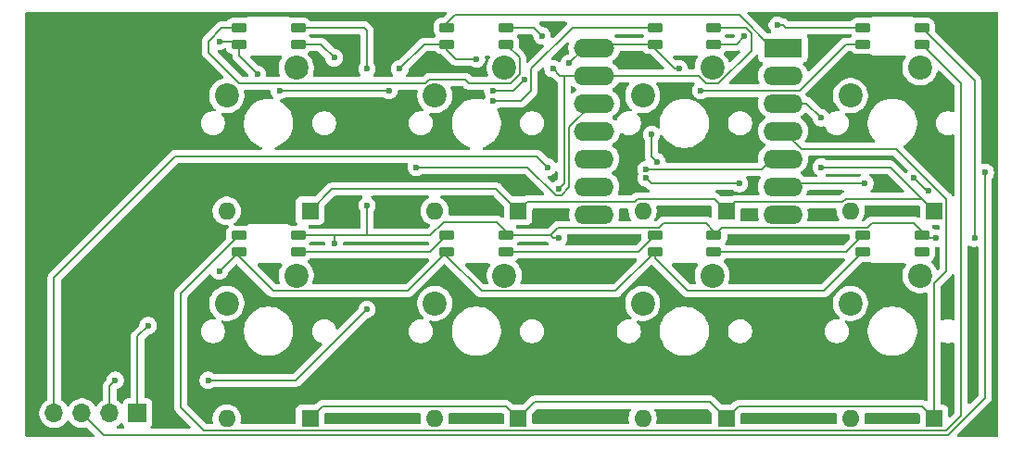
<source format=gtl>
G04 #@! TF.GenerationSoftware,KiCad,Pcbnew,9.0.7*
G04 #@! TF.CreationDate,2026-02-20T22:20:20+11:00*
G04 #@! TF.ProjectId,oled-v2,6f6c6564-2d76-4322-9e6b-696361645f70,rev?*
G04 #@! TF.SameCoordinates,Original*
G04 #@! TF.FileFunction,Copper,L1,Top*
G04 #@! TF.FilePolarity,Positive*
%FSLAX46Y46*%
G04 Gerber Fmt 4.6, Leading zero omitted, Abs format (unit mm)*
G04 Created by KiCad (PCBNEW 9.0.7) date 2026-02-20 22:20:20*
%MOMM*%
%LPD*%
G01*
G04 APERTURE LIST*
G04 Aperture macros list*
%AMRoundRect*
0 Rectangle with rounded corners*
0 $1 Rounding radius*
0 $2 $3 $4 $5 $6 $7 $8 $9 X,Y pos of 4 corners*
0 Add a 4 corners polygon primitive as box body*
4,1,4,$2,$3,$4,$5,$6,$7,$8,$9,$2,$3,0*
0 Add four circle primitives for the rounded corners*
1,1,$1+$1,$2,$3*
1,1,$1+$1,$4,$5*
1,1,$1+$1,$6,$7*
1,1,$1+$1,$8,$9*
0 Add four rect primitives between the rounded corners*
20,1,$1+$1,$2,$3,$4,$5,0*
20,1,$1+$1,$4,$5,$6,$7,0*
20,1,$1+$1,$6,$7,$8,$9,0*
20,1,$1+$1,$8,$9,$2,$3,0*%
G04 Aperture macros list end*
G04 #@! TA.AperFunction,ComponentPad*
%ADD10R,1.600000X1.600000*%
G04 #@! TD*
G04 #@! TA.AperFunction,ComponentPad*
%ADD11O,1.600000X1.600000*%
G04 #@! TD*
G04 #@! TA.AperFunction,ComponentPad*
%ADD12C,2.200000*%
G04 #@! TD*
G04 #@! TA.AperFunction,SMDPad,CuDef*
%ADD13RoundRect,0.205000X-0.495000X-0.205000X0.495000X-0.205000X0.495000X0.205000X-0.495000X0.205000X0*%
G04 #@! TD*
G04 #@! TA.AperFunction,ComponentPad*
%ADD14R,1.700000X1.700000*%
G04 #@! TD*
G04 #@! TA.AperFunction,ComponentPad*
%ADD15O,1.700000X1.700000*%
G04 #@! TD*
G04 #@! TA.AperFunction,ComponentPad*
%ADD16R,3.500000X1.700000*%
G04 #@! TD*
G04 #@! TA.AperFunction,ComponentPad*
%ADD17O,3.600000X1.700000*%
G04 #@! TD*
G04 #@! TA.AperFunction,ComponentPad*
%ADD18O,3.700000X1.700000*%
G04 #@! TD*
G04 #@! TA.AperFunction,ViaPad*
%ADD19C,0.600000*%
G04 #@! TD*
G04 #@! TA.AperFunction,Conductor*
%ADD20C,0.200000*%
G04 #@! TD*
G04 APERTURE END LIST*
D10*
X125810000Y-90000000D03*
D11*
X118190000Y-90000000D03*
D12*
X105540000Y-57920000D03*
X99190000Y-60460000D03*
D10*
X106810000Y-90000000D03*
D11*
X99190000Y-90000000D03*
D10*
X144810000Y-71000000D03*
D11*
X137190000Y-71000000D03*
D13*
X124700000Y-54250000D03*
X124700000Y-55750000D03*
X119300000Y-55750000D03*
X119300000Y-54250000D03*
D12*
X86540000Y-57920000D03*
X80190000Y-60460000D03*
D10*
X87810000Y-71000000D03*
D11*
X80190000Y-71000000D03*
D13*
X143700000Y-54250000D03*
X143700000Y-55750000D03*
X138300000Y-55750000D03*
X138300000Y-54250000D03*
D14*
X72040000Y-89500000D03*
D15*
X69500000Y-89500000D03*
X66960000Y-89500000D03*
X64420000Y-89500000D03*
D12*
X143540000Y-57920000D03*
X137190000Y-60460000D03*
X124540000Y-76920000D03*
X118190000Y-79460000D03*
X86540000Y-76920000D03*
X80190000Y-79460000D03*
D10*
X125810000Y-71000000D03*
D11*
X118190000Y-71000000D03*
D10*
X87810000Y-90000000D03*
D11*
X80190000Y-90000000D03*
D10*
X144810000Y-90000000D03*
D11*
X137190000Y-90000000D03*
D13*
X105700000Y-73250000D03*
X105700000Y-74750000D03*
X100300000Y-74750000D03*
X100300000Y-73250000D03*
X86700000Y-73250000D03*
X86700000Y-74750000D03*
X81300000Y-74750000D03*
X81300000Y-73250000D03*
D12*
X143540000Y-76920000D03*
X137190000Y-79460000D03*
D13*
X124700000Y-73250000D03*
X124700000Y-74750000D03*
X119300000Y-74750000D03*
X119300000Y-73250000D03*
X105700000Y-54250000D03*
X105700000Y-55750000D03*
X100300000Y-55750000D03*
X100300000Y-54250000D03*
D12*
X124540000Y-57920000D03*
X118190000Y-60460000D03*
D10*
X106810000Y-71000000D03*
D11*
X99190000Y-71000000D03*
D13*
X143700000Y-73250000D03*
X143700000Y-74750000D03*
X138300000Y-74750000D03*
X138300000Y-73250000D03*
D12*
X105540000Y-76920000D03*
X99190000Y-79460000D03*
D13*
X86700000Y-54250000D03*
X86700000Y-55750000D03*
X81300000Y-55750000D03*
X81300000Y-54250000D03*
D16*
X131014500Y-56092015D03*
D17*
X131014500Y-58632015D03*
X131014500Y-61172015D03*
X131014500Y-63712015D03*
X131014500Y-66252015D03*
X131014500Y-68792015D03*
X131014500Y-71332015D03*
X113764500Y-71332015D03*
X113764500Y-68792015D03*
X113764500Y-66252015D03*
D18*
X113764500Y-63712015D03*
X113764500Y-61172015D03*
X113764500Y-58632015D03*
X113764500Y-56092015D03*
D19*
X90000000Y-57000000D03*
X104530000Y-60960000D03*
X134500000Y-62500000D03*
X134500000Y-67000000D03*
X110500000Y-73500000D03*
X73000000Y-81500000D03*
X90000000Y-74000000D03*
X145000000Y-73500000D03*
X110000000Y-58000000D03*
X110500000Y-69000000D03*
X93000000Y-58000000D03*
X148500000Y-73500000D03*
X93000000Y-70500000D03*
X109000000Y-55000000D03*
X96000000Y-58000000D03*
X121500000Y-58000000D03*
X103000000Y-57100000D03*
X79500000Y-76500000D03*
X104500000Y-60000000D03*
X123500000Y-60000000D03*
X83000000Y-58500000D03*
X85000000Y-60000000D03*
X107400000Y-59000000D03*
X111500000Y-57500000D03*
X79500000Y-55500000D03*
X95000000Y-60000000D03*
X119500000Y-66500000D03*
X119000000Y-64000000D03*
X127000000Y-68500000D03*
X118500000Y-68000000D03*
X127500000Y-55000000D03*
X130500000Y-54000000D03*
X118500000Y-67199997D03*
X109500000Y-67000000D03*
X138500000Y-68500000D03*
X142940000Y-68000000D03*
X149500000Y-67500000D03*
X144331735Y-69168265D03*
X78500000Y-86500000D03*
X97500000Y-67000000D03*
X93000000Y-80000000D03*
X70000000Y-86500000D03*
D20*
X119300000Y-54250000D02*
X111758414Y-54250000D01*
X107040000Y-60960000D02*
X104530000Y-60960000D01*
X90000000Y-57000000D02*
X88750000Y-55750000D01*
X108000000Y-58008414D02*
X108000000Y-60000000D01*
X111758414Y-54250000D02*
X108000000Y-58008414D01*
X108000000Y-60000000D02*
X107040000Y-60960000D01*
X88750000Y-55750000D02*
X86700000Y-55750000D01*
X106941000Y-56991000D02*
X106941000Y-58500314D01*
X98668686Y-59000000D02*
X98347686Y-59321000D01*
X106120314Y-59321000D02*
X102321000Y-59321000D01*
X102321000Y-59321000D02*
X102000000Y-59000000D01*
X79750000Y-54250000D02*
X81300000Y-54250000D01*
X98347686Y-59321000D02*
X81321000Y-59321000D01*
X105700000Y-55750000D02*
X106941000Y-56991000D01*
X78500000Y-55500000D02*
X79750000Y-54250000D01*
X106941000Y-58500314D02*
X106120314Y-59321000D01*
X81321000Y-59321000D02*
X78500000Y-56500000D01*
X102000000Y-59000000D02*
X98668686Y-59000000D01*
X78500000Y-56500000D02*
X78500000Y-55500000D01*
X87810000Y-71000000D02*
X89810000Y-69000000D01*
X117451935Y-70181015D02*
X117733950Y-69899000D01*
X125810000Y-71000000D02*
X126628985Y-70181015D01*
X136733950Y-69899000D02*
X143709000Y-69899000D01*
X104810000Y-69000000D02*
X106810000Y-71000000D01*
X89810000Y-69000000D02*
X104810000Y-69000000D01*
X136451935Y-70181015D02*
X136733950Y-69899000D01*
X124709000Y-69899000D02*
X125810000Y-71000000D01*
X134500000Y-62500000D02*
X133172015Y-61172015D01*
X133172015Y-61172015D02*
X130014500Y-61172015D01*
X107628985Y-70181015D02*
X117451935Y-70181015D01*
X144810000Y-71000000D02*
X140810000Y-67000000D01*
X126628985Y-70181015D02*
X136451935Y-70181015D01*
X140810000Y-67000000D02*
X134500000Y-67000000D01*
X117733950Y-69899000D02*
X124709000Y-69899000D01*
X106810000Y-71000000D02*
X107628985Y-70181015D01*
X143709000Y-69899000D02*
X144810000Y-71000000D01*
X109000000Y-55000000D02*
X108250000Y-54250000D01*
X111000000Y-68500000D02*
X110500000Y-69000000D01*
X119693900Y-72539000D02*
X120133900Y-72099000D01*
X110461000Y-72539000D02*
X119693900Y-72539000D01*
X124700000Y-72840000D02*
X124700000Y-73250000D01*
X90000000Y-73250000D02*
X86700000Y-73250000D01*
X123270701Y-58632015D02*
X123959686Y-59321000D01*
X111000000Y-58632015D02*
X111000000Y-68500000D01*
X110632015Y-58632015D02*
X110000000Y-58000000D01*
X104860000Y-72000000D02*
X100000000Y-72000000D01*
X128101000Y-56340314D02*
X128101000Y-54751057D01*
X143700000Y-72840000D02*
X143700000Y-73250000D01*
X114764500Y-58632015D02*
X123270701Y-58632015D01*
X123959000Y-72099000D02*
X124700000Y-72840000D01*
X143950000Y-73500000D02*
X143700000Y-73250000D01*
X93000000Y-58000000D02*
X93000000Y-54500000D01*
X123959686Y-59321000D02*
X125120314Y-59321000D01*
X111000000Y-58632015D02*
X110632015Y-58632015D01*
X110500000Y-73500000D02*
X110000000Y-73500000D01*
X114764500Y-58632015D02*
X114764500Y-58764500D01*
X98750000Y-73250000D02*
X93000000Y-73250000D01*
X138693900Y-72539000D02*
X139133900Y-72099000D01*
X93000000Y-73250000D02*
X90000000Y-73250000D01*
X90000000Y-74000000D02*
X90000000Y-73250000D01*
X142959000Y-72099000D02*
X143700000Y-72840000D01*
X108250000Y-54250000D02*
X105700000Y-54250000D01*
X148500000Y-59050000D02*
X148500000Y-73500000D01*
X109750000Y-73250000D02*
X105700000Y-73250000D01*
X105700000Y-73250000D02*
X105700000Y-72840000D01*
X100000000Y-72000000D02*
X98750000Y-73250000D01*
X143700000Y-54250000D02*
X148500000Y-59050000D01*
X124700000Y-73250000D02*
X125411000Y-72539000D01*
X109750000Y-73250000D02*
X110461000Y-72539000D01*
X93000000Y-73250000D02*
X93000000Y-70500000D01*
X127599943Y-54250000D02*
X124700000Y-54250000D01*
X145000000Y-73500000D02*
X143950000Y-73500000D01*
X125411000Y-72539000D02*
X138693900Y-72539000D01*
X92750000Y-54250000D02*
X86700000Y-54250000D01*
X72040000Y-89500000D02*
X72040000Y-82460000D01*
X125120314Y-59321000D02*
X128101000Y-56340314D01*
X139133900Y-72099000D02*
X142959000Y-72099000D01*
X114764500Y-58764500D02*
X115000000Y-59000000D01*
X114764500Y-58632015D02*
X111000000Y-58632015D01*
X110000000Y-73500000D02*
X109750000Y-73250000D01*
X93000000Y-54500000D02*
X92750000Y-54250000D01*
X105700000Y-72840000D02*
X104860000Y-72000000D01*
X72040000Y-82460000D02*
X73000000Y-81500000D01*
X128101000Y-54751057D02*
X127599943Y-54250000D01*
X120133900Y-72099000D02*
X123959000Y-72099000D01*
X115729000Y-78321000D02*
X119300000Y-74750000D01*
X111500000Y-57500000D02*
X112907985Y-56092015D01*
X119300000Y-55750000D02*
X119300000Y-56160000D01*
X103461000Y-78321000D02*
X115729000Y-78321000D01*
X96000000Y-58000000D02*
X98250000Y-55750000D01*
X119300000Y-75300000D02*
X122321000Y-78321000D01*
X100300000Y-75160000D02*
X103461000Y-78321000D01*
X123500000Y-60000000D02*
X132500000Y-60000000D01*
X101100000Y-57100000D02*
X103000000Y-57100000D01*
X81300000Y-74750000D02*
X79550000Y-76500000D01*
X119300000Y-74750000D02*
X119300000Y-75300000D01*
X115106515Y-55750000D02*
X119300000Y-55750000D01*
X119300000Y-56160000D02*
X121140000Y-58000000D01*
X100300000Y-74750000D02*
X96729000Y-78321000D01*
X106400000Y-60000000D02*
X107400000Y-59000000D01*
X79500000Y-55500000D02*
X81050000Y-55500000D01*
X81300000Y-56800000D02*
X83000000Y-58500000D01*
X132500000Y-60000000D02*
X136750000Y-55750000D01*
X81050000Y-55500000D02*
X81300000Y-55750000D01*
X81300000Y-55750000D02*
X81300000Y-56800000D01*
X85000000Y-60000000D02*
X95000000Y-60000000D01*
X112907985Y-56092015D02*
X114764500Y-56092015D01*
X100300000Y-56300000D02*
X101100000Y-57100000D01*
X100300000Y-55750000D02*
X100300000Y-56300000D01*
X136750000Y-55750000D02*
X138300000Y-55750000D01*
X122321000Y-78321000D02*
X134729000Y-78321000D01*
X84461000Y-78321000D02*
X81300000Y-75160000D01*
X100300000Y-74750000D02*
X100300000Y-75160000D01*
X79550000Y-76500000D02*
X79500000Y-76500000D01*
X104500000Y-60000000D02*
X106400000Y-60000000D01*
X98250000Y-55750000D02*
X100300000Y-55750000D01*
X134729000Y-78321000D02*
X138300000Y-74750000D01*
X114764500Y-56092015D02*
X115106515Y-55750000D01*
X81300000Y-75160000D02*
X81300000Y-74750000D01*
X121140000Y-58000000D02*
X121500000Y-58000000D01*
X96729000Y-78321000D02*
X84461000Y-78321000D01*
X119500000Y-66500000D02*
X119000000Y-66000000D01*
X119000000Y-66000000D02*
X119000000Y-64000000D01*
X141363000Y-65351000D02*
X132691245Y-65351000D01*
X143709000Y-88899000D02*
X144810000Y-90000000D01*
X105709000Y-88899000D02*
X106810000Y-90000000D01*
X87810000Y-90000000D02*
X88911000Y-88899000D01*
X145911000Y-69899000D02*
X141363000Y-65351000D01*
X144810000Y-90000000D02*
X144810000Y-77631314D01*
X88911000Y-88899000D02*
X105709000Y-88899000D01*
X106810000Y-90000000D02*
X108310000Y-88500000D01*
X124310000Y-88500000D02*
X125810000Y-90000000D01*
X126911000Y-88899000D02*
X143709000Y-88899000D01*
X125810000Y-90000000D02*
X126911000Y-88899000D01*
X145911000Y-76530314D02*
X145911000Y-69899000D01*
X144810000Y-77631314D02*
X145911000Y-76530314D01*
X108310000Y-88500000D02*
X124310000Y-88500000D01*
X131052260Y-63712015D02*
X130014500Y-63712015D01*
X132691245Y-65351000D02*
X131052260Y-63712015D01*
X86920000Y-57920000D02*
X87500000Y-58500000D01*
X86540000Y-57920000D02*
X86920000Y-57920000D01*
X119000000Y-68500000D02*
X118500000Y-68000000D01*
X127000000Y-68500000D02*
X119000000Y-68500000D01*
X101041000Y-53099000D02*
X127021485Y-53099000D01*
X127021485Y-53099000D02*
X130014500Y-56092015D01*
X100300000Y-54250000D02*
X100300000Y-53840000D01*
X100300000Y-53840000D02*
X101041000Y-53099000D01*
X131000000Y-54000000D02*
X131250000Y-54250000D01*
X130500000Y-54000000D02*
X131000000Y-54000000D01*
X124700000Y-55750000D02*
X126750000Y-55750000D01*
X131250000Y-54250000D02*
X138300000Y-54250000D01*
X126750000Y-55750000D02*
X127500000Y-55000000D01*
X76000000Y-78550000D02*
X81300000Y-73250000D01*
X143700000Y-55750000D02*
X147281000Y-59331000D01*
X147281000Y-89731000D02*
X145911000Y-91101000D01*
X145911000Y-91101000D02*
X78101000Y-91101000D01*
X76000000Y-89000000D02*
X76000000Y-78550000D01*
X147281000Y-59331000D02*
X147281000Y-89731000D01*
X78101000Y-91101000D02*
X76000000Y-89000000D01*
X86700000Y-74750000D02*
X98800000Y-74750000D01*
X98800000Y-74750000D02*
X100300000Y-73250000D01*
X117800000Y-74750000D02*
X119300000Y-73250000D01*
X105700000Y-74750000D02*
X117800000Y-74750000D01*
X136800000Y-74750000D02*
X138300000Y-73250000D01*
X124700000Y-74750000D02*
X136800000Y-74750000D01*
X108500000Y-66000000D02*
X109500000Y-67000000D01*
X75000000Y-66500000D02*
X75500000Y-66000000D01*
X64420000Y-89500000D02*
X64420000Y-77080000D01*
X118500000Y-67199997D02*
X129066518Y-67199997D01*
X129066518Y-67199997D02*
X130014500Y-66252015D01*
X75500000Y-66000000D02*
X108500000Y-66000000D01*
X64420000Y-77080000D02*
X75000000Y-66500000D01*
X130306515Y-68500000D02*
X130014500Y-68792015D01*
X144108265Y-69168265D02*
X142940000Y-68000000D01*
X146077100Y-91502000D02*
X149500000Y-88079100D01*
X68962000Y-91502000D02*
X146077100Y-91502000D01*
X149500000Y-88079100D02*
X149500000Y-67500000D01*
X144331735Y-69168265D02*
X144108265Y-69168265D01*
X66960000Y-89500000D02*
X68962000Y-91502000D01*
X138500000Y-68500000D02*
X130306515Y-68500000D01*
X110251057Y-69601000D02*
X110748943Y-69601000D01*
X69500000Y-89500000D02*
X69500000Y-87000000D01*
X86500000Y-86500000D02*
X93000000Y-80000000D01*
X111500000Y-63348755D02*
X113676740Y-61172015D01*
X107650057Y-67000000D02*
X110251057Y-69601000D01*
X97500000Y-67000000D02*
X107650057Y-67000000D01*
X69500000Y-87000000D02*
X70000000Y-86500000D01*
X113676740Y-61172015D02*
X114764500Y-61172015D01*
X111500000Y-68849943D02*
X111500000Y-63348755D01*
X78500000Y-86500000D02*
X86500000Y-86500000D01*
X110748943Y-69601000D02*
X111500000Y-68849943D01*
G04 #@! TA.AperFunction,NonConductor*
G36*
X126567942Y-54870185D02*
G01*
X126613697Y-54922989D01*
X126623641Y-54992147D01*
X126594616Y-55055703D01*
X126588584Y-55062181D01*
X126537584Y-55113181D01*
X126476261Y-55146666D01*
X126449903Y-55149500D01*
X125848337Y-55149500D01*
X125781298Y-55129815D01*
X125760698Y-55111055D01*
X125759741Y-55112013D01*
X125735409Y-55087681D01*
X125701924Y-55026358D01*
X125706908Y-54956666D01*
X125735409Y-54912319D01*
X125759741Y-54887987D01*
X125761837Y-54890083D01*
X125807562Y-54857396D01*
X125848337Y-54850500D01*
X126500903Y-54850500D01*
X126567942Y-54870185D01*
G37*
G04 #@! TD.AperFunction*
G04 #@! TA.AperFunction,NonConductor*
G36*
X118154708Y-54851394D02*
G01*
X118157794Y-54850652D01*
X118188009Y-54861172D01*
X118218702Y-54870185D01*
X118221678Y-54872895D01*
X118223779Y-54873627D01*
X118239537Y-54888708D01*
X118240259Y-54887987D01*
X118264591Y-54912319D01*
X118298076Y-54973642D01*
X118293092Y-55043334D01*
X118264591Y-55087681D01*
X118240259Y-55112013D01*
X118238162Y-55109916D01*
X118192438Y-55142604D01*
X118151663Y-55149500D01*
X115783243Y-55149500D01*
X115716204Y-55129815D01*
X115695562Y-55113181D01*
X115644562Y-55062181D01*
X115611077Y-55000858D01*
X115616061Y-54931166D01*
X115657933Y-54875233D01*
X115723397Y-54850816D01*
X115732243Y-54850500D01*
X118151663Y-54850500D01*
X118154708Y-54851394D01*
G37*
G04 #@! TD.AperFunction*
G04 #@! TA.AperFunction,NonConductor*
G36*
X111227355Y-53719185D02*
G01*
X111273110Y-53771989D01*
X111283054Y-53841147D01*
X111254029Y-53904703D01*
X111247997Y-53911181D01*
X110012181Y-55146997D01*
X109950858Y-55180482D01*
X109881166Y-55175498D01*
X109825233Y-55133626D01*
X109800816Y-55068162D01*
X109800500Y-55059316D01*
X109800500Y-54921155D01*
X109800499Y-54921153D01*
X109793756Y-54887255D01*
X109769737Y-54766503D01*
X109757306Y-54736492D01*
X109709397Y-54620827D01*
X109709390Y-54620814D01*
X109621789Y-54489711D01*
X109621786Y-54489707D01*
X109510292Y-54378213D01*
X109510288Y-54378210D01*
X109379185Y-54290609D01*
X109379172Y-54290602D01*
X109233501Y-54230264D01*
X109233491Y-54230261D01*
X109078149Y-54199361D01*
X109016238Y-54166976D01*
X109014660Y-54165425D01*
X108760416Y-53911181D01*
X108726931Y-53849858D01*
X108731915Y-53780166D01*
X108773787Y-53724233D01*
X108839251Y-53699816D01*
X108848097Y-53699500D01*
X111160316Y-53699500D01*
X111227355Y-53719185D01*
G37*
G04 #@! TD.AperFunction*
G04 #@! TA.AperFunction,NonConductor*
G36*
X127015413Y-56320944D02*
G01*
X127073276Y-56360105D01*
X127100781Y-56424334D01*
X127089195Y-56493236D01*
X127065339Y-56526737D01*
X126230874Y-57361202D01*
X126169551Y-57394687D01*
X126099859Y-57389703D01*
X126043926Y-57347831D01*
X126025262Y-57311839D01*
X126023242Y-57305623D01*
X125986488Y-57233489D01*
X125908870Y-57081155D01*
X125842558Y-56989884D01*
X125760798Y-56877350D01*
X125760794Y-56877345D01*
X125598494Y-56715045D01*
X125565009Y-56653722D01*
X125569993Y-56584030D01*
X125601119Y-56537134D01*
X125610725Y-56528078D01*
X125633291Y-56514437D01*
X125754437Y-56393291D01*
X125755398Y-56391700D01*
X125763281Y-56384270D01*
X125786432Y-56372501D01*
X125807562Y-56357396D01*
X125820428Y-56355219D01*
X125825565Y-56352609D01*
X125832009Y-56353261D01*
X125848337Y-56350500D01*
X126663331Y-56350500D01*
X126663347Y-56350501D01*
X126670943Y-56350501D01*
X126829055Y-56350501D01*
X126829057Y-56350501D01*
X126945565Y-56319282D01*
X127015413Y-56320944D01*
G37*
G04 #@! TD.AperFunction*
G04 #@! TA.AperFunction,NonConductor*
G36*
X111388909Y-55571253D02*
G01*
X111444842Y-55613125D01*
X111469259Y-55678589D01*
X111463506Y-55725752D01*
X111447254Y-55775770D01*
X111447253Y-55775774D01*
X111414000Y-55985728D01*
X111414000Y-56198301D01*
X111447253Y-56408255D01*
X111491434Y-56544231D01*
X111493429Y-56614073D01*
X111457348Y-56673905D01*
X111397695Y-56704166D01*
X111266508Y-56730261D01*
X111266498Y-56730264D01*
X111120827Y-56790602D01*
X111120814Y-56790609D01*
X110989711Y-56878210D01*
X110989707Y-56878213D01*
X110878213Y-56989707D01*
X110878210Y-56989711D01*
X110790609Y-57120814D01*
X110790602Y-57120827D01*
X110730264Y-57266498D01*
X110730261Y-57266507D01*
X110720491Y-57315626D01*
X110688105Y-57377536D01*
X110627389Y-57412110D01*
X110557620Y-57408369D01*
X110515303Y-57381704D01*
X110514999Y-57382076D01*
X110512040Y-57379647D01*
X110511193Y-57379114D01*
X110510292Y-57378213D01*
X110510288Y-57378210D01*
X110379185Y-57290609D01*
X110379172Y-57290602D01*
X110233501Y-57230264D01*
X110233489Y-57230261D01*
X110078845Y-57199500D01*
X110078842Y-57199500D01*
X109957511Y-57199500D01*
X109890472Y-57179815D01*
X109844717Y-57127011D01*
X109834773Y-57057853D01*
X109863798Y-56994297D01*
X109869830Y-56987819D01*
X110557150Y-56300499D01*
X111257896Y-55599752D01*
X111319217Y-55566269D01*
X111388909Y-55571253D01*
G37*
G04 #@! TD.AperFunction*
G04 #@! TA.AperFunction,NonConductor*
G36*
X108016942Y-54870185D02*
G01*
X108037584Y-54886819D01*
X108165425Y-55014660D01*
X108198910Y-55075983D01*
X108199361Y-55078149D01*
X108230261Y-55233491D01*
X108230264Y-55233501D01*
X108290602Y-55379172D01*
X108290609Y-55379185D01*
X108378210Y-55510288D01*
X108378213Y-55510292D01*
X108489707Y-55621786D01*
X108489711Y-55621789D01*
X108620814Y-55709390D01*
X108620827Y-55709397D01*
X108766498Y-55769735D01*
X108766503Y-55769737D01*
X108921153Y-55800499D01*
X108921156Y-55800500D01*
X109059316Y-55800500D01*
X109126355Y-55820185D01*
X109172110Y-55872989D01*
X109182054Y-55942147D01*
X109153029Y-56005703D01*
X109146997Y-56012181D01*
X107753181Y-57405997D01*
X107733744Y-57416609D01*
X107717011Y-57431110D01*
X107703679Y-57433026D01*
X107691858Y-57439482D01*
X107669771Y-57437902D01*
X107647853Y-57441054D01*
X107635601Y-57435458D01*
X107622166Y-57434498D01*
X107604439Y-57421227D01*
X107584297Y-57412029D01*
X107577014Y-57400697D01*
X107566233Y-57392626D01*
X107558495Y-57371880D01*
X107546523Y-57353251D01*
X107543371Y-57331332D01*
X107541816Y-57327162D01*
X107541500Y-57318316D01*
X107541500Y-57080059D01*
X107541501Y-57080046D01*
X107541501Y-56911945D01*
X107541501Y-56911943D01*
X107500577Y-56759215D01*
X107462068Y-56692516D01*
X107431281Y-56639190D01*
X107421522Y-56622287D01*
X107421521Y-56622286D01*
X107421520Y-56622284D01*
X107309716Y-56510480D01*
X107309715Y-56510479D01*
X107305385Y-56506149D01*
X107305374Y-56506139D01*
X106934131Y-56134896D01*
X106900646Y-56073573D01*
X106898321Y-56035998D01*
X106900500Y-56012026D01*
X106900500Y-55487974D01*
X106894041Y-55416896D01*
X106848105Y-55269481D01*
X106843072Y-55253329D01*
X106843071Y-55253327D01*
X106754437Y-55106709D01*
X106754435Y-55106707D01*
X106754434Y-55106705D01*
X106735409Y-55087680D01*
X106731218Y-55080006D01*
X106724193Y-55074801D01*
X106714729Y-55049808D01*
X106701924Y-55026357D01*
X106702547Y-55017636D01*
X106699451Y-55009459D01*
X106705001Y-54983318D01*
X106706908Y-54956665D01*
X106712529Y-54947870D01*
X106713964Y-54941113D01*
X106734303Y-54913803D01*
X106734974Y-54912754D01*
X106754437Y-54893291D01*
X106754738Y-54892792D01*
X106760221Y-54887255D01*
X106784758Y-54873698D01*
X106807562Y-54857396D01*
X106817221Y-54855762D01*
X106821378Y-54853466D01*
X106828139Y-54853915D01*
X106848337Y-54850500D01*
X107949903Y-54850500D01*
X108016942Y-54870185D01*
G37*
G04 #@! TD.AperFunction*
G04 #@! TA.AperFunction,NonConductor*
G36*
X123143753Y-56804047D02*
G01*
X123156298Y-56802970D01*
X123176643Y-56813704D01*
X123198712Y-56820185D01*
X123206955Y-56829698D01*
X123218093Y-56835575D01*
X123229405Y-56855607D01*
X123244467Y-56872989D01*
X123246258Y-56885450D01*
X123252450Y-56896414D01*
X123251137Y-56919377D01*
X123254411Y-56942147D01*
X123249085Y-56955269D01*
X123248462Y-56966169D01*
X123231992Y-56997385D01*
X123171129Y-57081155D01*
X123056760Y-57305616D01*
X122978910Y-57545214D01*
X122939500Y-57794038D01*
X122939500Y-57907515D01*
X122919815Y-57974554D01*
X122867011Y-58020309D01*
X122815500Y-58031515D01*
X122423756Y-58031515D01*
X122356717Y-58011830D01*
X122310962Y-57959026D01*
X122302332Y-57927004D01*
X122301689Y-57927132D01*
X122274531Y-57790606D01*
X122269737Y-57766503D01*
X122263822Y-57752223D01*
X122209397Y-57620827D01*
X122209390Y-57620814D01*
X122121789Y-57489711D01*
X122121786Y-57489707D01*
X122010292Y-57378213D01*
X122010288Y-57378210D01*
X121879185Y-57290609D01*
X121879172Y-57290602D01*
X121733501Y-57230264D01*
X121733489Y-57230261D01*
X121578845Y-57199500D01*
X121578842Y-57199500D01*
X121421158Y-57199500D01*
X121421153Y-57199500D01*
X121292301Y-57225130D01*
X121222709Y-57218903D01*
X121180429Y-57191194D01*
X121001416Y-57012181D01*
X120967931Y-56950858D01*
X120972915Y-56881166D01*
X121014787Y-56825233D01*
X121080251Y-56800816D01*
X121089097Y-56800500D01*
X123131673Y-56800500D01*
X123143753Y-56804047D01*
G37*
G04 #@! TD.AperFunction*
G04 #@! TA.AperFunction,NonConductor*
G36*
X118218702Y-56370185D02*
G01*
X118239301Y-56388945D01*
X118240260Y-56387987D01*
X118245561Y-56393288D01*
X118245563Y-56393291D01*
X118366709Y-56514437D01*
X118513327Y-56603071D01*
X118513330Y-56603072D01*
X118513329Y-56603072D01*
X118570266Y-56620814D01*
X118676896Y-56654041D01*
X118747974Y-56660500D01*
X118899903Y-56660500D01*
X118966942Y-56680185D01*
X118987584Y-56696819D01*
X120110599Y-57819834D01*
X120144084Y-57881157D01*
X120139100Y-57950849D01*
X120097228Y-58006782D01*
X120031764Y-58031199D01*
X120022918Y-58031515D01*
X116050219Y-58031515D01*
X115983180Y-58011830D01*
X115939735Y-57963810D01*
X115919552Y-57924200D01*
X115919551Y-57924199D01*
X115794609Y-57752228D01*
X115644286Y-57601905D01*
X115472320Y-57476966D01*
X115471615Y-57476606D01*
X115463554Y-57472500D01*
X115412759Y-57424527D01*
X115395963Y-57356707D01*
X115418499Y-57290571D01*
X115463554Y-57251530D01*
X115472316Y-57247066D01*
X115511079Y-57218903D01*
X115644286Y-57122124D01*
X115644288Y-57122121D01*
X115644292Y-57122119D01*
X115794604Y-56971807D01*
X115794606Y-56971803D01*
X115794609Y-56971801D01*
X115909472Y-56813704D01*
X115919551Y-56799831D01*
X116016057Y-56610427D01*
X116072673Y-56436180D01*
X116112111Y-56378506D01*
X116176469Y-56351308D01*
X116190604Y-56350500D01*
X118151663Y-56350500D01*
X118218702Y-56370185D01*
G37*
G04 #@! TD.AperFunction*
G04 #@! TA.AperFunction,NonConductor*
G36*
X137218702Y-54870185D02*
G01*
X137239301Y-54888944D01*
X137240259Y-54887987D01*
X137264591Y-54912319D01*
X137298076Y-54973642D01*
X137293092Y-55043334D01*
X137264591Y-55087681D01*
X137240259Y-55112013D01*
X137238162Y-55109916D01*
X137192438Y-55142604D01*
X137151663Y-55149500D01*
X136836670Y-55149500D01*
X136836654Y-55149499D01*
X136829058Y-55149499D01*
X136670943Y-55149499D01*
X136594579Y-55169961D01*
X136518214Y-55190423D01*
X136518209Y-55190426D01*
X136381290Y-55269475D01*
X136381282Y-55269481D01*
X133437886Y-58212877D01*
X133376563Y-58246362D01*
X133306871Y-58241378D01*
X133250938Y-58199506D01*
X133232274Y-58163515D01*
X133216055Y-58113598D01*
X133136524Y-57957511D01*
X133119551Y-57924199D01*
X133119549Y-57924196D01*
X133119548Y-57924194D01*
X132994609Y-57752228D01*
X132867486Y-57625105D01*
X132834001Y-57563782D01*
X132838985Y-57494090D01*
X132880857Y-57438157D01*
X132911835Y-57421242D01*
X132911876Y-57421227D01*
X133006831Y-57385811D01*
X133122046Y-57299561D01*
X133208296Y-57184346D01*
X133258591Y-57049498D01*
X133265000Y-56989888D01*
X133264999Y-55194143D01*
X133258591Y-55134532D01*
X133250464Y-55112743D01*
X133215066Y-55017832D01*
X133210082Y-54948141D01*
X133243568Y-54886818D01*
X133304891Y-54853334D01*
X133331248Y-54850500D01*
X137151663Y-54850500D01*
X137218702Y-54870185D01*
G37*
G04 #@! TD.AperFunction*
G04 #@! TA.AperFunction,NonConductor*
G36*
X99154708Y-56351394D02*
G01*
X99157794Y-56350652D01*
X99188009Y-56361172D01*
X99218702Y-56370185D01*
X99221678Y-56372895D01*
X99223779Y-56373627D01*
X99239537Y-56388709D01*
X99240260Y-56387987D01*
X99245561Y-56393288D01*
X99245563Y-56393291D01*
X99366709Y-56514437D01*
X99513327Y-56603071D01*
X99513330Y-56603072D01*
X99513329Y-56603072D01*
X99570266Y-56620814D01*
X99676896Y-56654041D01*
X99747974Y-56660500D01*
X99759902Y-56660500D01*
X99789338Y-56669143D01*
X99819328Y-56675667D01*
X99824344Y-56679422D01*
X99826941Y-56680185D01*
X99847577Y-56696813D01*
X99931284Y-56780520D01*
X99931286Y-56780521D01*
X99938356Y-56787591D01*
X100615139Y-57464374D01*
X100615149Y-57464385D01*
X100619479Y-57468715D01*
X100619480Y-57468716D01*
X100731284Y-57580520D01*
X100801088Y-57620821D01*
X100868215Y-57659577D01*
X101020943Y-57700501D01*
X101020946Y-57700501D01*
X101186653Y-57700501D01*
X101186669Y-57700500D01*
X102420234Y-57700500D01*
X102487273Y-57720185D01*
X102489125Y-57721398D01*
X102620814Y-57809390D01*
X102620827Y-57809397D01*
X102697919Y-57841329D01*
X102766503Y-57869737D01*
X102921153Y-57900499D01*
X102921156Y-57900500D01*
X102921158Y-57900500D01*
X103078844Y-57900500D01*
X103078845Y-57900499D01*
X103233497Y-57869737D01*
X103379179Y-57809394D01*
X103510289Y-57721789D01*
X103621789Y-57610289D01*
X103709394Y-57479179D01*
X103710312Y-57476964D01*
X103750621Y-57379647D01*
X103769737Y-57333497D01*
X103800500Y-57178842D01*
X103800500Y-57021158D01*
X103800500Y-57021155D01*
X103800499Y-57021153D01*
X103786086Y-56948691D01*
X103787963Y-56927707D01*
X103784965Y-56906853D01*
X103791015Y-56893605D01*
X103792313Y-56879100D01*
X103805237Y-56862461D01*
X103813990Y-56843297D01*
X103826241Y-56835423D01*
X103835176Y-56823922D01*
X103855044Y-56816912D01*
X103872768Y-56805523D01*
X103897351Y-56801988D01*
X103901066Y-56800678D01*
X103907703Y-56800500D01*
X104131673Y-56800500D01*
X104198712Y-56820185D01*
X104244467Y-56872989D01*
X104254411Y-56942147D01*
X104231992Y-56997385D01*
X104171129Y-57081155D01*
X104056760Y-57305616D01*
X103978910Y-57545214D01*
X103960797Y-57659575D01*
X103939500Y-57794038D01*
X103939500Y-58045962D01*
X103978910Y-58294785D01*
X104056759Y-58534379D01*
X104056761Y-58534382D01*
X104056762Y-58534386D01*
X104059728Y-58540208D01*
X104072623Y-58608878D01*
X104046345Y-58673617D01*
X103989237Y-58713873D01*
X103949242Y-58720500D01*
X102621098Y-58720500D01*
X102554059Y-58700815D01*
X102533417Y-58684181D01*
X102368717Y-58519481D01*
X102368716Y-58519480D01*
X102281904Y-58469360D01*
X102281904Y-58469359D01*
X102281900Y-58469358D01*
X102231785Y-58440423D01*
X102079057Y-58399499D01*
X101920943Y-58399499D01*
X101913347Y-58399499D01*
X101913331Y-58399500D01*
X98755356Y-58399500D01*
X98755340Y-58399499D01*
X98747744Y-58399499D01*
X98589629Y-58399499D01*
X98513265Y-58419961D01*
X98436900Y-58440423D01*
X98436895Y-58440426D01*
X98299976Y-58519475D01*
X98299968Y-58519481D01*
X98135269Y-58684181D01*
X98073946Y-58717666D01*
X98047588Y-58720500D01*
X96710941Y-58720500D01*
X96643902Y-58700815D01*
X96598147Y-58648011D01*
X96588203Y-58578853D01*
X96617228Y-58515297D01*
X96621032Y-58511211D01*
X96621786Y-58510292D01*
X96621789Y-58510289D01*
X96709394Y-58379179D01*
X96769737Y-58233497D01*
X96793587Y-58113598D01*
X96800638Y-58078150D01*
X96833023Y-58016239D01*
X96834517Y-58014717D01*
X98462417Y-56386819D01*
X98523740Y-56353334D01*
X98550098Y-56350500D01*
X99151663Y-56350500D01*
X99154708Y-56351394D01*
G37*
G04 #@! TD.AperFunction*
G04 #@! TA.AperFunction,NonConductor*
G36*
X92342539Y-54870185D02*
G01*
X92388294Y-54922989D01*
X92399500Y-54974500D01*
X92399500Y-57420234D01*
X92379815Y-57487273D01*
X92378602Y-57489125D01*
X92290609Y-57620814D01*
X92290602Y-57620827D01*
X92230264Y-57766498D01*
X92230261Y-57766510D01*
X92199500Y-57921153D01*
X92199500Y-58078846D01*
X92230261Y-58233489D01*
X92230264Y-58233501D01*
X92290602Y-58379172D01*
X92290609Y-58379185D01*
X92378210Y-58510288D01*
X92382076Y-58514999D01*
X92380721Y-58516110D01*
X92410225Y-58570142D01*
X92405241Y-58639834D01*
X92363369Y-58695767D01*
X92297905Y-58720184D01*
X92289059Y-58720500D01*
X88223274Y-58720500D01*
X88156235Y-58700815D01*
X88110480Y-58648011D01*
X88099422Y-58602557D01*
X88098616Y-58586089D01*
X88100501Y-58579057D01*
X88100501Y-58420943D01*
X88088316Y-58375471D01*
X88087669Y-58362238D01*
X88092879Y-58340638D01*
X88093408Y-58318428D01*
X88093469Y-58318235D01*
X88101090Y-58294785D01*
X88140500Y-58045962D01*
X88140500Y-57794038D01*
X88101090Y-57545215D01*
X88023241Y-57305621D01*
X88023239Y-57305618D01*
X88023239Y-57305616D01*
X87968869Y-57198910D01*
X87908870Y-57081155D01*
X87842558Y-56989884D01*
X87760798Y-56877350D01*
X87760794Y-56877345D01*
X87598494Y-56715045D01*
X87565009Y-56653722D01*
X87569993Y-56584030D01*
X87601119Y-56537134D01*
X87610725Y-56528078D01*
X87633291Y-56514437D01*
X87754437Y-56393291D01*
X87755398Y-56391700D01*
X87763281Y-56384270D01*
X87786432Y-56372501D01*
X87807562Y-56357396D01*
X87820428Y-56355219D01*
X87825565Y-56352609D01*
X87832009Y-56353261D01*
X87848337Y-56350500D01*
X88449903Y-56350500D01*
X88516942Y-56370185D01*
X88537584Y-56386819D01*
X89165425Y-57014660D01*
X89198910Y-57075983D01*
X89199361Y-57078149D01*
X89230261Y-57233491D01*
X89230264Y-57233501D01*
X89290602Y-57379172D01*
X89290609Y-57379185D01*
X89378210Y-57510288D01*
X89378213Y-57510292D01*
X89489707Y-57621786D01*
X89489711Y-57621789D01*
X89620814Y-57709390D01*
X89620827Y-57709397D01*
X89724220Y-57752223D01*
X89766503Y-57769737D01*
X89888672Y-57794038D01*
X89921153Y-57800499D01*
X89921156Y-57800500D01*
X89921158Y-57800500D01*
X90078844Y-57800500D01*
X90078845Y-57800499D01*
X90233497Y-57769737D01*
X90379179Y-57709394D01*
X90510289Y-57621789D01*
X90621789Y-57510289D01*
X90709394Y-57379179D01*
X90769737Y-57233497D01*
X90800500Y-57078842D01*
X90800500Y-56921158D01*
X90800500Y-56921155D01*
X90800499Y-56921153D01*
X90798667Y-56911943D01*
X90769737Y-56766503D01*
X90763864Y-56752325D01*
X90709397Y-56620827D01*
X90709390Y-56620814D01*
X90621789Y-56489711D01*
X90621786Y-56489707D01*
X90510292Y-56378213D01*
X90510288Y-56378210D01*
X90379185Y-56290609D01*
X90379172Y-56290602D01*
X90233501Y-56230264D01*
X90233491Y-56230261D01*
X90078149Y-56199361D01*
X90016238Y-56166976D01*
X90014660Y-56165425D01*
X89237590Y-55388355D01*
X89237588Y-55388352D01*
X89118717Y-55269481D01*
X89118709Y-55269475D01*
X89007697Y-55205383D01*
X89007696Y-55205382D01*
X88988219Y-55194138D01*
X88981785Y-55190423D01*
X88829057Y-55149499D01*
X88670943Y-55149499D01*
X88663347Y-55149499D01*
X88663331Y-55149500D01*
X87848337Y-55149500D01*
X87818619Y-55140773D01*
X87788368Y-55134035D01*
X87784526Y-55130763D01*
X87781298Y-55129815D01*
X87760220Y-55112743D01*
X87754736Y-55107204D01*
X87754437Y-55106709D01*
X87735172Y-55087444D01*
X87734973Y-55087243D01*
X87718508Y-55056729D01*
X87701924Y-55026358D01*
X87701946Y-55026037D01*
X87701794Y-55025754D01*
X87704433Y-54991266D01*
X87706908Y-54956666D01*
X87707105Y-54956359D01*
X87707126Y-54956088D01*
X87708146Y-54954738D01*
X87735409Y-54912319D01*
X87759741Y-54887987D01*
X87761837Y-54890083D01*
X87807562Y-54857396D01*
X87848337Y-54850500D01*
X92275500Y-54850500D01*
X92342539Y-54870185D01*
G37*
G04 #@! TD.AperFunction*
G04 #@! TA.AperFunction,NonConductor*
G36*
X85143753Y-56804047D02*
G01*
X85156298Y-56802970D01*
X85176643Y-56813704D01*
X85198712Y-56820185D01*
X85206955Y-56829698D01*
X85218093Y-56835575D01*
X85229405Y-56855607D01*
X85244467Y-56872989D01*
X85246258Y-56885450D01*
X85252450Y-56896414D01*
X85251137Y-56919377D01*
X85254411Y-56942147D01*
X85249085Y-56955269D01*
X85248462Y-56966169D01*
X85231992Y-56997385D01*
X85171129Y-57081155D01*
X85056760Y-57305616D01*
X84978910Y-57545214D01*
X84960797Y-57659575D01*
X84939500Y-57794038D01*
X84939500Y-58045962D01*
X84978910Y-58294785D01*
X85056759Y-58534379D01*
X85056761Y-58534382D01*
X85056762Y-58534386D01*
X85059728Y-58540208D01*
X85072623Y-58608878D01*
X85046345Y-58673617D01*
X84989237Y-58713873D01*
X84949242Y-58720500D01*
X83923361Y-58720500D01*
X83856322Y-58700815D01*
X83810567Y-58648011D01*
X83799958Y-58584347D01*
X83800500Y-58578843D01*
X83800500Y-58421155D01*
X83800499Y-58421153D01*
X83788780Y-58362238D01*
X83769737Y-58266503D01*
X83769735Y-58266498D01*
X83709397Y-58120827D01*
X83709390Y-58120814D01*
X83621789Y-57989711D01*
X83621786Y-57989707D01*
X83510292Y-57878213D01*
X83510288Y-57878210D01*
X83379185Y-57790609D01*
X83379172Y-57790602D01*
X83233501Y-57730264D01*
X83233491Y-57730261D01*
X83078149Y-57699361D01*
X83016238Y-57666976D01*
X83014660Y-57665425D01*
X82361416Y-57012181D01*
X82327931Y-56950858D01*
X82332915Y-56881166D01*
X82374787Y-56825233D01*
X82440251Y-56800816D01*
X82449097Y-56800500D01*
X85131673Y-56800500D01*
X85143753Y-56804047D01*
G37*
G04 #@! TD.AperFunction*
G04 #@! TA.AperFunction,NonConductor*
G36*
X80095580Y-56151979D02*
G01*
X80142270Y-56203957D01*
X80148799Y-56220584D01*
X80156928Y-56246670D01*
X80156929Y-56246673D01*
X80231595Y-56370185D01*
X80245565Y-56393294D01*
X80366705Y-56514434D01*
X80366707Y-56514435D01*
X80366709Y-56514437D01*
X80513327Y-56603071D01*
X80612391Y-56633940D01*
X80670537Y-56672677D01*
X80698511Y-56736702D01*
X80699499Y-56752325D01*
X80699499Y-56879054D01*
X80699498Y-56879054D01*
X80729197Y-56989891D01*
X80740423Y-57031785D01*
X80750209Y-57048735D01*
X80762518Y-57070053D01*
X80762519Y-57070057D01*
X80819475Y-57168709D01*
X80819481Y-57168717D01*
X80938349Y-57287585D01*
X80938355Y-57287590D01*
X82159584Y-58508819D01*
X82193069Y-58570142D01*
X82188085Y-58639834D01*
X82146213Y-58695767D01*
X82080749Y-58720184D01*
X82071903Y-58720500D01*
X81621097Y-58720500D01*
X81554058Y-58700815D01*
X81533416Y-58684181D01*
X79361416Y-56512181D01*
X79327931Y-56450858D01*
X79332915Y-56381166D01*
X79374787Y-56325233D01*
X79440251Y-56300816D01*
X79449097Y-56300500D01*
X79578844Y-56300500D01*
X79578845Y-56300499D01*
X79733497Y-56269737D01*
X79879179Y-56209394D01*
X79961525Y-56154372D01*
X80028200Y-56133495D01*
X80095580Y-56151979D01*
G37*
G04 #@! TD.AperFunction*
G04 #@! TA.AperFunction,NonConductor*
G36*
X128669897Y-56708768D02*
G01*
X128683334Y-56709729D01*
X128701062Y-56723000D01*
X128721202Y-56732198D01*
X128728484Y-56743528D01*
X128739267Y-56751601D01*
X128747004Y-56772346D01*
X128758977Y-56790975D01*
X128762128Y-56812895D01*
X128763684Y-56817065D01*
X128764000Y-56825910D01*
X128764000Y-56989884D01*
X128764001Y-56989891D01*
X128770408Y-57049498D01*
X128820702Y-57184343D01*
X128820706Y-57184350D01*
X128906952Y-57299559D01*
X128906955Y-57299562D01*
X129022164Y-57385808D01*
X129022173Y-57385813D01*
X129117164Y-57421242D01*
X129173098Y-57463113D01*
X129197516Y-57528577D01*
X129182665Y-57596850D01*
X129161514Y-57625105D01*
X129034389Y-57752230D01*
X128909451Y-57924194D01*
X128812944Y-58113600D01*
X128747253Y-58315775D01*
X128714000Y-58525728D01*
X128714000Y-58738301D01*
X128745301Y-58935932D01*
X128747254Y-58948258D01*
X128809814Y-59140798D01*
X128812944Y-59150429D01*
X128847987Y-59219205D01*
X128860883Y-59287874D01*
X128834607Y-59352615D01*
X128777500Y-59392872D01*
X128737502Y-59399500D01*
X126190411Y-59399500D01*
X126123372Y-59379815D01*
X126077617Y-59327011D01*
X126067673Y-59257853D01*
X126096698Y-59194297D01*
X126102730Y-59187819D01*
X127212399Y-58078150D01*
X128552321Y-56738228D01*
X128571752Y-56727618D01*
X128588488Y-56713117D01*
X128601820Y-56711199D01*
X128613642Y-56704745D01*
X128635728Y-56706324D01*
X128657646Y-56703173D01*
X128669897Y-56708768D01*
G37*
G04 #@! TD.AperFunction*
G04 #@! TA.AperFunction,NonConductor*
G36*
X111805703Y-59583560D02*
G01*
X111812181Y-59589592D01*
X111884713Y-59662124D01*
X112056682Y-59787065D01*
X112065446Y-59791531D01*
X112116242Y-59839506D01*
X112133036Y-59907327D01*
X112110498Y-59973462D01*
X112065446Y-60012499D01*
X112056682Y-60016964D01*
X111884713Y-60141905D01*
X111884709Y-60141909D01*
X111812181Y-60214438D01*
X111750858Y-60247923D01*
X111681166Y-60242939D01*
X111625233Y-60201067D01*
X111600816Y-60135603D01*
X111600500Y-60126757D01*
X111600500Y-59677273D01*
X111620185Y-59610234D01*
X111672989Y-59564479D01*
X111742147Y-59554535D01*
X111805703Y-59583560D01*
G37*
G04 #@! TD.AperFunction*
G04 #@! TA.AperFunction,NonConductor*
G36*
X116872209Y-59236062D02*
G01*
X116884754Y-59234985D01*
X116905098Y-59245719D01*
X116927168Y-59252200D01*
X116935412Y-59261715D01*
X116946549Y-59267591D01*
X116957860Y-59287621D01*
X116972923Y-59305004D01*
X116974714Y-59317465D01*
X116980906Y-59328429D01*
X116979593Y-59351393D01*
X116982867Y-59374162D01*
X116977541Y-59387283D01*
X116976918Y-59398185D01*
X116960447Y-59429400D01*
X116821132Y-59621151D01*
X116706760Y-59845616D01*
X116628910Y-60085214D01*
X116605424Y-60233497D01*
X116589500Y-60334038D01*
X116589500Y-60585962D01*
X116619134Y-60773065D01*
X116628910Y-60834785D01*
X116706760Y-61074383D01*
X116732430Y-61124762D01*
X116810662Y-61278301D01*
X116821132Y-61298848D01*
X116969201Y-61502649D01*
X116969205Y-61502654D01*
X116969207Y-61502656D01*
X117147344Y-61680793D01*
X117147345Y-61680794D01*
X117147344Y-61680794D01*
X117153661Y-61685383D01*
X117196327Y-61740714D01*
X117202305Y-61810327D01*
X117169699Y-61872122D01*
X117108860Y-61906479D01*
X117061378Y-61908174D01*
X117006611Y-61899500D01*
X116833389Y-61899500D01*
X116793728Y-61905781D01*
X116662302Y-61926597D01*
X116497552Y-61980128D01*
X116343211Y-62058768D01*
X116319019Y-62076345D01*
X116203072Y-62160586D01*
X116203070Y-62160588D01*
X116203069Y-62160588D01*
X116080588Y-62283069D01*
X116080588Y-62283070D01*
X116080586Y-62283072D01*
X116045380Y-62331529D01*
X115978768Y-62423211D01*
X115900128Y-62577550D01*
X115874324Y-62656969D01*
X115834886Y-62714644D01*
X115770527Y-62741842D01*
X115701681Y-62729927D01*
X115668712Y-62706331D01*
X115644286Y-62681905D01*
X115472320Y-62556966D01*
X115471615Y-62556606D01*
X115463554Y-62552500D01*
X115412759Y-62504527D01*
X115395963Y-62436707D01*
X115418499Y-62370571D01*
X115463554Y-62331530D01*
X115472316Y-62327066D01*
X115604348Y-62231140D01*
X115644286Y-62202124D01*
X115644288Y-62202121D01*
X115644292Y-62202119D01*
X115794604Y-62051807D01*
X115794606Y-62051803D01*
X115794609Y-62051801D01*
X115919548Y-61879835D01*
X115919547Y-61879835D01*
X115919551Y-61879831D01*
X116016057Y-61690427D01*
X116081746Y-61488258D01*
X116115000Y-61278302D01*
X116115000Y-61065728D01*
X116081746Y-60855772D01*
X116016057Y-60653603D01*
X115919551Y-60464199D01*
X115919549Y-60464196D01*
X115919548Y-60464194D01*
X115794609Y-60292228D01*
X115644286Y-60141905D01*
X115472320Y-60016966D01*
X115471615Y-60016606D01*
X115463554Y-60012500D01*
X115412759Y-59964527D01*
X115395963Y-59896707D01*
X115418499Y-59830571D01*
X115463554Y-59791530D01*
X115472316Y-59787066D01*
X115500626Y-59766498D01*
X115644286Y-59662124D01*
X115644288Y-59662121D01*
X115644292Y-59662119D01*
X115794604Y-59511807D01*
X115794606Y-59511803D01*
X115794609Y-59511801D01*
X115854476Y-59429400D01*
X115919551Y-59339831D01*
X115926083Y-59327011D01*
X115939735Y-59300220D01*
X115987709Y-59249424D01*
X116050219Y-59232515D01*
X116860129Y-59232515D01*
X116872209Y-59236062D01*
G37*
G04 #@! TD.AperFunction*
G04 #@! TA.AperFunction,NonConductor*
G36*
X101766941Y-59620185D02*
G01*
X101787583Y-59636819D01*
X101952284Y-59801520D01*
X101952286Y-59801521D01*
X101952290Y-59801524D01*
X102089209Y-59880573D01*
X102089216Y-59880577D01*
X102241943Y-59921501D01*
X102241945Y-59921501D01*
X102407654Y-59921501D01*
X102407670Y-59921500D01*
X103575500Y-59921500D01*
X103642539Y-59941185D01*
X103688294Y-59993989D01*
X103699500Y-60045500D01*
X103699500Y-60078846D01*
X103730261Y-60233489D01*
X103730264Y-60233501D01*
X103790602Y-60379171D01*
X103790612Y-60379189D01*
X103826940Y-60433558D01*
X103847818Y-60500235D01*
X103838351Y-60550017D01*
X103833687Y-60561242D01*
X103820606Y-60580821D01*
X103760263Y-60726503D01*
X103755875Y-60748558D01*
X103751166Y-60759896D01*
X103736616Y-60777912D01*
X103725883Y-60798431D01*
X103715079Y-60804582D01*
X103707269Y-60814255D01*
X103685290Y-60821545D01*
X103665167Y-60833004D01*
X103651364Y-60832798D01*
X103640953Y-60836252D01*
X103626007Y-60832421D01*
X103604560Y-60832102D01*
X103541760Y-60815275D01*
X103439993Y-60788007D01*
X103363315Y-60777912D01*
X103147513Y-60749500D01*
X103147506Y-60749500D01*
X102852494Y-60749500D01*
X102852486Y-60749500D01*
X102574085Y-60786153D01*
X102560007Y-60788007D01*
X102434841Y-60821545D01*
X102275048Y-60864361D01*
X102275038Y-60864364D01*
X102002499Y-60977254D01*
X102002489Y-60977258D01*
X101747006Y-61124761D01*
X101512959Y-61304352D01*
X101512952Y-61304358D01*
X101304358Y-61512952D01*
X101304352Y-61512959D01*
X101124761Y-61747006D01*
X100977258Y-62002489D01*
X100977254Y-62002499D01*
X100864364Y-62275038D01*
X100864361Y-62275048D01*
X100788823Y-62556964D01*
X100788008Y-62560004D01*
X100788006Y-62560015D01*
X100749500Y-62852486D01*
X100749500Y-63147513D01*
X100779873Y-63378210D01*
X100788007Y-63439993D01*
X100862212Y-63716930D01*
X100864361Y-63724951D01*
X100864364Y-63724961D01*
X100977254Y-63997500D01*
X100977258Y-63997510D01*
X101124761Y-64252993D01*
X101304352Y-64487040D01*
X101304358Y-64487047D01*
X101512952Y-64695641D01*
X101512959Y-64695647D01*
X101747006Y-64875238D01*
X102002489Y-65022741D01*
X102002490Y-65022741D01*
X102002493Y-65022743D01*
X102275048Y-65135639D01*
X102350013Y-65155725D01*
X102409673Y-65192090D01*
X102440202Y-65254937D01*
X102431907Y-65324312D01*
X102387422Y-65378190D01*
X102320870Y-65399465D01*
X102317919Y-65399500D01*
X84682081Y-65399500D01*
X84615042Y-65379815D01*
X84569287Y-65327011D01*
X84559343Y-65257853D01*
X84588368Y-65194297D01*
X84647146Y-65156523D01*
X84649956Y-65155733D01*
X84724952Y-65135639D01*
X84997507Y-65022743D01*
X85252994Y-64875238D01*
X85487042Y-64695646D01*
X85695646Y-64487042D01*
X85875238Y-64252994D01*
X86022743Y-63997507D01*
X86135639Y-63724952D01*
X86211993Y-63439993D01*
X86250500Y-63147506D01*
X86250500Y-62913389D01*
X87979500Y-62913389D01*
X87979500Y-63086610D01*
X88001423Y-63225032D01*
X88006598Y-63257701D01*
X88060127Y-63422445D01*
X88138768Y-63576788D01*
X88240586Y-63716928D01*
X88363072Y-63839414D01*
X88503212Y-63941232D01*
X88657555Y-64019873D01*
X88822299Y-64073402D01*
X88993389Y-64100500D01*
X88993390Y-64100500D01*
X89166610Y-64100500D01*
X89166611Y-64100500D01*
X89337701Y-64073402D01*
X89502445Y-64019873D01*
X89656788Y-63941232D01*
X89796928Y-63839414D01*
X89919414Y-63716928D01*
X90021232Y-63576788D01*
X90099873Y-63422445D01*
X90153402Y-63257701D01*
X90180500Y-63086611D01*
X90180500Y-62913389D01*
X90153402Y-62742299D01*
X90099873Y-62577555D01*
X90021232Y-62423212D01*
X89919414Y-62283072D01*
X89796928Y-62160586D01*
X89656788Y-62058768D01*
X89502445Y-61980127D01*
X89337701Y-61926598D01*
X89337699Y-61926597D01*
X89337698Y-61926597D01*
X89206271Y-61905781D01*
X89166611Y-61899500D01*
X88993389Y-61899500D01*
X88953728Y-61905781D01*
X88822302Y-61926597D01*
X88657552Y-61980128D01*
X88503211Y-62058768D01*
X88479019Y-62076345D01*
X88363072Y-62160586D01*
X88363070Y-62160588D01*
X88363069Y-62160588D01*
X88240588Y-62283069D01*
X88240588Y-62283070D01*
X88240586Y-62283072D01*
X88205380Y-62331529D01*
X88138768Y-62423211D01*
X88060128Y-62577552D01*
X88006597Y-62742302D01*
X87979500Y-62913389D01*
X86250500Y-62913389D01*
X86250500Y-62852494D01*
X86211993Y-62560007D01*
X86135639Y-62275048D01*
X86022743Y-62002493D01*
X86021398Y-62000164D01*
X85875238Y-61747006D01*
X85695647Y-61512959D01*
X85695641Y-61512952D01*
X85487047Y-61304358D01*
X85487040Y-61304352D01*
X85252993Y-61124761D01*
X85075967Y-61022555D01*
X85027751Y-60971988D01*
X85014528Y-60903381D01*
X85040496Y-60838516D01*
X85097411Y-60797988D01*
X85113773Y-60793551D01*
X85233497Y-60769737D01*
X85379179Y-60709394D01*
X85433663Y-60672989D01*
X85510875Y-60621398D01*
X85577553Y-60600520D01*
X85579766Y-60600500D01*
X94420234Y-60600500D01*
X94487273Y-60620185D01*
X94489125Y-60621398D01*
X94620814Y-60709390D01*
X94620827Y-60709397D01*
X94749799Y-60762818D01*
X94766503Y-60769737D01*
X94910757Y-60798431D01*
X94921153Y-60800499D01*
X94921156Y-60800500D01*
X94921158Y-60800500D01*
X95078844Y-60800500D01*
X95078845Y-60800499D01*
X95233497Y-60769737D01*
X95379179Y-60709394D01*
X95510289Y-60621789D01*
X95621789Y-60510289D01*
X95709394Y-60379179D01*
X95769737Y-60233497D01*
X95800500Y-60078842D01*
X95800500Y-60045500D01*
X95820185Y-59978461D01*
X95872989Y-59932706D01*
X95924500Y-59921500D01*
X97511432Y-59921500D01*
X97578471Y-59941185D01*
X97624226Y-59993989D01*
X97634170Y-60063147D01*
X97629365Y-60083813D01*
X97628910Y-60085212D01*
X97628910Y-60085213D01*
X97596123Y-60292223D01*
X97589500Y-60334038D01*
X97589500Y-60585962D01*
X97619134Y-60773065D01*
X97628910Y-60834785D01*
X97706760Y-61074383D01*
X97732430Y-61124762D01*
X97810662Y-61278301D01*
X97821132Y-61298848D01*
X97969201Y-61502649D01*
X97969205Y-61502654D01*
X97969207Y-61502656D01*
X98147344Y-61680793D01*
X98147345Y-61680794D01*
X98147344Y-61680794D01*
X98153661Y-61685383D01*
X98196327Y-61740714D01*
X98202305Y-61810327D01*
X98169699Y-61872122D01*
X98108860Y-61906479D01*
X98061378Y-61908174D01*
X98006611Y-61899500D01*
X97833389Y-61899500D01*
X97793728Y-61905781D01*
X97662302Y-61926597D01*
X97497552Y-61980128D01*
X97343211Y-62058768D01*
X97319019Y-62076345D01*
X97203072Y-62160586D01*
X97203070Y-62160588D01*
X97203069Y-62160588D01*
X97080588Y-62283069D01*
X97080588Y-62283070D01*
X97080586Y-62283072D01*
X97045380Y-62331529D01*
X96978768Y-62423211D01*
X96900128Y-62577552D01*
X96846597Y-62742302D01*
X96819500Y-62913389D01*
X96819500Y-63086610D01*
X96841423Y-63225032D01*
X96846598Y-63257701D01*
X96900127Y-63422445D01*
X96978768Y-63576788D01*
X97080586Y-63716928D01*
X97203072Y-63839414D01*
X97343212Y-63941232D01*
X97497555Y-64019873D01*
X97662299Y-64073402D01*
X97833389Y-64100500D01*
X97833390Y-64100500D01*
X98006610Y-64100500D01*
X98006611Y-64100500D01*
X98177701Y-64073402D01*
X98342445Y-64019873D01*
X98496788Y-63941232D01*
X98636928Y-63839414D01*
X98759414Y-63716928D01*
X98861232Y-63576788D01*
X98939873Y-63422445D01*
X98993402Y-63257701D01*
X99020500Y-63086611D01*
X99020500Y-62913389D01*
X98993402Y-62742299D01*
X98939873Y-62577555D01*
X98861232Y-62423212D01*
X98759414Y-62283072D01*
X98707482Y-62231140D01*
X98673997Y-62169817D01*
X98678981Y-62100125D01*
X98720853Y-62044192D01*
X98786317Y-62019775D01*
X98814561Y-62020986D01*
X98815212Y-62021089D01*
X98815215Y-62021090D01*
X99064038Y-62060500D01*
X99064039Y-62060500D01*
X99315961Y-62060500D01*
X99315962Y-62060500D01*
X99564785Y-62021090D01*
X99804379Y-61943241D01*
X100028845Y-61828870D01*
X100232656Y-61680793D01*
X100410793Y-61502656D01*
X100558870Y-61298845D01*
X100673241Y-61074379D01*
X100751090Y-60834785D01*
X100790500Y-60585962D01*
X100790500Y-60334038D01*
X100751090Y-60085215D01*
X100673241Y-59845621D01*
X100673239Y-59845618D01*
X100673238Y-59845613D01*
X100640211Y-59780794D01*
X100627315Y-59712125D01*
X100653592Y-59647385D01*
X100710698Y-59607128D01*
X100750696Y-59600500D01*
X101699902Y-59600500D01*
X101766941Y-59620185D01*
G37*
G04 #@! TD.AperFunction*
G04 #@! TA.AperFunction,NonConductor*
G36*
X109118834Y-57841329D02*
G01*
X109174767Y-57883201D01*
X109199184Y-57948665D01*
X109199500Y-57957511D01*
X109199500Y-58078846D01*
X109230261Y-58233489D01*
X109230264Y-58233501D01*
X109290602Y-58379172D01*
X109290609Y-58379185D01*
X109378210Y-58510288D01*
X109378213Y-58510292D01*
X109489707Y-58621786D01*
X109489711Y-58621789D01*
X109620814Y-58709390D01*
X109620827Y-58709397D01*
X109740207Y-58758845D01*
X109766503Y-58769737D01*
X109831147Y-58782595D01*
X109921849Y-58800638D01*
X109938605Y-58809402D01*
X109957085Y-58813423D01*
X109982123Y-58832167D01*
X109983760Y-58833023D01*
X109985339Y-58834574D01*
X110147154Y-58996389D01*
X110147164Y-58996400D01*
X110263300Y-59112536D01*
X110296178Y-59131517D01*
X110329057Y-59150500D01*
X110337496Y-59155372D01*
X110385713Y-59205935D01*
X110399500Y-59262761D01*
X110399500Y-66496560D01*
X110379815Y-66563599D01*
X110327011Y-66609354D01*
X110257853Y-66619298D01*
X110194297Y-66590273D01*
X110172398Y-66565451D01*
X110121789Y-66489711D01*
X110121786Y-66489707D01*
X110010292Y-66378213D01*
X110010288Y-66378210D01*
X109879185Y-66290609D01*
X109879172Y-66290602D01*
X109733501Y-66230264D01*
X109733491Y-66230261D01*
X109578151Y-66199362D01*
X109516241Y-66166977D01*
X109514662Y-66165426D01*
X108987590Y-65638355D01*
X108987588Y-65638352D01*
X108868717Y-65519481D01*
X108868716Y-65519480D01*
X108781904Y-65469360D01*
X108781904Y-65469359D01*
X108781900Y-65469358D01*
X108731785Y-65440423D01*
X108579057Y-65399499D01*
X108420943Y-65399499D01*
X108413347Y-65399499D01*
X108413331Y-65399500D01*
X103682081Y-65399500D01*
X103615042Y-65379815D01*
X103569287Y-65327011D01*
X103559343Y-65257853D01*
X103588368Y-65194297D01*
X103647146Y-65156523D01*
X103649956Y-65155733D01*
X103724952Y-65135639D01*
X103997507Y-65022743D01*
X104252994Y-64875238D01*
X104487042Y-64695646D01*
X104695646Y-64487042D01*
X104875238Y-64252994D01*
X105022743Y-63997507D01*
X105135639Y-63724952D01*
X105211993Y-63439993D01*
X105250500Y-63147506D01*
X105250500Y-62913389D01*
X106979500Y-62913389D01*
X106979500Y-63086610D01*
X107001423Y-63225032D01*
X107006598Y-63257701D01*
X107060127Y-63422445D01*
X107138768Y-63576788D01*
X107240586Y-63716928D01*
X107363072Y-63839414D01*
X107503212Y-63941232D01*
X107657555Y-64019873D01*
X107822299Y-64073402D01*
X107993389Y-64100500D01*
X107993390Y-64100500D01*
X108166610Y-64100500D01*
X108166611Y-64100500D01*
X108337701Y-64073402D01*
X108502445Y-64019873D01*
X108656788Y-63941232D01*
X108796928Y-63839414D01*
X108919414Y-63716928D01*
X109021232Y-63576788D01*
X109099873Y-63422445D01*
X109153402Y-63257701D01*
X109180500Y-63086611D01*
X109180500Y-62913389D01*
X109153402Y-62742299D01*
X109099873Y-62577555D01*
X109021232Y-62423212D01*
X108919414Y-62283072D01*
X108796928Y-62160586D01*
X108656788Y-62058768D01*
X108502445Y-61980127D01*
X108337701Y-61926598D01*
X108337699Y-61926597D01*
X108337698Y-61926597D01*
X108206271Y-61905781D01*
X108166611Y-61899500D01*
X107993389Y-61899500D01*
X107953728Y-61905781D01*
X107822302Y-61926597D01*
X107657552Y-61980128D01*
X107503211Y-62058768D01*
X107479019Y-62076345D01*
X107363072Y-62160586D01*
X107363070Y-62160588D01*
X107363069Y-62160588D01*
X107240588Y-62283069D01*
X107240588Y-62283070D01*
X107240586Y-62283072D01*
X107205380Y-62331529D01*
X107138768Y-62423211D01*
X107060128Y-62577552D01*
X107006597Y-62742302D01*
X106979500Y-62913389D01*
X105250500Y-62913389D01*
X105250500Y-62852494D01*
X105211993Y-62560007D01*
X105135639Y-62275048D01*
X105022743Y-62002493D01*
X104910419Y-61807942D01*
X104909254Y-61803138D01*
X104905950Y-61799460D01*
X104901099Y-61769524D01*
X104893947Y-61740044D01*
X104895564Y-61735369D01*
X104894774Y-61730490D01*
X104906879Y-61702679D01*
X104916800Y-61674017D01*
X104921225Y-61669720D01*
X104922660Y-61666426D01*
X104948913Y-61642844D01*
X105040289Y-61581789D01*
X105040288Y-61581789D01*
X105040876Y-61581397D01*
X105107554Y-61560520D01*
X105109766Y-61560500D01*
X106953331Y-61560500D01*
X106953347Y-61560501D01*
X106960943Y-61560501D01*
X107119054Y-61560501D01*
X107119057Y-61560501D01*
X107271785Y-61519577D01*
X107326031Y-61488258D01*
X107326032Y-61488258D01*
X107408709Y-61440524D01*
X107408708Y-61440524D01*
X107408716Y-61440520D01*
X107520520Y-61328716D01*
X107520520Y-61328714D01*
X107530724Y-61318511D01*
X107530728Y-61318506D01*
X108368713Y-60480521D01*
X108368716Y-60480520D01*
X108480520Y-60368716D01*
X108530639Y-60281904D01*
X108559577Y-60231785D01*
X108600501Y-60079057D01*
X108600501Y-59920943D01*
X108600501Y-59913348D01*
X108600500Y-59913330D01*
X108600500Y-58308511D01*
X108620185Y-58241472D01*
X108636819Y-58220830D01*
X108987819Y-57869830D01*
X109049142Y-57836345D01*
X109118834Y-57841329D01*
G37*
G04 #@! TD.AperFunction*
G04 #@! TA.AperFunction,NonConductor*
G36*
X138029061Y-67610043D02*
G01*
X138061728Y-67619005D01*
X138062497Y-67619861D01*
X138063600Y-67620185D01*
X138085768Y-67645769D01*
X138108418Y-67670984D01*
X138108602Y-67672120D01*
X138109355Y-67672989D01*
X138114176Y-67706520D01*
X138119594Y-67739954D01*
X138119135Y-67741007D01*
X138119299Y-67742147D01*
X138105218Y-67772978D01*
X138091708Y-67804017D01*
X138090582Y-67805028D01*
X138090274Y-67805703D01*
X138065452Y-67827602D01*
X137989125Y-67878602D01*
X137922447Y-67899480D01*
X137920234Y-67899500D01*
X135003439Y-67899500D01*
X134936400Y-67879815D01*
X134890645Y-67827011D01*
X134880701Y-67757853D01*
X134909726Y-67694297D01*
X134934548Y-67672398D01*
X135010875Y-67621398D01*
X135077553Y-67600520D01*
X135079766Y-67600500D01*
X137996561Y-67600500D01*
X138029061Y-67610043D01*
G37*
G04 #@! TD.AperFunction*
G04 #@! TA.AperFunction,NonConductor*
G36*
X134482105Y-65971185D02*
G01*
X134497575Y-65989038D01*
X134499630Y-65985504D01*
X134561827Y-65953672D01*
X134584934Y-65951500D01*
X141062903Y-65951500D01*
X141129942Y-65971185D01*
X141150584Y-65987819D01*
X142397662Y-67234897D01*
X142431147Y-67296220D01*
X142426163Y-67365912D01*
X142397662Y-67410259D01*
X142321259Y-67486662D01*
X142259936Y-67520147D01*
X142190244Y-67515163D01*
X142145897Y-67486662D01*
X141297590Y-66638355D01*
X141297588Y-66638352D01*
X141178717Y-66519481D01*
X141178716Y-66519480D01*
X141091904Y-66469360D01*
X141091904Y-66469359D01*
X141091900Y-66469358D01*
X141041785Y-66440423D01*
X140889057Y-66399499D01*
X140730943Y-66399499D01*
X140723347Y-66399499D01*
X140723331Y-66399500D01*
X135079766Y-66399500D01*
X135012727Y-66379815D01*
X135010875Y-66378602D01*
X134879185Y-66290609D01*
X134879172Y-66290602D01*
X134733501Y-66230264D01*
X134733489Y-66230261D01*
X134578846Y-66199500D01*
X134572782Y-66198903D01*
X134507994Y-66172743D01*
X134500436Y-66162064D01*
X134450001Y-66194477D01*
X134427218Y-66198903D01*
X134421153Y-66199500D01*
X134266510Y-66230261D01*
X134266498Y-66230264D01*
X134120827Y-66290602D01*
X134120814Y-66290609D01*
X133989711Y-66378210D01*
X133989707Y-66378213D01*
X133878213Y-66489707D01*
X133878210Y-66489711D01*
X133790609Y-66620814D01*
X133790602Y-66620827D01*
X133730264Y-66766498D01*
X133730261Y-66766510D01*
X133699500Y-66921153D01*
X133699500Y-67078846D01*
X133730261Y-67233489D01*
X133730264Y-67233501D01*
X133790602Y-67379172D01*
X133790609Y-67379185D01*
X133878210Y-67510288D01*
X133878213Y-67510292D01*
X133989707Y-67621786D01*
X133989711Y-67621789D01*
X134065452Y-67672398D01*
X134110257Y-67726010D01*
X134118964Y-67795335D01*
X134088810Y-67858363D01*
X134029366Y-67895082D01*
X133996561Y-67899500D01*
X133033243Y-67899500D01*
X132966204Y-67879815D01*
X132945562Y-67863181D01*
X132844286Y-67761905D01*
X132672320Y-67636966D01*
X132671615Y-67636606D01*
X132663554Y-67632500D01*
X132612759Y-67584527D01*
X132595963Y-67516707D01*
X132618499Y-67450571D01*
X132663554Y-67411530D01*
X132672316Y-67407066D01*
X132696159Y-67389743D01*
X132844286Y-67282124D01*
X132844288Y-67282121D01*
X132844292Y-67282119D01*
X132994604Y-67131807D01*
X132994606Y-67131803D01*
X132994609Y-67131801D01*
X133119548Y-66959835D01*
X133119547Y-66959835D01*
X133119551Y-66959831D01*
X133216057Y-66770427D01*
X133281746Y-66568258D01*
X133315000Y-66358302D01*
X133315000Y-66145728D01*
X133306949Y-66094897D01*
X133315903Y-66025605D01*
X133360899Y-65972153D01*
X133427651Y-65951513D01*
X133429422Y-65951500D01*
X134415066Y-65951500D01*
X134482105Y-65971185D01*
G37*
G04 #@! TD.AperFunction*
G04 #@! TA.AperFunction,NonConductor*
G36*
X110358363Y-67411190D02*
G01*
X110395082Y-67470634D01*
X110399500Y-67503439D01*
X110399500Y-68102044D01*
X110379815Y-68169083D01*
X110327011Y-68214838D01*
X110299691Y-68223661D01*
X110266510Y-68230261D01*
X110266498Y-68230264D01*
X110120827Y-68290602D01*
X110120816Y-68290608D01*
X110007059Y-68366618D01*
X109940382Y-68387495D01*
X109873002Y-68369010D01*
X109850488Y-68351196D01*
X109510129Y-68010837D01*
X109476644Y-67949514D01*
X109481628Y-67879822D01*
X109523500Y-67823889D01*
X109573619Y-67801539D01*
X109578842Y-67800500D01*
X109733497Y-67769737D01*
X109879179Y-67709394D01*
X110010289Y-67621789D01*
X110121789Y-67510289D01*
X110152730Y-67463981D01*
X110172398Y-67434548D01*
X110226010Y-67389743D01*
X110295335Y-67381036D01*
X110358363Y-67411190D01*
G37*
G04 #@! TD.AperFunction*
G04 #@! TA.AperFunction,NonConductor*
G36*
X140576942Y-67620185D02*
G01*
X140597584Y-67636819D01*
X142047584Y-69086819D01*
X142081069Y-69148142D01*
X142076085Y-69217834D01*
X142034213Y-69273767D01*
X141968749Y-69298184D01*
X141959903Y-69298500D01*
X139132941Y-69298500D01*
X139065902Y-69278815D01*
X139020147Y-69226011D01*
X139010203Y-69156853D01*
X139039228Y-69093297D01*
X139045260Y-69086819D01*
X139121786Y-69010292D01*
X139121789Y-69010289D01*
X139209394Y-68879179D01*
X139269737Y-68733497D01*
X139300500Y-68578842D01*
X139300500Y-68421158D01*
X139300500Y-68421155D01*
X139300499Y-68421153D01*
X139289651Y-68366618D01*
X139269737Y-68266503D01*
X139256062Y-68233489D01*
X139209397Y-68120827D01*
X139209390Y-68120814D01*
X139121789Y-67989711D01*
X139121786Y-67989707D01*
X139010292Y-67878213D01*
X139010288Y-67878210D01*
X138934548Y-67827602D01*
X138889743Y-67773990D01*
X138881036Y-67704665D01*
X138911190Y-67641637D01*
X138970634Y-67604918D01*
X139003439Y-67600500D01*
X140509903Y-67600500D01*
X140576942Y-67620185D01*
G37*
G04 #@! TD.AperFunction*
G04 #@! TA.AperFunction,NonConductor*
G36*
X136522626Y-69120185D02*
G01*
X136568381Y-69172989D01*
X136578325Y-69242147D01*
X136549300Y-69305703D01*
X136508901Y-69334834D01*
X136509204Y-69335359D01*
X136504036Y-69338342D01*
X136503040Y-69339061D01*
X136502161Y-69339424D01*
X136365240Y-69418475D01*
X136365232Y-69418481D01*
X136253430Y-69530284D01*
X136239518Y-69544196D01*
X136209055Y-69560830D01*
X136178199Y-69577680D01*
X136178196Y-69577680D01*
X136178195Y-69577681D01*
X136178191Y-69577680D01*
X136151837Y-69580515D01*
X133280790Y-69580515D01*
X133213751Y-69560830D01*
X133167996Y-69508026D01*
X133158052Y-69438868D01*
X133170305Y-69400220D01*
X133203354Y-69335359D01*
X133216057Y-69310427D01*
X133256427Y-69186180D01*
X133295865Y-69128506D01*
X133360224Y-69101308D01*
X133374358Y-69100500D01*
X136455587Y-69100500D01*
X136522626Y-69120185D01*
G37*
G04 #@! TD.AperFunction*
G04 #@! TA.AperFunction,NonConductor*
G36*
X122903083Y-59252200D02*
G01*
X122948838Y-59305004D01*
X122958782Y-59374162D01*
X122929757Y-59437718D01*
X122923725Y-59444196D01*
X122878213Y-59489707D01*
X122878210Y-59489711D01*
X122790609Y-59620814D01*
X122790602Y-59620827D01*
X122730264Y-59766498D01*
X122730261Y-59766510D01*
X122699500Y-59921153D01*
X122699500Y-60078846D01*
X122730261Y-60233489D01*
X122730264Y-60233501D01*
X122790602Y-60379172D01*
X122790609Y-60379185D01*
X122878210Y-60510288D01*
X122878213Y-60510292D01*
X122989707Y-60621786D01*
X122989711Y-60621789D01*
X123120814Y-60709390D01*
X123120827Y-60709397D01*
X123249799Y-60762818D01*
X123266503Y-60769737D01*
X123410757Y-60798431D01*
X123421153Y-60800499D01*
X123421156Y-60800500D01*
X123421158Y-60800500D01*
X123578844Y-60800500D01*
X123578845Y-60800499D01*
X123733497Y-60769737D01*
X123879179Y-60709394D01*
X123933663Y-60672989D01*
X124010875Y-60621398D01*
X124077553Y-60600520D01*
X124079766Y-60600500D01*
X128659526Y-60600500D01*
X128726565Y-60620185D01*
X128772320Y-60672989D01*
X128782264Y-60742147D01*
X128777457Y-60762815D01*
X128765213Y-60800500D01*
X128747253Y-60855775D01*
X128714000Y-61065728D01*
X128714000Y-61278301D01*
X128739693Y-61440524D01*
X128747254Y-61488258D01*
X128809814Y-61680798D01*
X128812944Y-61690429D01*
X128909451Y-61879835D01*
X129034390Y-62051801D01*
X129184713Y-62202124D01*
X129356682Y-62327065D01*
X129365446Y-62331531D01*
X129416242Y-62379506D01*
X129433036Y-62447327D01*
X129410498Y-62513462D01*
X129365446Y-62552499D01*
X129356682Y-62556964D01*
X129184713Y-62681905D01*
X129034390Y-62832228D01*
X128909451Y-63004194D01*
X128812944Y-63193600D01*
X128812943Y-63193602D01*
X128812943Y-63193603D01*
X128792116Y-63257701D01*
X128747253Y-63395775D01*
X128714000Y-63605728D01*
X128714000Y-63818301D01*
X128745925Y-64019871D01*
X128747254Y-64028258D01*
X128780799Y-64131499D01*
X128812944Y-64230429D01*
X128909451Y-64419835D01*
X129034390Y-64591801D01*
X129184713Y-64742124D01*
X129356682Y-64867065D01*
X129365446Y-64871531D01*
X129416242Y-64919506D01*
X129433036Y-64987327D01*
X129410498Y-65053462D01*
X129365446Y-65092499D01*
X129356682Y-65096964D01*
X129184713Y-65221905D01*
X129034390Y-65372228D01*
X128909451Y-65544194D01*
X128812944Y-65733600D01*
X128747253Y-65935775D01*
X128724560Y-66079054D01*
X128714000Y-66145728D01*
X128714000Y-66358302D01*
X128725397Y-66430261D01*
X128729490Y-66456099D01*
X128720536Y-66525392D01*
X128675540Y-66578844D01*
X128608788Y-66599484D01*
X128607017Y-66599497D01*
X120424500Y-66599497D01*
X120357461Y-66579812D01*
X120311706Y-66527008D01*
X120300500Y-66475497D01*
X120300500Y-66421155D01*
X120300499Y-66421153D01*
X120291957Y-66378210D01*
X120269737Y-66266503D01*
X120255357Y-66231787D01*
X120209397Y-66120827D01*
X120209390Y-66120814D01*
X120121789Y-65989711D01*
X120121786Y-65989707D01*
X120010292Y-65878213D01*
X120010288Y-65878210D01*
X119879185Y-65790609D01*
X119879172Y-65790602D01*
X119733501Y-65730264D01*
X119733489Y-65730261D01*
X119700309Y-65723661D01*
X119638398Y-65691276D01*
X119603824Y-65630561D01*
X119600500Y-65602044D01*
X119600500Y-64579765D01*
X119620185Y-64512726D01*
X119621398Y-64510874D01*
X119637324Y-64487040D01*
X119709394Y-64379179D01*
X119769737Y-64233497D01*
X119793551Y-64113775D01*
X119825935Y-64051865D01*
X119886651Y-64017291D01*
X119956420Y-64021030D01*
X120013093Y-64061896D01*
X120022555Y-64075967D01*
X120124761Y-64252993D01*
X120304352Y-64487040D01*
X120304358Y-64487047D01*
X120512952Y-64695641D01*
X120512959Y-64695647D01*
X120747006Y-64875238D01*
X121002489Y-65022741D01*
X121002490Y-65022741D01*
X121002493Y-65022743D01*
X121275048Y-65135639D01*
X121560007Y-65211993D01*
X121852494Y-65250500D01*
X121852501Y-65250500D01*
X122147499Y-65250500D01*
X122147506Y-65250500D01*
X122439993Y-65211993D01*
X122724952Y-65135639D01*
X122997507Y-65022743D01*
X123252994Y-64875238D01*
X123487042Y-64695646D01*
X123695646Y-64487042D01*
X123875238Y-64252994D01*
X124022743Y-63997507D01*
X124135639Y-63724952D01*
X124211993Y-63439993D01*
X124250500Y-63147506D01*
X124250500Y-62913389D01*
X125979500Y-62913389D01*
X125979500Y-63086610D01*
X126001423Y-63225032D01*
X126006598Y-63257701D01*
X126060127Y-63422445D01*
X126138768Y-63576788D01*
X126240586Y-63716928D01*
X126363072Y-63839414D01*
X126503212Y-63941232D01*
X126657555Y-64019873D01*
X126822299Y-64073402D01*
X126993389Y-64100500D01*
X126993390Y-64100500D01*
X127166610Y-64100500D01*
X127166611Y-64100500D01*
X127337701Y-64073402D01*
X127502445Y-64019873D01*
X127656788Y-63941232D01*
X127796928Y-63839414D01*
X127919414Y-63716928D01*
X128021232Y-63576788D01*
X128099873Y-63422445D01*
X128153402Y-63257701D01*
X128180500Y-63086611D01*
X128180500Y-62913389D01*
X128153402Y-62742299D01*
X128099873Y-62577555D01*
X128021232Y-62423212D01*
X127919414Y-62283072D01*
X127796928Y-62160586D01*
X127656788Y-62058768D01*
X127502445Y-61980127D01*
X127337701Y-61926598D01*
X127337699Y-61926597D01*
X127337698Y-61926597D01*
X127206271Y-61905781D01*
X127166611Y-61899500D01*
X126993389Y-61899500D01*
X126953728Y-61905781D01*
X126822302Y-61926597D01*
X126657552Y-61980128D01*
X126503211Y-62058768D01*
X126479019Y-62076345D01*
X126363072Y-62160586D01*
X126363070Y-62160588D01*
X126363069Y-62160588D01*
X126240588Y-62283069D01*
X126240588Y-62283070D01*
X126240586Y-62283072D01*
X126205380Y-62331529D01*
X126138768Y-62423211D01*
X126060128Y-62577552D01*
X126006597Y-62742302D01*
X125979500Y-62913389D01*
X124250500Y-62913389D01*
X124250500Y-62852494D01*
X124211993Y-62560007D01*
X124135639Y-62275048D01*
X124022743Y-62002493D01*
X124021398Y-62000164D01*
X123875238Y-61747006D01*
X123695647Y-61512959D01*
X123695641Y-61512952D01*
X123487047Y-61304358D01*
X123487040Y-61304352D01*
X123252993Y-61124761D01*
X122997510Y-60977258D01*
X122997500Y-60977254D01*
X122724961Y-60864364D01*
X122724954Y-60864362D01*
X122724952Y-60864361D01*
X122439993Y-60788007D01*
X122363315Y-60777912D01*
X122147513Y-60749500D01*
X122147506Y-60749500D01*
X121852494Y-60749500D01*
X121852486Y-60749500D01*
X121574085Y-60786153D01*
X121560007Y-60788007D01*
X121434841Y-60821545D01*
X121275048Y-60864361D01*
X121275038Y-60864364D01*
X121002499Y-60977254D01*
X121002489Y-60977258D01*
X120747006Y-61124761D01*
X120512959Y-61304352D01*
X120512952Y-61304358D01*
X120304358Y-61512952D01*
X120304352Y-61512959D01*
X120124761Y-61747006D01*
X119977258Y-62002489D01*
X119977254Y-62002499D01*
X119864364Y-62275038D01*
X119864361Y-62275048D01*
X119788823Y-62556964D01*
X119788008Y-62560004D01*
X119788006Y-62560015D01*
X119749500Y-62852486D01*
X119749500Y-63147499D01*
X119749501Y-63147515D01*
X119773065Y-63326500D01*
X119762299Y-63395535D01*
X119715920Y-63447791D01*
X119648651Y-63466676D01*
X119581850Y-63446195D01*
X119562445Y-63430366D01*
X119510292Y-63378213D01*
X119510288Y-63378210D01*
X119379185Y-63290609D01*
X119379172Y-63290602D01*
X119233501Y-63230264D01*
X119233489Y-63230261D01*
X119078845Y-63199500D01*
X119078842Y-63199500D01*
X118921158Y-63199500D01*
X118921155Y-63199500D01*
X118766510Y-63230261D01*
X118766498Y-63230264D01*
X118620827Y-63290602D01*
X118620814Y-63290609D01*
X118489711Y-63378210D01*
X118489707Y-63378213D01*
X118378213Y-63489707D01*
X118378210Y-63489711D01*
X118290609Y-63620814D01*
X118290602Y-63620827D01*
X118230264Y-63766498D01*
X118230261Y-63766510D01*
X118199500Y-63921153D01*
X118199500Y-64078846D01*
X118230261Y-64233489D01*
X118230264Y-64233501D01*
X118290602Y-64379172D01*
X118290609Y-64379185D01*
X118378602Y-64510874D01*
X118399480Y-64577551D01*
X118399500Y-64579765D01*
X118399500Y-65913330D01*
X118399499Y-65913348D01*
X118399499Y-66079054D01*
X118399498Y-66079054D01*
X118399499Y-66079057D01*
X118440015Y-66230264D01*
X118440424Y-66231787D01*
X118443533Y-66239293D01*
X118441491Y-66240138D01*
X118455244Y-66296824D01*
X118432391Y-66362851D01*
X118377470Y-66406042D01*
X118355576Y-66412541D01*
X118266508Y-66430258D01*
X118266498Y-66430261D01*
X118120827Y-66490599D01*
X118120814Y-66490606D01*
X117989711Y-66578207D01*
X117989707Y-66578210D01*
X117878213Y-66689704D01*
X117878210Y-66689708D01*
X117790609Y-66820811D01*
X117790602Y-66820824D01*
X117730264Y-66966495D01*
X117730261Y-66966507D01*
X117699500Y-67121150D01*
X117699500Y-67278843D01*
X117730261Y-67433486D01*
X117730264Y-67433498D01*
X117779575Y-67552546D01*
X117787044Y-67622015D01*
X117779575Y-67647450D01*
X117730264Y-67766498D01*
X117730261Y-67766510D01*
X117699500Y-67921153D01*
X117699500Y-68078846D01*
X117730261Y-68233489D01*
X117730264Y-68233501D01*
X117790602Y-68379172D01*
X117790609Y-68379185D01*
X117878210Y-68510288D01*
X117878213Y-68510292D01*
X117989707Y-68621786D01*
X117989711Y-68621789D01*
X118120814Y-68709390D01*
X118120827Y-68709397D01*
X118266498Y-68769735D01*
X118266503Y-68769737D01*
X118421158Y-68800500D01*
X118421847Y-68800637D01*
X118483758Y-68833022D01*
X118485337Y-68834573D01*
X118631284Y-68980520D01*
X118631286Y-68980521D01*
X118631290Y-68980524D01*
X118768211Y-69059575D01*
X118769090Y-69059939D01*
X118769716Y-69060444D01*
X118775254Y-69063641D01*
X118774755Y-69064504D01*
X118823494Y-69103781D01*
X118845558Y-69170075D01*
X118828278Y-69237774D01*
X118777141Y-69285384D01*
X118721637Y-69298500D01*
X117654890Y-69298500D01*
X117618963Y-69308126D01*
X117618964Y-69308127D01*
X117502164Y-69339423D01*
X117502159Y-69339426D01*
X117365240Y-69418475D01*
X117365232Y-69418481D01*
X117253430Y-69530284D01*
X117239518Y-69544196D01*
X117209055Y-69560830D01*
X117178199Y-69577680D01*
X117178196Y-69577680D01*
X117178195Y-69577681D01*
X117178191Y-69577680D01*
X117151837Y-69580515D01*
X116030790Y-69580515D01*
X115963751Y-69560830D01*
X115917996Y-69508026D01*
X115908052Y-69438868D01*
X115920305Y-69400220D01*
X115936297Y-69368834D01*
X115966057Y-69310427D01*
X116031746Y-69108258D01*
X116065000Y-68898302D01*
X116065000Y-68685728D01*
X116031746Y-68475772D01*
X115966057Y-68273603D01*
X115869551Y-68084199D01*
X115869549Y-68084196D01*
X115869548Y-68084194D01*
X115744609Y-67912228D01*
X115594286Y-67761905D01*
X115422320Y-67636966D01*
X115421615Y-67636606D01*
X115413554Y-67632500D01*
X115362759Y-67584527D01*
X115345963Y-67516707D01*
X115368499Y-67450571D01*
X115413554Y-67411530D01*
X115422316Y-67407066D01*
X115446159Y-67389743D01*
X115594286Y-67282124D01*
X115594288Y-67282121D01*
X115594292Y-67282119D01*
X115744604Y-67131807D01*
X115744606Y-67131803D01*
X115744609Y-67131801D01*
X115869548Y-66959835D01*
X115869547Y-66959835D01*
X115869551Y-66959831D01*
X115966057Y-66770427D01*
X116031746Y-66568258D01*
X116065000Y-66358302D01*
X116065000Y-66145728D01*
X116031746Y-65935772D01*
X115966057Y-65733603D01*
X115869551Y-65544199D01*
X115869549Y-65544196D01*
X115869548Y-65544194D01*
X115744609Y-65372228D01*
X115594290Y-65221909D01*
X115594285Y-65221905D01*
X115420640Y-65095745D01*
X115377974Y-65040415D01*
X115371995Y-64970802D01*
X115404600Y-64909007D01*
X115437230Y-64884943D01*
X115472316Y-64867066D01*
X115472315Y-64867066D01*
X115472318Y-64867065D01*
X115644286Y-64742124D01*
X115644288Y-64742121D01*
X115644292Y-64742119D01*
X115794604Y-64591807D01*
X115794606Y-64591803D01*
X115794609Y-64591801D01*
X115919548Y-64419835D01*
X115919547Y-64419835D01*
X115919551Y-64419831D01*
X116016057Y-64230427D01*
X116081746Y-64028258D01*
X116089435Y-63979705D01*
X116119363Y-63916575D01*
X116178674Y-63879643D01*
X116248537Y-63880639D01*
X116284794Y-63898789D01*
X116343207Y-63941229D01*
X116343209Y-63941230D01*
X116343212Y-63941232D01*
X116497555Y-64019873D01*
X116662299Y-64073402D01*
X116833389Y-64100500D01*
X116833390Y-64100500D01*
X117006610Y-64100500D01*
X117006611Y-64100500D01*
X117177701Y-64073402D01*
X117342445Y-64019873D01*
X117496788Y-63941232D01*
X117636928Y-63839414D01*
X117759414Y-63716928D01*
X117861232Y-63576788D01*
X117939873Y-63422445D01*
X117993402Y-63257701D01*
X118020500Y-63086611D01*
X118020500Y-62913389D01*
X117993402Y-62742299D01*
X117939873Y-62577555D01*
X117861232Y-62423212D01*
X117759414Y-62283072D01*
X117707482Y-62231140D01*
X117673997Y-62169817D01*
X117678981Y-62100125D01*
X117720853Y-62044192D01*
X117786317Y-62019775D01*
X117814561Y-62020986D01*
X117815212Y-62021089D01*
X117815215Y-62021090D01*
X118064038Y-62060500D01*
X118064039Y-62060500D01*
X118315961Y-62060500D01*
X118315962Y-62060500D01*
X118564785Y-62021090D01*
X118804379Y-61943241D01*
X119028845Y-61828870D01*
X119232656Y-61680793D01*
X119410793Y-61502656D01*
X119558870Y-61298845D01*
X119673241Y-61074379D01*
X119751090Y-60834785D01*
X119790500Y-60585962D01*
X119790500Y-60334038D01*
X119751090Y-60085215D01*
X119673241Y-59845621D01*
X119673239Y-59845618D01*
X119673239Y-59845616D01*
X119605221Y-59712125D01*
X119558870Y-59621155D01*
X119510468Y-59554535D01*
X119419553Y-59429400D01*
X119396073Y-59363594D01*
X119411899Y-59295540D01*
X119462004Y-59246845D01*
X119519871Y-59232515D01*
X122836044Y-59232515D01*
X122903083Y-59252200D01*
G37*
G04 #@! TD.AperFunction*
G04 #@! TA.AperFunction,NonConductor*
G36*
X137218702Y-56370185D02*
G01*
X137239301Y-56388945D01*
X137240260Y-56387987D01*
X137245561Y-56393288D01*
X137245563Y-56393291D01*
X137366709Y-56514437D01*
X137513327Y-56603071D01*
X137513330Y-56603072D01*
X137513329Y-56603072D01*
X137570266Y-56620814D01*
X137676896Y-56654041D01*
X137747974Y-56660500D01*
X137747977Y-56660500D01*
X138852023Y-56660500D01*
X138852026Y-56660500D01*
X138923104Y-56654041D01*
X138932323Y-56651167D01*
X139002180Y-56650012D01*
X139056899Y-56681870D01*
X139059540Y-56684511D01*
X139115489Y-56740460D01*
X139115491Y-56740461D01*
X139115495Y-56740464D01*
X139160588Y-56766498D01*
X139184011Y-56780021D01*
X139260438Y-56800500D01*
X142131673Y-56800500D01*
X142198712Y-56820185D01*
X142244467Y-56872989D01*
X142254411Y-56942147D01*
X142231992Y-56997385D01*
X142171129Y-57081155D01*
X142056760Y-57305616D01*
X141978910Y-57545214D01*
X141960797Y-57659575D01*
X141939500Y-57794038D01*
X141939500Y-58045962D01*
X141972949Y-58257149D01*
X141978910Y-58294785D01*
X142056760Y-58534383D01*
X142106135Y-58631285D01*
X142160662Y-58738301D01*
X142171132Y-58758848D01*
X142319201Y-58962649D01*
X142319205Y-58962654D01*
X142497345Y-59140794D01*
X142497350Y-59140798D01*
X142643312Y-59246845D01*
X142701155Y-59288870D01*
X142826262Y-59352615D01*
X142925616Y-59403239D01*
X142925618Y-59403239D01*
X142925621Y-59403241D01*
X143165215Y-59481090D01*
X143414038Y-59520500D01*
X143414039Y-59520500D01*
X143665961Y-59520500D01*
X143665962Y-59520500D01*
X143914785Y-59481090D01*
X144154379Y-59403241D01*
X144378845Y-59288870D01*
X144582656Y-59140793D01*
X144760793Y-58962656D01*
X144908870Y-58758845D01*
X145023241Y-58534379D01*
X145101090Y-58294785D01*
X145103280Y-58280956D01*
X145133204Y-58217823D01*
X145192514Y-58180888D01*
X145262377Y-58181882D01*
X145313434Y-58212669D01*
X146644181Y-59543416D01*
X146677666Y-59604739D01*
X146680500Y-59631097D01*
X146680500Y-61868500D01*
X146660815Y-61935539D01*
X146608011Y-61981294D01*
X146538853Y-61991238D01*
X146507271Y-61981228D01*
X146506954Y-61981994D01*
X146502452Y-61980129D01*
X146352335Y-61931353D01*
X146337701Y-61926598D01*
X146337699Y-61926597D01*
X146337698Y-61926597D01*
X146206271Y-61905781D01*
X146166611Y-61899500D01*
X145993389Y-61899500D01*
X145953728Y-61905781D01*
X145822302Y-61926597D01*
X145657552Y-61980128D01*
X145503211Y-62058768D01*
X145479019Y-62076345D01*
X145363072Y-62160586D01*
X145363070Y-62160588D01*
X145363069Y-62160588D01*
X145240588Y-62283069D01*
X145240588Y-62283070D01*
X145240586Y-62283072D01*
X145205380Y-62331529D01*
X145138768Y-62423211D01*
X145060128Y-62577552D01*
X145006597Y-62742302D01*
X144979500Y-62913389D01*
X144979500Y-63086610D01*
X145001423Y-63225032D01*
X145006598Y-63257701D01*
X145060127Y-63422445D01*
X145138768Y-63576788D01*
X145240586Y-63716928D01*
X145363072Y-63839414D01*
X145503212Y-63941232D01*
X145657555Y-64019873D01*
X145822299Y-64073402D01*
X145993389Y-64100500D01*
X145993390Y-64100500D01*
X146166610Y-64100500D01*
X146166611Y-64100500D01*
X146337701Y-64073402D01*
X146502445Y-64019873D01*
X146502448Y-64019870D01*
X146502452Y-64019870D01*
X146506954Y-64018006D01*
X146507625Y-64019626D01*
X146568852Y-64008116D01*
X146633597Y-64034380D01*
X146673864Y-64091479D01*
X146680500Y-64131499D01*
X146680500Y-69568038D01*
X146679639Y-69570967D01*
X146680360Y-69573937D01*
X146669857Y-69604283D01*
X146660815Y-69635077D01*
X146658507Y-69637076D01*
X146657508Y-69639964D01*
X146632266Y-69659814D01*
X146608011Y-69680832D01*
X146604988Y-69681266D01*
X146602587Y-69683155D01*
X146570632Y-69686206D01*
X146538853Y-69690776D01*
X146536073Y-69689506D01*
X146533034Y-69689797D01*
X146504503Y-69675089D01*
X146475297Y-69661751D01*
X146472826Y-69658759D01*
X146470931Y-69657782D01*
X146449113Y-69630039D01*
X146421917Y-69582934D01*
X146391520Y-69530284D01*
X146279716Y-69418480D01*
X146279715Y-69418479D01*
X146275385Y-69414149D01*
X146275374Y-69414139D01*
X142039800Y-65178565D01*
X142006315Y-65117242D01*
X142011299Y-65047550D01*
X142053171Y-64991617D01*
X142065460Y-64983509D01*
X142252994Y-64875238D01*
X142487042Y-64695646D01*
X142695646Y-64487042D01*
X142875238Y-64252994D01*
X143022743Y-63997507D01*
X143135639Y-63724952D01*
X143211993Y-63439993D01*
X143250500Y-63147506D01*
X143250500Y-62852494D01*
X143211993Y-62560007D01*
X143135639Y-62275048D01*
X143022743Y-62002493D01*
X143021398Y-62000164D01*
X142875238Y-61747006D01*
X142695647Y-61512959D01*
X142695641Y-61512952D01*
X142487047Y-61304358D01*
X142487040Y-61304352D01*
X142252993Y-61124761D01*
X141997510Y-60977258D01*
X141997500Y-60977254D01*
X141724961Y-60864364D01*
X141724954Y-60864362D01*
X141724952Y-60864361D01*
X141439993Y-60788007D01*
X141363315Y-60777912D01*
X141147513Y-60749500D01*
X141147506Y-60749500D01*
X140852494Y-60749500D01*
X140852486Y-60749500D01*
X140574085Y-60786153D01*
X140560007Y-60788007D01*
X140434841Y-60821545D01*
X140275048Y-60864361D01*
X140275038Y-60864364D01*
X140002499Y-60977254D01*
X140002489Y-60977258D01*
X139747006Y-61124761D01*
X139512959Y-61304352D01*
X139512952Y-61304358D01*
X139304358Y-61512952D01*
X139304352Y-61512959D01*
X139124761Y-61747006D01*
X138977258Y-62002489D01*
X138977254Y-62002499D01*
X138864364Y-62275038D01*
X138864361Y-62275048D01*
X138788823Y-62556964D01*
X138788008Y-62560004D01*
X138788006Y-62560015D01*
X138749500Y-62852486D01*
X138749500Y-63147513D01*
X138779873Y-63378210D01*
X138788007Y-63439993D01*
X138862212Y-63716930D01*
X138864361Y-63724951D01*
X138864364Y-63724961D01*
X138977254Y-63997500D01*
X138977258Y-63997510D01*
X139124761Y-64252993D01*
X139304352Y-64487040D01*
X139304358Y-64487047D01*
X139356130Y-64538819D01*
X139389615Y-64600142D01*
X139384631Y-64669834D01*
X139342759Y-64725767D01*
X139277295Y-64750184D01*
X139268449Y-64750500D01*
X133122671Y-64750500D01*
X133055632Y-64730815D01*
X133009877Y-64678011D01*
X132999933Y-64608853D01*
X133022353Y-64553615D01*
X133119548Y-64419835D01*
X133119547Y-64419835D01*
X133119551Y-64419831D01*
X133216057Y-64230427D01*
X133281746Y-64028258D01*
X133315000Y-63818302D01*
X133315000Y-63605728D01*
X133281746Y-63395772D01*
X133216057Y-63193603D01*
X133119551Y-63004199D01*
X133119549Y-63004196D01*
X133119548Y-63004194D01*
X132994609Y-62832228D01*
X132844286Y-62681905D01*
X132672320Y-62556966D01*
X132671615Y-62556606D01*
X132663554Y-62552500D01*
X132612759Y-62504527D01*
X132595963Y-62436707D01*
X132618499Y-62370571D01*
X132663554Y-62331530D01*
X132672316Y-62327066D01*
X132804348Y-62231140D01*
X132844286Y-62202124D01*
X132844288Y-62202121D01*
X132844292Y-62202119D01*
X132994604Y-62051807D01*
X132996776Y-62048818D01*
X133052103Y-62006148D01*
X133121716Y-62000164D01*
X133183513Y-62032766D01*
X133184780Y-62034015D01*
X133665425Y-62514660D01*
X133698910Y-62575983D01*
X133699361Y-62578149D01*
X133730261Y-62733491D01*
X133730264Y-62733501D01*
X133790602Y-62879172D01*
X133790609Y-62879185D01*
X133878210Y-63010288D01*
X133878213Y-63010292D01*
X133989707Y-63121786D01*
X133989711Y-63121789D01*
X134120814Y-63209390D01*
X134120827Y-63209397D01*
X134237445Y-63257701D01*
X134266503Y-63269737D01*
X134421153Y-63300499D01*
X134421156Y-63300500D01*
X134421158Y-63300500D01*
X134578844Y-63300500D01*
X134735333Y-63269372D01*
X134804925Y-63275599D01*
X134860102Y-63318462D01*
X134877454Y-63352667D01*
X134900127Y-63422445D01*
X134978768Y-63576788D01*
X135080586Y-63716928D01*
X135203072Y-63839414D01*
X135343212Y-63941232D01*
X135497555Y-64019873D01*
X135662299Y-64073402D01*
X135833389Y-64100500D01*
X135833390Y-64100500D01*
X136006610Y-64100500D01*
X136006611Y-64100500D01*
X136177701Y-64073402D01*
X136342445Y-64019873D01*
X136496788Y-63941232D01*
X136636928Y-63839414D01*
X136759414Y-63716928D01*
X136861232Y-63576788D01*
X136939873Y-63422445D01*
X136993402Y-63257701D01*
X137020500Y-63086611D01*
X137020500Y-62913389D01*
X136993402Y-62742299D01*
X136939873Y-62577555D01*
X136861232Y-62423212D01*
X136759414Y-62283072D01*
X136707482Y-62231140D01*
X136673997Y-62169817D01*
X136678981Y-62100125D01*
X136720853Y-62044192D01*
X136786317Y-62019775D01*
X136814561Y-62020986D01*
X136815212Y-62021089D01*
X136815215Y-62021090D01*
X137064038Y-62060500D01*
X137064039Y-62060500D01*
X137315961Y-62060500D01*
X137315962Y-62060500D01*
X137564785Y-62021090D01*
X137804379Y-61943241D01*
X138028845Y-61828870D01*
X138232656Y-61680793D01*
X138410793Y-61502656D01*
X138558870Y-61298845D01*
X138673241Y-61074379D01*
X138751090Y-60834785D01*
X138790500Y-60585962D01*
X138790500Y-60334038D01*
X138751090Y-60085215D01*
X138673241Y-59845621D01*
X138673239Y-59845618D01*
X138673239Y-59845616D01*
X138605221Y-59712125D01*
X138558870Y-59621155D01*
X138510468Y-59554535D01*
X138410798Y-59417350D01*
X138410794Y-59417345D01*
X138232654Y-59239205D01*
X138232649Y-59239201D01*
X138028848Y-59091132D01*
X138028847Y-59091131D01*
X138028845Y-59091130D01*
X137958747Y-59055413D01*
X137804383Y-58976760D01*
X137564785Y-58898910D01*
X137362380Y-58866852D01*
X137315962Y-58859500D01*
X137064038Y-58859500D01*
X137017620Y-58866852D01*
X136815214Y-58898910D01*
X136575616Y-58976760D01*
X136351151Y-59091132D01*
X136147350Y-59239201D01*
X136147345Y-59239205D01*
X135969205Y-59417345D01*
X135969201Y-59417350D01*
X135821132Y-59621151D01*
X135706760Y-59845616D01*
X135628910Y-60085214D01*
X135605424Y-60233497D01*
X135589500Y-60334038D01*
X135589500Y-60585962D01*
X135619134Y-60773065D01*
X135628910Y-60834785D01*
X135706760Y-61074383D01*
X135732430Y-61124762D01*
X135810662Y-61278301D01*
X135821132Y-61298848D01*
X135969201Y-61502649D01*
X135969205Y-61502654D01*
X135969207Y-61502656D01*
X136147344Y-61680793D01*
X136147345Y-61680794D01*
X136147344Y-61680794D01*
X136153661Y-61685383D01*
X136196327Y-61740714D01*
X136202305Y-61810327D01*
X136169699Y-61872122D01*
X136108860Y-61906479D01*
X136061378Y-61908174D01*
X136006611Y-61899500D01*
X135833389Y-61899500D01*
X135793728Y-61905781D01*
X135662302Y-61926597D01*
X135497552Y-61980128D01*
X135343210Y-62058769D01*
X135343204Y-62058772D01*
X135329549Y-62068694D01*
X135263742Y-62092172D01*
X135195689Y-62076345D01*
X135153564Y-62037265D01*
X135121789Y-61989711D01*
X135121786Y-61989707D01*
X135010292Y-61878213D01*
X135010288Y-61878210D01*
X134879185Y-61790609D01*
X134879172Y-61790602D01*
X134733501Y-61730264D01*
X134733491Y-61730261D01*
X134578149Y-61699361D01*
X134516238Y-61666976D01*
X134514660Y-61665425D01*
X133659605Y-60810370D01*
X133659603Y-60810367D01*
X133540732Y-60691496D01*
X133540731Y-60691495D01*
X133453919Y-60641375D01*
X133453919Y-60641374D01*
X133453915Y-60641373D01*
X133403800Y-60612438D01*
X133251072Y-60571514D01*
X133251069Y-60571514D01*
X133250218Y-60571514D01*
X133249525Y-60571310D01*
X133243012Y-60570453D01*
X133243145Y-60569437D01*
X133240908Y-60568780D01*
X133231288Y-60570061D01*
X133207929Y-60559096D01*
X133183179Y-60551829D01*
X133175139Y-60543704D01*
X133168039Y-60540372D01*
X133154378Y-60522726D01*
X133145207Y-60513459D01*
X133142255Y-60508759D01*
X133119551Y-60464199D01*
X133080644Y-60410648D01*
X133078421Y-60407108D01*
X133070022Y-60377356D01*
X133059634Y-60348243D01*
X133060614Y-60344028D01*
X133059439Y-60339866D01*
X133068456Y-60310304D01*
X133075459Y-60280189D01*
X133079106Y-60275388D01*
X133079824Y-60273036D01*
X133082834Y-60270482D01*
X133095747Y-60253486D01*
X136962417Y-56386819D01*
X137023740Y-56353334D01*
X137050098Y-56350500D01*
X137151663Y-56350500D01*
X137218702Y-56370185D01*
G37*
G04 #@! TD.AperFunction*
G04 #@! TA.AperFunction,NonConductor*
G36*
X128939245Y-67820182D02*
G01*
X128985000Y-67872986D01*
X128994944Y-67942144D01*
X128972524Y-67997382D01*
X128909451Y-68084195D01*
X128812944Y-68273600D01*
X128747253Y-68475775D01*
X128714000Y-68685728D01*
X128714000Y-68898301D01*
X128739543Y-69059577D01*
X128747254Y-69108258D01*
X128812943Y-69310427D01*
X128825646Y-69335359D01*
X128858695Y-69400220D01*
X128871591Y-69468889D01*
X128845315Y-69533630D01*
X128788209Y-69573887D01*
X128748210Y-69580515D01*
X126715655Y-69580515D01*
X126715639Y-69580514D01*
X126708043Y-69580514D01*
X126549928Y-69580514D01*
X126475341Y-69600500D01*
X126397199Y-69621438D01*
X126397198Y-69621439D01*
X126345838Y-69651092D01*
X126290765Y-69682887D01*
X126228768Y-69699500D01*
X125410097Y-69699500D01*
X125380656Y-69690855D01*
X125350670Y-69684332D01*
X125345654Y-69680577D01*
X125343058Y-69679815D01*
X125322416Y-69663181D01*
X125196590Y-69537355D01*
X125196588Y-69537352D01*
X125077717Y-69418481D01*
X125077716Y-69418480D01*
X124990904Y-69368360D01*
X124940785Y-69339423D01*
X124937098Y-69338435D01*
X124927066Y-69332852D01*
X124907371Y-69312838D01*
X124885506Y-69295218D01*
X124883193Y-69288269D01*
X124878059Y-69283052D01*
X124872310Y-69255569D01*
X124863443Y-69228923D01*
X124865253Y-69221828D01*
X124863755Y-69214662D01*
X124873779Y-69188430D01*
X124880724Y-69161224D01*
X124886082Y-69156235D01*
X124888696Y-69149396D01*
X124911310Y-69132748D01*
X124931862Y-69113615D01*
X124939872Y-69111722D01*
X124944964Y-69107974D01*
X124959688Y-69107039D01*
X124987364Y-69100500D01*
X126420234Y-69100500D01*
X126487273Y-69120185D01*
X126489125Y-69121398D01*
X126620814Y-69209390D01*
X126620827Y-69209397D01*
X126699894Y-69242147D01*
X126766503Y-69269737D01*
X126921153Y-69300499D01*
X126921156Y-69300500D01*
X126921158Y-69300500D01*
X127078844Y-69300500D01*
X127078845Y-69300499D01*
X127233497Y-69269737D01*
X127379179Y-69209394D01*
X127510289Y-69121789D01*
X127621789Y-69010289D01*
X127709394Y-68879179D01*
X127769737Y-68733497D01*
X127800500Y-68578842D01*
X127800500Y-68421158D01*
X127800500Y-68421155D01*
X127800499Y-68421153D01*
X127789651Y-68366618D01*
X127769737Y-68266503D01*
X127756062Y-68233489D01*
X127709397Y-68120827D01*
X127709390Y-68120814D01*
X127624246Y-67993388D01*
X127603368Y-67926711D01*
X127621852Y-67859331D01*
X127673831Y-67812640D01*
X127727348Y-67800497D01*
X128872206Y-67800497D01*
X128939245Y-67820182D01*
G37*
G04 #@! TD.AperFunction*
G04 #@! TA.AperFunction,NonConductor*
G36*
X104576942Y-69620185D02*
G01*
X104597584Y-69636819D01*
X105473181Y-70512416D01*
X105506666Y-70573739D01*
X105509500Y-70600097D01*
X105509500Y-71500902D01*
X105505524Y-71514440D01*
X105506384Y-71528526D01*
X105495875Y-71547300D01*
X105489815Y-71567941D01*
X105479151Y-71577180D01*
X105472259Y-71589496D01*
X105453267Y-71599609D01*
X105437011Y-71613696D01*
X105423044Y-71615704D01*
X105410589Y-71622337D01*
X105389148Y-71620577D01*
X105367853Y-71623640D01*
X105353638Y-71617664D01*
X105340954Y-71616624D01*
X105322272Y-71604479D01*
X105310155Y-71599386D01*
X105303630Y-71594394D01*
X105228716Y-71519480D01*
X105141904Y-71469360D01*
X105091785Y-71440423D01*
X104939057Y-71399499D01*
X104780943Y-71399499D01*
X104773347Y-71399499D01*
X104773331Y-71399500D01*
X100588621Y-71399500D01*
X100521582Y-71379815D01*
X100475827Y-71327011D01*
X100465883Y-71257853D01*
X100466148Y-71256102D01*
X100490500Y-71102351D01*
X100490500Y-70897648D01*
X100458477Y-70695465D01*
X100420584Y-70578844D01*
X100395220Y-70500781D01*
X100395218Y-70500778D01*
X100395218Y-70500776D01*
X100354647Y-70421153D01*
X100302287Y-70318390D01*
X100294556Y-70307749D01*
X100181971Y-70152786D01*
X100037213Y-70008028D01*
X99871613Y-69887715D01*
X99871612Y-69887714D01*
X99871610Y-69887713D01*
X99782786Y-69842455D01*
X99768126Y-69834985D01*
X99717330Y-69787010D01*
X99700535Y-69719189D01*
X99723073Y-69653054D01*
X99777788Y-69609603D01*
X99824421Y-69600500D01*
X104509903Y-69600500D01*
X104576942Y-69620185D01*
G37*
G04 #@! TD.AperFunction*
G04 #@! TA.AperFunction,NonConductor*
G36*
X143452539Y-70519185D02*
G01*
X143498294Y-70571989D01*
X143509500Y-70623500D01*
X143509500Y-71508658D01*
X143489815Y-71575697D01*
X143437011Y-71621452D01*
X143367853Y-71631396D01*
X143323501Y-71616046D01*
X143270852Y-71585650D01*
X143225692Y-71559577D01*
X143225691Y-71559576D01*
X143190783Y-71539422D01*
X143134881Y-71524443D01*
X143038057Y-71498499D01*
X142879943Y-71498499D01*
X142872347Y-71498499D01*
X142872331Y-71498500D01*
X139220569Y-71498500D01*
X139220553Y-71498499D01*
X139212957Y-71498499D01*
X139054843Y-71498499D01*
X138976542Y-71519480D01*
X138902116Y-71539422D01*
X138867206Y-71559578D01*
X138867205Y-71559577D01*
X138765187Y-71618477D01*
X138765182Y-71618481D01*
X138653378Y-71730286D01*
X138481484Y-71902181D01*
X138454556Y-71916884D01*
X138428738Y-71933477D01*
X138422537Y-71934368D01*
X138420161Y-71935666D01*
X138393803Y-71938500D01*
X138359010Y-71938500D01*
X138291971Y-71918815D01*
X138246216Y-71866011D01*
X138236272Y-71796853D01*
X138258692Y-71741615D01*
X138280598Y-71711461D01*
X138302287Y-71681610D01*
X138395220Y-71499219D01*
X138458477Y-71304534D01*
X138490500Y-71102352D01*
X138490500Y-70897648D01*
X138458477Y-70695466D01*
X138458475Y-70695462D01*
X138458475Y-70695457D01*
X138447545Y-70661817D01*
X138445550Y-70591976D01*
X138481631Y-70532144D01*
X138544332Y-70501316D01*
X138565476Y-70499500D01*
X143385500Y-70499500D01*
X143452539Y-70519185D01*
G37*
G04 #@! TD.AperFunction*
G04 #@! TA.AperFunction,NonConductor*
G36*
X135832539Y-70801200D02*
G01*
X135878294Y-70854004D01*
X135889500Y-70905515D01*
X135889500Y-71102351D01*
X135921522Y-71304534D01*
X135984781Y-71499223D01*
X136077715Y-71681613D01*
X136121308Y-71741615D01*
X136144788Y-71807422D01*
X136128962Y-71875475D01*
X136078856Y-71924170D01*
X136020990Y-71938500D01*
X133358111Y-71938500D01*
X133291072Y-71918815D01*
X133245317Y-71866011D01*
X133235373Y-71796853D01*
X133240177Y-71776192D01*
X133281746Y-71648258D01*
X133315000Y-71438302D01*
X133315000Y-71225728D01*
X133281746Y-71015772D01*
X133258370Y-70943831D01*
X133256376Y-70873992D01*
X133292456Y-70814159D01*
X133355157Y-70783331D01*
X133376302Y-70781515D01*
X135765500Y-70781515D01*
X135832539Y-70801200D01*
G37*
G04 #@! TD.AperFunction*
G04 #@! TA.AperFunction,NonConductor*
G36*
X128679688Y-70789440D02*
G01*
X128707410Y-70794238D01*
X128712764Y-70799152D01*
X128719737Y-70801200D01*
X128738156Y-70822457D01*
X128758885Y-70841482D01*
X128760732Y-70848511D01*
X128765492Y-70854004D01*
X128769495Y-70881850D01*
X128776647Y-70909056D01*
X128774877Y-70919279D01*
X128775436Y-70923162D01*
X128770629Y-70943833D01*
X128747253Y-71015775D01*
X128737469Y-71077551D01*
X128714000Y-71225728D01*
X128714000Y-71438302D01*
X128747254Y-71648258D01*
X128788820Y-71776184D01*
X128790815Y-71846023D01*
X128754735Y-71905856D01*
X128692034Y-71936684D01*
X128670889Y-71938500D01*
X127234500Y-71938500D01*
X127167461Y-71918815D01*
X127121706Y-71866011D01*
X127110500Y-71814500D01*
X127110500Y-71379815D01*
X127110499Y-70905514D01*
X127130183Y-70838476D01*
X127182987Y-70792721D01*
X127234499Y-70781515D01*
X128652698Y-70781515D01*
X128679688Y-70789440D01*
G37*
G04 #@! TD.AperFunction*
G04 #@! TA.AperFunction,NonConductor*
G36*
X124452539Y-70519185D02*
G01*
X124498294Y-70571989D01*
X124509500Y-70623500D01*
X124509500Y-71508658D01*
X124489815Y-71575697D01*
X124437011Y-71621452D01*
X124367853Y-71631396D01*
X124323501Y-71616046D01*
X124270852Y-71585650D01*
X124225692Y-71559577D01*
X124225691Y-71559576D01*
X124190783Y-71539422D01*
X124134881Y-71524443D01*
X124038057Y-71498499D01*
X123879943Y-71498499D01*
X123872347Y-71498499D01*
X123872331Y-71498500D01*
X120220569Y-71498500D01*
X120220553Y-71498499D01*
X120212957Y-71498499D01*
X120054843Y-71498499D01*
X119976542Y-71519480D01*
X119902116Y-71539422D01*
X119867206Y-71559578D01*
X119867205Y-71559577D01*
X119765187Y-71618477D01*
X119765182Y-71618481D01*
X119653378Y-71730286D01*
X119481484Y-71902181D01*
X119454556Y-71916884D01*
X119428738Y-71933477D01*
X119422537Y-71934368D01*
X119420161Y-71935666D01*
X119393803Y-71938500D01*
X119359010Y-71938500D01*
X119291971Y-71918815D01*
X119246216Y-71866011D01*
X119236272Y-71796853D01*
X119258692Y-71741615D01*
X119280598Y-71711461D01*
X119302287Y-71681610D01*
X119395220Y-71499219D01*
X119458477Y-71304534D01*
X119490500Y-71102352D01*
X119490500Y-70897648D01*
X119458477Y-70695466D01*
X119458475Y-70695462D01*
X119458475Y-70695457D01*
X119447545Y-70661817D01*
X119445550Y-70591976D01*
X119481631Y-70532144D01*
X119544332Y-70501316D01*
X119565476Y-70499500D01*
X124385500Y-70499500D01*
X124452539Y-70519185D01*
G37*
G04 #@! TD.AperFunction*
G04 #@! TA.AperFunction,NonConductor*
G36*
X116774185Y-70784065D02*
G01*
X116783147Y-70782777D01*
X116807187Y-70793755D01*
X116832539Y-70801200D01*
X116838466Y-70808040D01*
X116846703Y-70811802D01*
X116860992Y-70834036D01*
X116878294Y-70854004D01*
X116880581Y-70864518D01*
X116884477Y-70870580D01*
X116889500Y-70905515D01*
X116889500Y-71102351D01*
X116921522Y-71304534D01*
X116984781Y-71499223D01*
X117077715Y-71681613D01*
X117121308Y-71741615D01*
X117144788Y-71807422D01*
X117128962Y-71875475D01*
X117078856Y-71924170D01*
X117020990Y-71938500D01*
X116108111Y-71938500D01*
X116041072Y-71918815D01*
X115995317Y-71866011D01*
X115985373Y-71796853D01*
X115990177Y-71776192D01*
X116031746Y-71648258D01*
X116065000Y-71438302D01*
X116065000Y-71225728D01*
X116031746Y-71015772D01*
X116008370Y-70943831D01*
X116006376Y-70873992D01*
X116042456Y-70814159D01*
X116105157Y-70783331D01*
X116126302Y-70781515D01*
X116765500Y-70781515D01*
X116774185Y-70784065D01*
G37*
G04 #@! TD.AperFunction*
G04 #@! TA.AperFunction,NonConductor*
G36*
X111469737Y-70801200D02*
G01*
X111515492Y-70854004D01*
X111525436Y-70923162D01*
X111520629Y-70943833D01*
X111497253Y-71015775D01*
X111487469Y-71077551D01*
X111464000Y-71225728D01*
X111464000Y-71438302D01*
X111497254Y-71648258D01*
X111538820Y-71776184D01*
X111540815Y-71846023D01*
X111504735Y-71905856D01*
X111442034Y-71936684D01*
X111420889Y-71938500D01*
X110547669Y-71938500D01*
X110547653Y-71938499D01*
X110540057Y-71938499D01*
X110381943Y-71938499D01*
X110274587Y-71967265D01*
X110229210Y-71979424D01*
X110229209Y-71979425D01*
X110179096Y-72008359D01*
X110179095Y-72008360D01*
X110135689Y-72033420D01*
X110092285Y-72058479D01*
X110092282Y-72058481D01*
X110035613Y-72115151D01*
X109980480Y-72170284D01*
X109980478Y-72170286D01*
X109753836Y-72396929D01*
X109537584Y-72613181D01*
X109476261Y-72646666D01*
X109449903Y-72649500D01*
X106848337Y-72649500D01*
X106818823Y-72640833D01*
X106788773Y-72634257D01*
X106784723Y-72630820D01*
X106781298Y-72629815D01*
X106760545Y-72613071D01*
X106754803Y-72607314D01*
X106754437Y-72606709D01*
X106659798Y-72512070D01*
X106643012Y-72481236D01*
X106626424Y-72450856D01*
X106626429Y-72450776D01*
X106626391Y-72450705D01*
X106628905Y-72416161D01*
X106631408Y-72381165D01*
X106631457Y-72381099D01*
X106631463Y-72381019D01*
X106652369Y-72353164D01*
X106673280Y-72325232D01*
X106673355Y-72325203D01*
X106673405Y-72325138D01*
X106706349Y-72312897D01*
X106738745Y-72300815D01*
X106738883Y-72300810D01*
X106738900Y-72300804D01*
X106738921Y-72300808D01*
X106747590Y-72300499D01*
X107657871Y-72300499D01*
X107657872Y-72300499D01*
X107717483Y-72294091D01*
X107852331Y-72243796D01*
X107967546Y-72157546D01*
X108053796Y-72042331D01*
X108104091Y-71907483D01*
X108110500Y-71847873D01*
X108110499Y-70905514D01*
X108130183Y-70838476D01*
X108182987Y-70792721D01*
X108234499Y-70781515D01*
X111402698Y-70781515D01*
X111469737Y-70801200D01*
G37*
G04 #@! TD.AperFunction*
G04 #@! TA.AperFunction,NonConductor*
G36*
X98561691Y-69602294D02*
G01*
X98567953Y-69601119D01*
X98594812Y-69612020D01*
X98622618Y-69620185D01*
X98626788Y-69624998D01*
X98632694Y-69627395D01*
X98649399Y-69651092D01*
X98668373Y-69672989D01*
X98669279Y-69679292D01*
X98672951Y-69684501D01*
X98674192Y-69713460D01*
X98678317Y-69742147D01*
X98675670Y-69747942D01*
X98675943Y-69754307D01*
X98661333Y-69779336D01*
X98649292Y-69805703D01*
X98643126Y-69810527D01*
X98640721Y-69814649D01*
X98611874Y-69834985D01*
X98508386Y-69887715D01*
X98342786Y-70008028D01*
X98198028Y-70152786D01*
X98077715Y-70318386D01*
X97984781Y-70500776D01*
X97921522Y-70695465D01*
X97889500Y-70897648D01*
X97889500Y-71102351D01*
X97921522Y-71304534D01*
X97984781Y-71499223D01*
X98077715Y-71681613D01*
X98198028Y-71847213D01*
X98342786Y-71991971D01*
X98497749Y-72104556D01*
X98508390Y-72112287D01*
X98597212Y-72157544D01*
X98690780Y-72205220D01*
X98695281Y-72207084D01*
X98694870Y-72208076D01*
X98748291Y-72244598D01*
X98775494Y-72308955D01*
X98763584Y-72377802D01*
X98739984Y-72410780D01*
X98537584Y-72613181D01*
X98476261Y-72646666D01*
X98449903Y-72649500D01*
X93724500Y-72649500D01*
X93657461Y-72629815D01*
X93611706Y-72577011D01*
X93600500Y-72525500D01*
X93600500Y-71079765D01*
X93620185Y-71012726D01*
X93621398Y-71010874D01*
X93666194Y-70943833D01*
X93709394Y-70879179D01*
X93769737Y-70733497D01*
X93800500Y-70578842D01*
X93800500Y-70421158D01*
X93800500Y-70421155D01*
X93800499Y-70421153D01*
X93769738Y-70266510D01*
X93769737Y-70266503D01*
X93769735Y-70266498D01*
X93709397Y-70120827D01*
X93709390Y-70120814D01*
X93621789Y-69989711D01*
X93621786Y-69989707D01*
X93510292Y-69878213D01*
X93510288Y-69878210D01*
X93434548Y-69827602D01*
X93389743Y-69773990D01*
X93381036Y-69704665D01*
X93411190Y-69641637D01*
X93470634Y-69604918D01*
X93503439Y-69600500D01*
X98555579Y-69600500D01*
X98561691Y-69602294D01*
G37*
G04 #@! TD.AperFunction*
G04 #@! TA.AperFunction,NonConductor*
G36*
X92563600Y-69620185D02*
G01*
X92609355Y-69672989D01*
X92619299Y-69742147D01*
X92590274Y-69805703D01*
X92565452Y-69827602D01*
X92489711Y-69878210D01*
X92489707Y-69878213D01*
X92378213Y-69989707D01*
X92378210Y-69989711D01*
X92290609Y-70120814D01*
X92290602Y-70120827D01*
X92230264Y-70266498D01*
X92230261Y-70266510D01*
X92199500Y-70421153D01*
X92199500Y-70578846D01*
X92230261Y-70733489D01*
X92230264Y-70733501D01*
X92290602Y-70879172D01*
X92290609Y-70879185D01*
X92378602Y-71010874D01*
X92399480Y-71077551D01*
X92399500Y-71079765D01*
X92399500Y-72525500D01*
X92379815Y-72592539D01*
X92327011Y-72638294D01*
X92275500Y-72649500D01*
X87848337Y-72649500D01*
X87818823Y-72640833D01*
X87788773Y-72634257D01*
X87784723Y-72630820D01*
X87781298Y-72629815D01*
X87760545Y-72613071D01*
X87754803Y-72607314D01*
X87754437Y-72606709D01*
X87659798Y-72512070D01*
X87643012Y-72481236D01*
X87626424Y-72450856D01*
X87626429Y-72450776D01*
X87626391Y-72450705D01*
X87628905Y-72416161D01*
X87631408Y-72381165D01*
X87631457Y-72381099D01*
X87631463Y-72381019D01*
X87652369Y-72353164D01*
X87673280Y-72325232D01*
X87673355Y-72325203D01*
X87673405Y-72325138D01*
X87706349Y-72312897D01*
X87738745Y-72300815D01*
X87738883Y-72300810D01*
X87738900Y-72300804D01*
X87738921Y-72300808D01*
X87747574Y-72300499D01*
X88657872Y-72300499D01*
X88717483Y-72294091D01*
X88852331Y-72243796D01*
X88967546Y-72157546D01*
X89053796Y-72042331D01*
X89104091Y-71907483D01*
X89110500Y-71847873D01*
X89110499Y-70600095D01*
X89130184Y-70533057D01*
X89146813Y-70512420D01*
X90022416Y-69636819D01*
X90083739Y-69603334D01*
X90110097Y-69600500D01*
X92496561Y-69600500D01*
X92563600Y-69620185D01*
G37*
G04 #@! TD.AperFunction*
G04 #@! TA.AperFunction,NonConductor*
G36*
X145253539Y-72320184D02*
G01*
X145299294Y-72372988D01*
X145310500Y-72424499D01*
X145310500Y-72594485D01*
X145290815Y-72661524D01*
X145238011Y-72707279D01*
X145168853Y-72717223D01*
X145162309Y-72716102D01*
X145078845Y-72699500D01*
X145078842Y-72699500D01*
X144921158Y-72699500D01*
X144921156Y-72699500D01*
X144907711Y-72702174D01*
X144838120Y-72695945D01*
X144790021Y-72662001D01*
X144782966Y-72653901D01*
X144754437Y-72606709D01*
X144656897Y-72509169D01*
X144654088Y-72505944D01*
X144641202Y-72477921D01*
X144626424Y-72450857D01*
X144626738Y-72446465D01*
X144624898Y-72442464D01*
X144629207Y-72411928D01*
X144631408Y-72381165D01*
X144634047Y-72377638D01*
X144634663Y-72373280D01*
X144654796Y-72349922D01*
X144673280Y-72325232D01*
X144677405Y-72323693D01*
X144680281Y-72320357D01*
X144709855Y-72311589D01*
X144738744Y-72300815D01*
X144747225Y-72300512D01*
X144747269Y-72300499D01*
X144747304Y-72300509D01*
X144747590Y-72300499D01*
X145186500Y-72300499D01*
X145253539Y-72320184D01*
G37*
G04 #@! TD.AperFunction*
G04 #@! TA.AperFunction,NonConductor*
G36*
X137042539Y-73159185D02*
G01*
X137088294Y-73211989D01*
X137099500Y-73263500D01*
X137099500Y-73512026D01*
X137101722Y-73536488D01*
X137101762Y-73536959D01*
X137094811Y-73570760D01*
X137088141Y-73604538D01*
X137087759Y-73605057D01*
X137087690Y-73605396D01*
X137086974Y-73606128D01*
X137065868Y-73634895D01*
X136587584Y-74113181D01*
X136526261Y-74146666D01*
X136499903Y-74149500D01*
X125848337Y-74149500D01*
X125781298Y-74129815D01*
X125760698Y-74111055D01*
X125759741Y-74112013D01*
X125735409Y-74087681D01*
X125701924Y-74026358D01*
X125706908Y-73956666D01*
X125735411Y-73912317D01*
X125754434Y-73893294D01*
X125754437Y-73893291D01*
X125843071Y-73746673D01*
X125894041Y-73583104D01*
X125900500Y-73512026D01*
X125900500Y-73263500D01*
X125920185Y-73196461D01*
X125972989Y-73150706D01*
X126024500Y-73139500D01*
X136975500Y-73139500D01*
X137042539Y-73159185D01*
G37*
G04 #@! TD.AperFunction*
G04 #@! TA.AperFunction,NonConductor*
G36*
X118042539Y-73159185D02*
G01*
X118088294Y-73211989D01*
X118099500Y-73263500D01*
X118099500Y-73512026D01*
X118101722Y-73536488D01*
X118101762Y-73536959D01*
X118094811Y-73570760D01*
X118088141Y-73604538D01*
X118087759Y-73605057D01*
X118087690Y-73605396D01*
X118086974Y-73606128D01*
X118065868Y-73634895D01*
X117587584Y-74113181D01*
X117526261Y-74146666D01*
X117499903Y-74149500D01*
X111260759Y-74149500D01*
X111193720Y-74129815D01*
X111147965Y-74077011D01*
X111138021Y-74007853D01*
X111157657Y-73956609D01*
X111186922Y-73912810D01*
X111209394Y-73879179D01*
X111216632Y-73861706D01*
X111264279Y-73746673D01*
X111269737Y-73733497D01*
X111300500Y-73578842D01*
X111300500Y-73421158D01*
X111300500Y-73421155D01*
X111273952Y-73287692D01*
X111280179Y-73218100D01*
X111323042Y-73162923D01*
X111388932Y-73139678D01*
X111395569Y-73139500D01*
X117975500Y-73139500D01*
X118042539Y-73159185D01*
G37*
G04 #@! TD.AperFunction*
G04 #@! TA.AperFunction,NonConductor*
G36*
X109516940Y-73870185D02*
G01*
X109537581Y-73886818D01*
X109588582Y-73937818D01*
X109622068Y-73999141D01*
X109617084Y-74068832D01*
X109575213Y-74124766D01*
X109509749Y-74149184D01*
X109500902Y-74149500D01*
X106848337Y-74149500D01*
X106781298Y-74129815D01*
X106760698Y-74111055D01*
X106759741Y-74112013D01*
X106735409Y-74087681D01*
X106701924Y-74026358D01*
X106706908Y-73956666D01*
X106735409Y-73912319D01*
X106759741Y-73887987D01*
X106761837Y-73890083D01*
X106807562Y-73857396D01*
X106848337Y-73850500D01*
X109449901Y-73850500D01*
X109516940Y-73870185D01*
G37*
G04 #@! TD.AperFunction*
G04 #@! TA.AperFunction,NonConductor*
G36*
X98572148Y-73856738D02*
G01*
X98594237Y-73858318D01*
X98605020Y-73866390D01*
X98617942Y-73870185D01*
X98632441Y-73886918D01*
X98650170Y-73900190D01*
X98654877Y-73912810D01*
X98663697Y-73922989D01*
X98666848Y-73944906D01*
X98674587Y-73965654D01*
X98671724Y-73978814D01*
X98673641Y-73992147D01*
X98664441Y-74012290D01*
X98659735Y-74033927D01*
X98646466Y-74051652D01*
X98644616Y-74055703D01*
X98638584Y-74062181D01*
X98587584Y-74113181D01*
X98526261Y-74146666D01*
X98499903Y-74149500D01*
X90924500Y-74149500D01*
X90857461Y-74129815D01*
X90811706Y-74077011D01*
X90800500Y-74025500D01*
X90800500Y-73974500D01*
X90820185Y-73907461D01*
X90872989Y-73861706D01*
X90924500Y-73850500D01*
X92920943Y-73850500D01*
X93079057Y-73850500D01*
X98550903Y-73850500D01*
X98572148Y-73856738D01*
G37*
G04 #@! TD.AperFunction*
G04 #@! TA.AperFunction,NonConductor*
G36*
X89142539Y-73870185D02*
G01*
X89188294Y-73922989D01*
X89199500Y-73974500D01*
X89199500Y-74025500D01*
X89179815Y-74092539D01*
X89127011Y-74138294D01*
X89075500Y-74149500D01*
X87848337Y-74149500D01*
X87781298Y-74129815D01*
X87760698Y-74111055D01*
X87759741Y-74112013D01*
X87735409Y-74087681D01*
X87701924Y-74026358D01*
X87706908Y-73956666D01*
X87735409Y-73912319D01*
X87759741Y-73887987D01*
X87761837Y-73890083D01*
X87807562Y-73857396D01*
X87848337Y-73850500D01*
X89075500Y-73850500D01*
X89142539Y-73870185D01*
G37*
G04 #@! TD.AperFunction*
G04 #@! TA.AperFunction,NonConductor*
G36*
X145202047Y-74287452D02*
G01*
X145231899Y-74290124D01*
X145236102Y-74293388D01*
X145241346Y-74294303D01*
X145263406Y-74314598D01*
X145287077Y-74332986D01*
X145288847Y-74338004D01*
X145292765Y-74341609D01*
X145300350Y-74370611D01*
X145310322Y-74398876D01*
X145310500Y-74405514D01*
X145310500Y-76230216D01*
X145290815Y-76297255D01*
X145274181Y-76317897D01*
X145230874Y-76361204D01*
X145169551Y-76394689D01*
X145099859Y-76389705D01*
X145043926Y-76347833D01*
X145025261Y-76311838D01*
X145023241Y-76305621D01*
X145023241Y-76305620D01*
X144983635Y-76227890D01*
X144908870Y-76081155D01*
X144848008Y-75997385D01*
X144760798Y-75877350D01*
X144760794Y-75877345D01*
X144598494Y-75715045D01*
X144565009Y-75653722D01*
X144569993Y-75584030D01*
X144611865Y-75528097D01*
X144622016Y-75521252D01*
X144633291Y-75514437D01*
X144754437Y-75393291D01*
X144843071Y-75246673D01*
X144894041Y-75083104D01*
X144900500Y-75012026D01*
X144900500Y-74487974D01*
X144895752Y-74435721D01*
X144897234Y-74428213D01*
X144895298Y-74420809D01*
X144903909Y-74394412D01*
X144909289Y-74367175D01*
X144914595Y-74361660D01*
X144916969Y-74354385D01*
X144938485Y-74336834D01*
X144957736Y-74316830D01*
X144966540Y-74313951D01*
X144971112Y-74310222D01*
X144988984Y-74306611D01*
X145005257Y-74301291D01*
X145012225Y-74300500D01*
X145078842Y-74300500D01*
X145167389Y-74282886D01*
X145172514Y-74282305D01*
X145202047Y-74287452D01*
G37*
G04 #@! TD.AperFunction*
G04 #@! TA.AperFunction,NonConductor*
G36*
X136617941Y-75370185D02*
G01*
X136663696Y-75422989D01*
X136673640Y-75492147D01*
X136644615Y-75555703D01*
X136638583Y-75562181D01*
X134516584Y-77684181D01*
X134455261Y-77717666D01*
X134428903Y-77720500D01*
X126130758Y-77720500D01*
X126063719Y-77700815D01*
X126017964Y-77648011D01*
X126008020Y-77578853D01*
X126020272Y-77540208D01*
X126023237Y-77534386D01*
X126023241Y-77534379D01*
X126101090Y-77294785D01*
X126140500Y-77045962D01*
X126140500Y-76794038D01*
X126101090Y-76545215D01*
X126023241Y-76305621D01*
X126023239Y-76305618D01*
X126023239Y-76305616D01*
X125981747Y-76224184D01*
X125908870Y-76081155D01*
X125848008Y-75997385D01*
X125760798Y-75877350D01*
X125760794Y-75877345D01*
X125598494Y-75715045D01*
X125565009Y-75653722D01*
X125569993Y-75584030D01*
X125601119Y-75537134D01*
X125610725Y-75528078D01*
X125633291Y-75514437D01*
X125754437Y-75393291D01*
X125755398Y-75391700D01*
X125763281Y-75384270D01*
X125786432Y-75372501D01*
X125807562Y-75357396D01*
X125820428Y-75355219D01*
X125825565Y-75352609D01*
X125832009Y-75353261D01*
X125848337Y-75350500D01*
X136550902Y-75350500D01*
X136617941Y-75370185D01*
G37*
G04 #@! TD.AperFunction*
G04 #@! TA.AperFunction,NonConductor*
G36*
X123198712Y-75820185D02*
G01*
X123244467Y-75872989D01*
X123254411Y-75942147D01*
X123231992Y-75997385D01*
X123171129Y-76081155D01*
X123056760Y-76305616D01*
X122978910Y-76545214D01*
X122952607Y-76711284D01*
X122939500Y-76794038D01*
X122939500Y-77045962D01*
X122978910Y-77294785D01*
X123056759Y-77534379D01*
X123056761Y-77534382D01*
X123056762Y-77534386D01*
X123059728Y-77540208D01*
X123072623Y-77608878D01*
X123046345Y-77673617D01*
X122989237Y-77713873D01*
X122949242Y-77720500D01*
X122621097Y-77720500D01*
X122554058Y-77700815D01*
X122533416Y-77684181D01*
X120861416Y-76012181D01*
X120827931Y-75950858D01*
X120832915Y-75881166D01*
X120874787Y-75825233D01*
X120940251Y-75800816D01*
X120949097Y-75800500D01*
X123131673Y-75800500D01*
X123198712Y-75820185D01*
G37*
G04 #@! TD.AperFunction*
G04 #@! TA.AperFunction,NonConductor*
G36*
X117617941Y-75370185D02*
G01*
X117663696Y-75422989D01*
X117673640Y-75492147D01*
X117644615Y-75555703D01*
X117638583Y-75562181D01*
X115516584Y-77684181D01*
X115455261Y-77717666D01*
X115428903Y-77720500D01*
X107130758Y-77720500D01*
X107063719Y-77700815D01*
X107017964Y-77648011D01*
X107008020Y-77578853D01*
X107020272Y-77540208D01*
X107023237Y-77534386D01*
X107023241Y-77534379D01*
X107101090Y-77294785D01*
X107140500Y-77045962D01*
X107140500Y-76794038D01*
X107101090Y-76545215D01*
X107023241Y-76305621D01*
X107023239Y-76305618D01*
X107023239Y-76305616D01*
X106981747Y-76224184D01*
X106908870Y-76081155D01*
X106848008Y-75997385D01*
X106760798Y-75877350D01*
X106760794Y-75877345D01*
X106598494Y-75715045D01*
X106565009Y-75653722D01*
X106569993Y-75584030D01*
X106601119Y-75537134D01*
X106610725Y-75528078D01*
X106633291Y-75514437D01*
X106754437Y-75393291D01*
X106755398Y-75391700D01*
X106763281Y-75384270D01*
X106786432Y-75372501D01*
X106807562Y-75357396D01*
X106820428Y-75355219D01*
X106825565Y-75352609D01*
X106832009Y-75353261D01*
X106848337Y-75350500D01*
X117550902Y-75350500D01*
X117617941Y-75370185D01*
G37*
G04 #@! TD.AperFunction*
G04 #@! TA.AperFunction,NonConductor*
G36*
X104198712Y-75820185D02*
G01*
X104244467Y-75872989D01*
X104254411Y-75942147D01*
X104231992Y-75997385D01*
X104171129Y-76081155D01*
X104056760Y-76305616D01*
X103978910Y-76545214D01*
X103952607Y-76711284D01*
X103939500Y-76794038D01*
X103939500Y-77045962D01*
X103978910Y-77294785D01*
X104056759Y-77534379D01*
X104056761Y-77534382D01*
X104056762Y-77534386D01*
X104059728Y-77540208D01*
X104060235Y-77542911D01*
X104062036Y-77544989D01*
X104066644Y-77577042D01*
X104072623Y-77608878D01*
X104071588Y-77611425D01*
X104071980Y-77614147D01*
X104058527Y-77643603D01*
X104046345Y-77673617D01*
X104044097Y-77675201D01*
X104042955Y-77677703D01*
X104015706Y-77695214D01*
X103989237Y-77713873D01*
X103985782Y-77714445D01*
X103984177Y-77715477D01*
X103949242Y-77720500D01*
X103761097Y-77720500D01*
X103694058Y-77700815D01*
X103673416Y-77684181D01*
X102001416Y-76012181D01*
X101967931Y-75950858D01*
X101972915Y-75881166D01*
X102014787Y-75825233D01*
X102080251Y-75800816D01*
X102089097Y-75800500D01*
X104131673Y-75800500D01*
X104198712Y-75820185D01*
G37*
G04 #@! TD.AperFunction*
G04 #@! TA.AperFunction,NonConductor*
G36*
X98617941Y-75370185D02*
G01*
X98663696Y-75422989D01*
X98673640Y-75492147D01*
X98644615Y-75555703D01*
X98638583Y-75562181D01*
X96516584Y-77684181D01*
X96455261Y-77717666D01*
X96428903Y-77720500D01*
X88130758Y-77720500D01*
X88063719Y-77700815D01*
X88017964Y-77648011D01*
X88008020Y-77578853D01*
X88020272Y-77540208D01*
X88023237Y-77534386D01*
X88023241Y-77534379D01*
X88101090Y-77294785D01*
X88140500Y-77045962D01*
X88140500Y-76794038D01*
X88101090Y-76545215D01*
X88023241Y-76305621D01*
X88023239Y-76305618D01*
X88023239Y-76305616D01*
X87981747Y-76224184D01*
X87908870Y-76081155D01*
X87848008Y-75997385D01*
X87760798Y-75877350D01*
X87760794Y-75877345D01*
X87598494Y-75715045D01*
X87565009Y-75653722D01*
X87569993Y-75584030D01*
X87601119Y-75537134D01*
X87610725Y-75528078D01*
X87633291Y-75514437D01*
X87754437Y-75393291D01*
X87755398Y-75391700D01*
X87763281Y-75384270D01*
X87786432Y-75372501D01*
X87807562Y-75357396D01*
X87820428Y-75355219D01*
X87825565Y-75352609D01*
X87832009Y-75353261D01*
X87848337Y-75350500D01*
X98550902Y-75350500D01*
X98617941Y-75370185D01*
G37*
G04 #@! TD.AperFunction*
G04 #@! TA.AperFunction,NonConductor*
G36*
X85198712Y-75820185D02*
G01*
X85244467Y-75872989D01*
X85254411Y-75942147D01*
X85231992Y-75997385D01*
X85171129Y-76081155D01*
X85056760Y-76305616D01*
X84978910Y-76545214D01*
X84952607Y-76711284D01*
X84939500Y-76794038D01*
X84939500Y-77045962D01*
X84978910Y-77294785D01*
X85056759Y-77534379D01*
X85056761Y-77534382D01*
X85056762Y-77534386D01*
X85059728Y-77540208D01*
X85060235Y-77542911D01*
X85062036Y-77544989D01*
X85066644Y-77577042D01*
X85072623Y-77608878D01*
X85071588Y-77611425D01*
X85071980Y-77614147D01*
X85058527Y-77643603D01*
X85046345Y-77673617D01*
X85044097Y-77675201D01*
X85042955Y-77677703D01*
X85015706Y-77695214D01*
X84989237Y-77713873D01*
X84985782Y-77714445D01*
X84984177Y-77715477D01*
X84949242Y-77720500D01*
X84761097Y-77720500D01*
X84694058Y-77700815D01*
X84673416Y-77684181D01*
X83001416Y-76012181D01*
X82967931Y-75950858D01*
X82972915Y-75881166D01*
X83014787Y-75825233D01*
X83080251Y-75800816D01*
X83089097Y-75800500D01*
X85131673Y-75800500D01*
X85198712Y-75820185D01*
G37*
G04 #@! TD.AperFunction*
G04 #@! TA.AperFunction,NonConductor*
G36*
X146633151Y-76763804D02*
G01*
X146673680Y-76820718D01*
X146680500Y-76861275D01*
X146680500Y-80868500D01*
X146660815Y-80935539D01*
X146608011Y-80981294D01*
X146538853Y-80991238D01*
X146507271Y-80981228D01*
X146506954Y-80981994D01*
X146502452Y-80980129D01*
X146423694Y-80954539D01*
X146337701Y-80926598D01*
X146337699Y-80926597D01*
X146337698Y-80926597D01*
X146192857Y-80903657D01*
X146166611Y-80899500D01*
X145993389Y-80899500D01*
X145967143Y-80903657D01*
X145822302Y-80926597D01*
X145657549Y-80980129D01*
X145590794Y-81014142D01*
X145522125Y-81027038D01*
X145457384Y-81000761D01*
X145417128Y-80943654D01*
X145410500Y-80903657D01*
X145410500Y-77931410D01*
X145430185Y-77864371D01*
X145446815Y-77843733D01*
X146269506Y-77021041D01*
X146269511Y-77021038D01*
X146279714Y-77010834D01*
X146279716Y-77010834D01*
X146391520Y-76899030D01*
X146449113Y-76799274D01*
X146499679Y-76751060D01*
X146568286Y-76737836D01*
X146633151Y-76763804D01*
G37*
G04 #@! TD.AperFunction*
G04 #@! TA.AperFunction,NonConductor*
G36*
X148074392Y-74178371D02*
G01*
X148120813Y-74209389D01*
X148120816Y-74209391D01*
X148120821Y-74209394D01*
X148120823Y-74209395D01*
X148120827Y-74209397D01*
X148266498Y-74269735D01*
X148266503Y-74269737D01*
X148368995Y-74290124D01*
X148421153Y-74300499D01*
X148421156Y-74300500D01*
X148421158Y-74300500D01*
X148578844Y-74300500D01*
X148578845Y-74300499D01*
X148733497Y-74269737D01*
X148733509Y-74269731D01*
X148739324Y-74267969D01*
X148740158Y-74270720D01*
X148797359Y-74264497D01*
X148859878Y-74295691D01*
X148895608Y-74355734D01*
X148899500Y-74386555D01*
X148899500Y-87779002D01*
X148879815Y-87846041D01*
X148863181Y-87866683D01*
X148093181Y-88636683D01*
X148031858Y-88670168D01*
X147962166Y-88665184D01*
X147906233Y-88623312D01*
X147881816Y-88557848D01*
X147881500Y-88549002D01*
X147881500Y-74281472D01*
X147901185Y-74214433D01*
X147953989Y-74168678D01*
X148023147Y-74158734D01*
X148074392Y-74178371D01*
G37*
G04 #@! TD.AperFunction*
G04 #@! TA.AperFunction,NonConductor*
G36*
X145555488Y-82974663D02*
G01*
X145557388Y-82974473D01*
X145590792Y-82985856D01*
X145657555Y-83019873D01*
X145822299Y-83073402D01*
X145993389Y-83100500D01*
X145993390Y-83100500D01*
X146166610Y-83100500D01*
X146166611Y-83100500D01*
X146337701Y-83073402D01*
X146502445Y-83019873D01*
X146502448Y-83019870D01*
X146502452Y-83019870D01*
X146506954Y-83018006D01*
X146507625Y-83019626D01*
X146568852Y-83008116D01*
X146633597Y-83034380D01*
X146673864Y-83091479D01*
X146680500Y-83131499D01*
X146680500Y-89430902D01*
X146660815Y-89497941D01*
X146644181Y-89518583D01*
X146322180Y-89840584D01*
X146260857Y-89874069D01*
X146191165Y-89869085D01*
X146135232Y-89827213D01*
X146110815Y-89761749D01*
X146110499Y-89752903D01*
X146110499Y-89152129D01*
X146110498Y-89152123D01*
X146110497Y-89152116D01*
X146104091Y-89092517D01*
X146053796Y-88957669D01*
X146053795Y-88957668D01*
X146053793Y-88957664D01*
X145967547Y-88842455D01*
X145967544Y-88842452D01*
X145852335Y-88756206D01*
X145852328Y-88756202D01*
X145717482Y-88705908D01*
X145717483Y-88705908D01*
X145657883Y-88699501D01*
X145657881Y-88699500D01*
X145657873Y-88699500D01*
X145657865Y-88699500D01*
X145534500Y-88699500D01*
X145467461Y-88679815D01*
X145421706Y-88627011D01*
X145410500Y-88575500D01*
X145410500Y-83096342D01*
X145411275Y-83093701D01*
X145410614Y-83091031D01*
X145421061Y-83060375D01*
X145430185Y-83029303D01*
X145432264Y-83027501D01*
X145433152Y-83024896D01*
X145458521Y-83004749D01*
X145482989Y-82983548D01*
X145485711Y-82983156D01*
X145487867Y-82981445D01*
X145520087Y-82978213D01*
X145552147Y-82973604D01*
X145555488Y-82974663D01*
G37*
G04 #@! TD.AperFunction*
G04 #@! TA.AperFunction,NonConductor*
G36*
X143452539Y-89519185D02*
G01*
X143498294Y-89571989D01*
X143509500Y-89623500D01*
X143509500Y-90018414D01*
X143509501Y-90376500D01*
X143489817Y-90443539D01*
X143437013Y-90489294D01*
X143385501Y-90500500D01*
X138565476Y-90500500D01*
X138498437Y-90480815D01*
X138452682Y-90428011D01*
X138442738Y-90358853D01*
X138447545Y-90338183D01*
X138458475Y-90304542D01*
X138458475Y-90304538D01*
X138458477Y-90304534D01*
X138490500Y-90102352D01*
X138490500Y-89897648D01*
X138458477Y-89695466D01*
X138458475Y-89695462D01*
X138458475Y-89695457D01*
X138447545Y-89661817D01*
X138445550Y-89591976D01*
X138481631Y-89532144D01*
X138544332Y-89501316D01*
X138565476Y-89499500D01*
X143385500Y-89499500D01*
X143452539Y-89519185D01*
G37*
G04 #@! TD.AperFunction*
G04 #@! TA.AperFunction,NonConductor*
G36*
X135841511Y-89507424D02*
G01*
X135869235Y-89512222D01*
X135874591Y-89517137D01*
X135881563Y-89519185D01*
X135899980Y-89540439D01*
X135920711Y-89559466D01*
X135922559Y-89566496D01*
X135927318Y-89571989D01*
X135931321Y-89599833D01*
X135938473Y-89627040D01*
X135936703Y-89637264D01*
X135937262Y-89641147D01*
X135932455Y-89661817D01*
X135921524Y-89695457D01*
X135921523Y-89695464D01*
X135889500Y-89897648D01*
X135889500Y-90102351D01*
X135921523Y-90304535D01*
X135921524Y-90304542D01*
X135932455Y-90338183D01*
X135934450Y-90408024D01*
X135898369Y-90467856D01*
X135835668Y-90498684D01*
X135814524Y-90500500D01*
X127234500Y-90500500D01*
X127167461Y-90480815D01*
X127121706Y-90428011D01*
X127110500Y-90376500D01*
X127110499Y-89623500D01*
X127130183Y-89556461D01*
X127182987Y-89510706D01*
X127234499Y-89499500D01*
X135814524Y-89499500D01*
X135841511Y-89507424D01*
G37*
G04 #@! TD.AperFunction*
G04 #@! TA.AperFunction,NonConductor*
G36*
X124076942Y-89120185D02*
G01*
X124097584Y-89136819D01*
X124473181Y-89512416D01*
X124506666Y-89573739D01*
X124509500Y-89600097D01*
X124509500Y-90018414D01*
X124509501Y-90376500D01*
X124489817Y-90443539D01*
X124437013Y-90489294D01*
X124385501Y-90500500D01*
X119565476Y-90500500D01*
X119498437Y-90480815D01*
X119452682Y-90428011D01*
X119442738Y-90358853D01*
X119447545Y-90338183D01*
X119458475Y-90304542D01*
X119458475Y-90304538D01*
X119458477Y-90304534D01*
X119490500Y-90102352D01*
X119490500Y-89897648D01*
X119458477Y-89695466D01*
X119458476Y-89695464D01*
X119414288Y-89559466D01*
X119395220Y-89500781D01*
X119395218Y-89500778D01*
X119395218Y-89500776D01*
X119302287Y-89318390D01*
X119287026Y-89297385D01*
X119263547Y-89231578D01*
X119279373Y-89163524D01*
X119329479Y-89114830D01*
X119387345Y-89100500D01*
X124009903Y-89100500D01*
X124076942Y-89120185D01*
G37*
G04 #@! TD.AperFunction*
G04 #@! TA.AperFunction,NonConductor*
G36*
X117004735Y-89104047D02*
G01*
X117017279Y-89102970D01*
X117037623Y-89113704D01*
X117059694Y-89120185D01*
X117067938Y-89129699D01*
X117079074Y-89135575D01*
X117090386Y-89155605D01*
X117105449Y-89172989D01*
X117107240Y-89185450D01*
X117113432Y-89196413D01*
X117112119Y-89219377D01*
X117115393Y-89242147D01*
X117110067Y-89255269D01*
X117109444Y-89266169D01*
X117092974Y-89297385D01*
X117077712Y-89318390D01*
X116984781Y-89500776D01*
X116921522Y-89695465D01*
X116889500Y-89897648D01*
X116889500Y-90102351D01*
X116921523Y-90304535D01*
X116921524Y-90304542D01*
X116932455Y-90338183D01*
X116934450Y-90408024D01*
X116898369Y-90467856D01*
X116835668Y-90498684D01*
X116814524Y-90500500D01*
X108234500Y-90500500D01*
X108167461Y-90480815D01*
X108121706Y-90428011D01*
X108110500Y-90376500D01*
X108110499Y-89600097D01*
X108130183Y-89533058D01*
X108146818Y-89512416D01*
X108522416Y-89136819D01*
X108583739Y-89103334D01*
X108610097Y-89100500D01*
X116992655Y-89100500D01*
X117004735Y-89104047D01*
G37*
G04 #@! TD.AperFunction*
G04 #@! TA.AperFunction,NonConductor*
G36*
X105452539Y-89519185D02*
G01*
X105498294Y-89571989D01*
X105509500Y-89623500D01*
X105509500Y-90018414D01*
X105509501Y-90376500D01*
X105489817Y-90443539D01*
X105437013Y-90489294D01*
X105385501Y-90500500D01*
X100565476Y-90500500D01*
X100498437Y-90480815D01*
X100452682Y-90428011D01*
X100442738Y-90358853D01*
X100447545Y-90338183D01*
X100458475Y-90304542D01*
X100458475Y-90304538D01*
X100458477Y-90304534D01*
X100490500Y-90102352D01*
X100490500Y-89897648D01*
X100458477Y-89695466D01*
X100458475Y-89695462D01*
X100458475Y-89695457D01*
X100447545Y-89661817D01*
X100445550Y-89591976D01*
X100481631Y-89532144D01*
X100544332Y-89501316D01*
X100565476Y-89499500D01*
X105385500Y-89499500D01*
X105452539Y-89519185D01*
G37*
G04 #@! TD.AperFunction*
G04 #@! TA.AperFunction,NonConductor*
G36*
X97881563Y-89519185D02*
G01*
X97927318Y-89571989D01*
X97937262Y-89641147D01*
X97932455Y-89661817D01*
X97921524Y-89695457D01*
X97921523Y-89695464D01*
X97889500Y-89897648D01*
X97889500Y-90102351D01*
X97921523Y-90304535D01*
X97921524Y-90304542D01*
X97932455Y-90338183D01*
X97934450Y-90408024D01*
X97898369Y-90467856D01*
X97835668Y-90498684D01*
X97814524Y-90500500D01*
X89234500Y-90500500D01*
X89167461Y-90480815D01*
X89121706Y-90428011D01*
X89110500Y-90376500D01*
X89110499Y-89623500D01*
X89130183Y-89556461D01*
X89182987Y-89510706D01*
X89234499Y-89499500D01*
X97814524Y-89499500D01*
X97881563Y-89519185D01*
G37*
G04 #@! TD.AperFunction*
G04 #@! TA.AperFunction,NonConductor*
G36*
X139056899Y-75681870D02*
G01*
X139059540Y-75684511D01*
X139115489Y-75740460D01*
X139115491Y-75740461D01*
X139115495Y-75740464D01*
X139184004Y-75780017D01*
X139184011Y-75780021D01*
X139260438Y-75800500D01*
X142131673Y-75800500D01*
X142198712Y-75820185D01*
X142244467Y-75872989D01*
X142254411Y-75942147D01*
X142231992Y-75997385D01*
X142171129Y-76081155D01*
X142056760Y-76305616D01*
X141978910Y-76545214D01*
X141952607Y-76711284D01*
X141939500Y-76794038D01*
X141939500Y-77045962D01*
X141951510Y-77121789D01*
X141978910Y-77294785D01*
X142056760Y-77534383D01*
X142171132Y-77758848D01*
X142319201Y-77962649D01*
X142319205Y-77962654D01*
X142497345Y-78140794D01*
X142497350Y-78140798D01*
X142675117Y-78269952D01*
X142701155Y-78288870D01*
X142844184Y-78361747D01*
X142925616Y-78403239D01*
X142925618Y-78403239D01*
X142925621Y-78403241D01*
X143165215Y-78481090D01*
X143414038Y-78520500D01*
X143414039Y-78520500D01*
X143665961Y-78520500D01*
X143665962Y-78520500D01*
X143914785Y-78481090D01*
X144047183Y-78438070D01*
X144117022Y-78436076D01*
X144176855Y-78472156D01*
X144207684Y-78534856D01*
X144209500Y-78556002D01*
X144209500Y-88279791D01*
X144207790Y-88285614D01*
X144208939Y-88291574D01*
X144198060Y-88318749D01*
X144189815Y-88346830D01*
X144185228Y-88350804D01*
X144182973Y-88356439D01*
X144159128Y-88373419D01*
X144137011Y-88392585D01*
X144131004Y-88393448D01*
X144126060Y-88396970D01*
X144096820Y-88398363D01*
X144067853Y-88402529D01*
X144060782Y-88400081D01*
X144056270Y-88400297D01*
X144023502Y-88387179D01*
X144008936Y-88378770D01*
X143990906Y-88368361D01*
X143990904Y-88368359D01*
X143990900Y-88368358D01*
X143940785Y-88339423D01*
X143788057Y-88298499D01*
X143629943Y-88298499D01*
X143622347Y-88298499D01*
X143622331Y-88298500D01*
X126990057Y-88298500D01*
X126831943Y-88298500D01*
X126679215Y-88339423D01*
X126679214Y-88339423D01*
X126679212Y-88339424D01*
X126679209Y-88339425D01*
X126629096Y-88368359D01*
X126629095Y-88368360D01*
X126596499Y-88387179D01*
X126542285Y-88418479D01*
X126542282Y-88418481D01*
X126297583Y-88663181D01*
X126236260Y-88696666D01*
X126209902Y-88699500D01*
X125410097Y-88699500D01*
X125343058Y-88679815D01*
X125322416Y-88663181D01*
X124797590Y-88138355D01*
X124797588Y-88138352D01*
X124678717Y-88019481D01*
X124678716Y-88019480D01*
X124591904Y-87969360D01*
X124591904Y-87969359D01*
X124591900Y-87969358D01*
X124541785Y-87940423D01*
X124389057Y-87899499D01*
X124230943Y-87899499D01*
X124223347Y-87899499D01*
X124223331Y-87899500D01*
X108230940Y-87899500D01*
X108190019Y-87910464D01*
X108190019Y-87910465D01*
X108152751Y-87920451D01*
X108078214Y-87940423D01*
X108078209Y-87940426D01*
X107941290Y-88019475D01*
X107941282Y-88019481D01*
X107297583Y-88663181D01*
X107236260Y-88696666D01*
X107209902Y-88699500D01*
X106410097Y-88699500D01*
X106380656Y-88690855D01*
X106350670Y-88684332D01*
X106345654Y-88680577D01*
X106343058Y-88679815D01*
X106322416Y-88663181D01*
X106196590Y-88537355D01*
X106196588Y-88537352D01*
X106077717Y-88418481D01*
X106077716Y-88418480D01*
X105990904Y-88368360D01*
X105990904Y-88368359D01*
X105990900Y-88368358D01*
X105940785Y-88339423D01*
X105788057Y-88298499D01*
X105629943Y-88298499D01*
X105622347Y-88298499D01*
X105622331Y-88298500D01*
X88990057Y-88298500D01*
X88831943Y-88298500D01*
X88679215Y-88339423D01*
X88679214Y-88339423D01*
X88679212Y-88339424D01*
X88679209Y-88339425D01*
X88629096Y-88368359D01*
X88629095Y-88368360D01*
X88596499Y-88387179D01*
X88542285Y-88418479D01*
X88542282Y-88418481D01*
X88430480Y-88530283D01*
X88430480Y-88530284D01*
X88430478Y-88530286D01*
X88358641Y-88602123D01*
X88297582Y-88663182D01*
X88236259Y-88696666D01*
X88209901Y-88699500D01*
X86962129Y-88699500D01*
X86962123Y-88699501D01*
X86902516Y-88705908D01*
X86767671Y-88756202D01*
X86767664Y-88756206D01*
X86652455Y-88842452D01*
X86652452Y-88842455D01*
X86566206Y-88957664D01*
X86566202Y-88957671D01*
X86515908Y-89092517D01*
X86509501Y-89152116D01*
X86509500Y-89152127D01*
X86509500Y-89816243D01*
X86509501Y-90376500D01*
X86489816Y-90443539D01*
X86437013Y-90489294D01*
X86385501Y-90500500D01*
X81565476Y-90500500D01*
X81498437Y-90480815D01*
X81452682Y-90428011D01*
X81442738Y-90358853D01*
X81447545Y-90338183D01*
X81458475Y-90304542D01*
X81458475Y-90304538D01*
X81458477Y-90304534D01*
X81490500Y-90102352D01*
X81490500Y-89897648D01*
X81458477Y-89695466D01*
X81458476Y-89695464D01*
X81414288Y-89559466D01*
X81395220Y-89500781D01*
X81395218Y-89500778D01*
X81395218Y-89500776D01*
X81340666Y-89393713D01*
X81302287Y-89318390D01*
X81264347Y-89266169D01*
X81181971Y-89152786D01*
X81037213Y-89008028D01*
X80871613Y-88887715D01*
X80871612Y-88887714D01*
X80871610Y-88887713D01*
X80801013Y-88851742D01*
X80689223Y-88794781D01*
X80494534Y-88731522D01*
X80319995Y-88703878D01*
X80292352Y-88699500D01*
X80087648Y-88699500D01*
X80063329Y-88703351D01*
X79885465Y-88731522D01*
X79690776Y-88794781D01*
X79508386Y-88887715D01*
X79342786Y-89008028D01*
X79198028Y-89152786D01*
X79077715Y-89318386D01*
X78984781Y-89500776D01*
X78921522Y-89695465D01*
X78889500Y-89897648D01*
X78889500Y-90102351D01*
X78921523Y-90304535D01*
X78921524Y-90304542D01*
X78932455Y-90338183D01*
X78934450Y-90408024D01*
X78898369Y-90467856D01*
X78835668Y-90498684D01*
X78814524Y-90500500D01*
X78401098Y-90500500D01*
X78334059Y-90480815D01*
X78313417Y-90464181D01*
X76636819Y-88787583D01*
X76603334Y-88726260D01*
X76600500Y-88699902D01*
X76600500Y-86421153D01*
X77699500Y-86421153D01*
X77699500Y-86578846D01*
X77730261Y-86733489D01*
X77730264Y-86733501D01*
X77790602Y-86879172D01*
X77790609Y-86879185D01*
X77878210Y-87010288D01*
X77878213Y-87010292D01*
X77989707Y-87121786D01*
X77989711Y-87121789D01*
X78120814Y-87209390D01*
X78120827Y-87209397D01*
X78266498Y-87269735D01*
X78266503Y-87269737D01*
X78421153Y-87300499D01*
X78421156Y-87300500D01*
X78421158Y-87300500D01*
X78578844Y-87300500D01*
X78578845Y-87300499D01*
X78733497Y-87269737D01*
X78879179Y-87209394D01*
X78879185Y-87209390D01*
X79010875Y-87121398D01*
X79077553Y-87100520D01*
X79079766Y-87100500D01*
X86413331Y-87100500D01*
X86413347Y-87100501D01*
X86420943Y-87100501D01*
X86579054Y-87100501D01*
X86579057Y-87100501D01*
X86731785Y-87059577D01*
X86781904Y-87030639D01*
X86868716Y-86980520D01*
X86980520Y-86868716D01*
X86980520Y-86868714D01*
X86990728Y-86858507D01*
X86990729Y-86858504D01*
X91935845Y-81913389D01*
X96819500Y-81913389D01*
X96819500Y-82086610D01*
X96841927Y-82228214D01*
X96846598Y-82257701D01*
X96900127Y-82422445D01*
X96978768Y-82576788D01*
X97080586Y-82716928D01*
X97203072Y-82839414D01*
X97343212Y-82941232D01*
X97497555Y-83019873D01*
X97662299Y-83073402D01*
X97833389Y-83100500D01*
X97833390Y-83100500D01*
X98006610Y-83100500D01*
X98006611Y-83100500D01*
X98177701Y-83073402D01*
X98342445Y-83019873D01*
X98496788Y-82941232D01*
X98636928Y-82839414D01*
X98759414Y-82716928D01*
X98861232Y-82576788D01*
X98939873Y-82422445D01*
X98993402Y-82257701D01*
X99020500Y-82086611D01*
X99020500Y-81913389D01*
X99010854Y-81852486D01*
X100749500Y-81852486D01*
X100749500Y-81852494D01*
X100749500Y-82147506D01*
X100788007Y-82439993D01*
X100862212Y-82716930D01*
X100864361Y-82724951D01*
X100864364Y-82724961D01*
X100977254Y-82997500D01*
X100977258Y-82997510D01*
X101124761Y-83252993D01*
X101304352Y-83487040D01*
X101304358Y-83487047D01*
X101512952Y-83695641D01*
X101512959Y-83695647D01*
X101747006Y-83875238D01*
X102002489Y-84022741D01*
X102002490Y-84022741D01*
X102002493Y-84022743D01*
X102275048Y-84135639D01*
X102560007Y-84211993D01*
X102852494Y-84250500D01*
X102852501Y-84250500D01*
X103147499Y-84250500D01*
X103147506Y-84250500D01*
X103439993Y-84211993D01*
X103724952Y-84135639D01*
X103997507Y-84022743D01*
X104252994Y-83875238D01*
X104487042Y-83695646D01*
X104695646Y-83487042D01*
X104875238Y-83252994D01*
X105022743Y-82997507D01*
X105135639Y-82724952D01*
X105211993Y-82439993D01*
X105250500Y-82147506D01*
X105250500Y-81913389D01*
X106979500Y-81913389D01*
X106979500Y-82086610D01*
X107001927Y-82228214D01*
X107006598Y-82257701D01*
X107060127Y-82422445D01*
X107138768Y-82576788D01*
X107240586Y-82716928D01*
X107363072Y-82839414D01*
X107503212Y-82941232D01*
X107657555Y-83019873D01*
X107822299Y-83073402D01*
X107993389Y-83100500D01*
X107993390Y-83100500D01*
X108166610Y-83100500D01*
X108166611Y-83100500D01*
X108337701Y-83073402D01*
X108502445Y-83019873D01*
X108656788Y-82941232D01*
X108796928Y-82839414D01*
X108919414Y-82716928D01*
X109021232Y-82576788D01*
X109099873Y-82422445D01*
X109153402Y-82257701D01*
X109180500Y-82086611D01*
X109180500Y-81913389D01*
X115819500Y-81913389D01*
X115819500Y-82086610D01*
X115841927Y-82228214D01*
X115846598Y-82257701D01*
X115900127Y-82422445D01*
X115978768Y-82576788D01*
X116080586Y-82716928D01*
X116203072Y-82839414D01*
X116343212Y-82941232D01*
X116497555Y-83019873D01*
X116662299Y-83073402D01*
X116833389Y-83100500D01*
X116833390Y-83100500D01*
X117006610Y-83100500D01*
X117006611Y-83100500D01*
X117177701Y-83073402D01*
X117342445Y-83019873D01*
X117496788Y-82941232D01*
X117636928Y-82839414D01*
X117759414Y-82716928D01*
X117861232Y-82576788D01*
X117939873Y-82422445D01*
X117993402Y-82257701D01*
X118020500Y-82086611D01*
X118020500Y-81913389D01*
X118010854Y-81852486D01*
X119749500Y-81852486D01*
X119749500Y-81852494D01*
X119749500Y-82147506D01*
X119788007Y-82439993D01*
X119862212Y-82716930D01*
X119864361Y-82724951D01*
X119864364Y-82724961D01*
X119977254Y-82997500D01*
X119977258Y-82997510D01*
X120124761Y-83252993D01*
X120304352Y-83487040D01*
X120304358Y-83487047D01*
X120512952Y-83695641D01*
X120512959Y-83695647D01*
X120747006Y-83875238D01*
X121002489Y-84022741D01*
X121002490Y-84022741D01*
X121002493Y-84022743D01*
X121275048Y-84135639D01*
X121560007Y-84211993D01*
X121852494Y-84250500D01*
X121852501Y-84250500D01*
X122147499Y-84250500D01*
X122147506Y-84250500D01*
X122439993Y-84211993D01*
X122724952Y-84135639D01*
X122997507Y-84022743D01*
X123252994Y-83875238D01*
X123487042Y-83695646D01*
X123695646Y-83487042D01*
X123875238Y-83252994D01*
X124022743Y-82997507D01*
X124135639Y-82724952D01*
X124211993Y-82439993D01*
X124250500Y-82147506D01*
X124250500Y-81913389D01*
X125979500Y-81913389D01*
X125979500Y-82086610D01*
X126001927Y-82228214D01*
X126006598Y-82257701D01*
X126060127Y-82422445D01*
X126138768Y-82576788D01*
X126240586Y-82716928D01*
X126363072Y-82839414D01*
X126503212Y-82941232D01*
X126657555Y-83019873D01*
X126822299Y-83073402D01*
X126993389Y-83100500D01*
X126993390Y-83100500D01*
X127166610Y-83100500D01*
X127166611Y-83100500D01*
X127337701Y-83073402D01*
X127502445Y-83019873D01*
X127656788Y-82941232D01*
X127796928Y-82839414D01*
X127919414Y-82716928D01*
X128021232Y-82576788D01*
X128099873Y-82422445D01*
X128153402Y-82257701D01*
X128180500Y-82086611D01*
X128180500Y-81913389D01*
X134819500Y-81913389D01*
X134819500Y-82086610D01*
X134841927Y-82228214D01*
X134846598Y-82257701D01*
X134900127Y-82422445D01*
X134978768Y-82576788D01*
X135080586Y-82716928D01*
X135203072Y-82839414D01*
X135343212Y-82941232D01*
X135497555Y-83019873D01*
X135662299Y-83073402D01*
X135833389Y-83100500D01*
X135833390Y-83100500D01*
X136006610Y-83100500D01*
X136006611Y-83100500D01*
X136177701Y-83073402D01*
X136342445Y-83019873D01*
X136496788Y-82941232D01*
X136636928Y-82839414D01*
X136759414Y-82716928D01*
X136861232Y-82576788D01*
X136939873Y-82422445D01*
X136993402Y-82257701D01*
X137020500Y-82086611D01*
X137020500Y-81913389D01*
X137010854Y-81852486D01*
X138749500Y-81852486D01*
X138749500Y-81852494D01*
X138749500Y-82147506D01*
X138788007Y-82439993D01*
X138862212Y-82716930D01*
X138864361Y-82724951D01*
X138864364Y-82724961D01*
X138977254Y-82997500D01*
X138977258Y-82997510D01*
X139124761Y-83252993D01*
X139304352Y-83487040D01*
X139304358Y-83487047D01*
X139512952Y-83695641D01*
X139512959Y-83695647D01*
X139747006Y-83875238D01*
X140002489Y-84022741D01*
X140002490Y-84022741D01*
X140002493Y-84022743D01*
X140275048Y-84135639D01*
X140560007Y-84211993D01*
X140852494Y-84250500D01*
X140852501Y-84250500D01*
X141147499Y-84250500D01*
X141147506Y-84250500D01*
X141439993Y-84211993D01*
X141724952Y-84135639D01*
X141997507Y-84022743D01*
X142252994Y-83875238D01*
X142487042Y-83695646D01*
X142695646Y-83487042D01*
X142875238Y-83252994D01*
X143022743Y-82997507D01*
X143135639Y-82724952D01*
X143211993Y-82439993D01*
X143250500Y-82147506D01*
X143250500Y-81852494D01*
X143211993Y-81560007D01*
X143135639Y-81275048D01*
X143132102Y-81266510D01*
X143073954Y-81126127D01*
X143022743Y-81002493D01*
X143015363Y-80989711D01*
X142875238Y-80747006D01*
X142695647Y-80512959D01*
X142695641Y-80512952D01*
X142487047Y-80304358D01*
X142487040Y-80304352D01*
X142252993Y-80124761D01*
X141997510Y-79977258D01*
X141997500Y-79977254D01*
X141724961Y-79864364D01*
X141724954Y-79864362D01*
X141724952Y-79864361D01*
X141439993Y-79788007D01*
X141391113Y-79781571D01*
X141147513Y-79749500D01*
X141147506Y-79749500D01*
X140852494Y-79749500D01*
X140852486Y-79749500D01*
X140574085Y-79786153D01*
X140560007Y-79788007D01*
X140385428Y-79834785D01*
X140275048Y-79864361D01*
X140275038Y-79864364D01*
X140002499Y-79977254D01*
X140002489Y-79977258D01*
X139747006Y-80124761D01*
X139512959Y-80304352D01*
X139512952Y-80304358D01*
X139304358Y-80512952D01*
X139304352Y-80512959D01*
X139124761Y-80747006D01*
X138977258Y-81002489D01*
X138977254Y-81002499D01*
X138864364Y-81275038D01*
X138864361Y-81275048D01*
X138788008Y-81560004D01*
X138788006Y-81560015D01*
X138749500Y-81852486D01*
X137010854Y-81852486D01*
X136993402Y-81742299D01*
X136939873Y-81577555D01*
X136861232Y-81423212D01*
X136759414Y-81283072D01*
X136707482Y-81231140D01*
X136673997Y-81169817D01*
X136678981Y-81100125D01*
X136720853Y-81044192D01*
X136786317Y-81019775D01*
X136814561Y-81020986D01*
X136815212Y-81021089D01*
X136815215Y-81021090D01*
X137064038Y-81060500D01*
X137064039Y-81060500D01*
X137315961Y-81060500D01*
X137315962Y-81060500D01*
X137564785Y-81021090D01*
X137804379Y-80943241D01*
X138028845Y-80828870D01*
X138232656Y-80680793D01*
X138410793Y-80502656D01*
X138558870Y-80298845D01*
X138673241Y-80074379D01*
X138751090Y-79834785D01*
X138790500Y-79585962D01*
X138790500Y-79334038D01*
X138751090Y-79085215D01*
X138673241Y-78845621D01*
X138673239Y-78845618D01*
X138673239Y-78845616D01*
X138630845Y-78762415D01*
X138558870Y-78621155D01*
X138457107Y-78481090D01*
X138410798Y-78417350D01*
X138410794Y-78417345D01*
X138232654Y-78239205D01*
X138232649Y-78239201D01*
X138028848Y-78091132D01*
X138028847Y-78091131D01*
X138028845Y-78091130D01*
X137958747Y-78055413D01*
X137804383Y-77976760D01*
X137564785Y-77898910D01*
X137445702Y-77880049D01*
X137315962Y-77859500D01*
X137064038Y-77859500D01*
X136939626Y-77879205D01*
X136815214Y-77898910D01*
X136575616Y-77976760D01*
X136351151Y-78091132D01*
X136147350Y-78239201D01*
X136147345Y-78239205D01*
X135969205Y-78417345D01*
X135969201Y-78417350D01*
X135821132Y-78621151D01*
X135706760Y-78845616D01*
X135628910Y-79085214D01*
X135589500Y-79334038D01*
X135589500Y-79585961D01*
X135628910Y-79834785D01*
X135706760Y-80074383D01*
X135732430Y-80124762D01*
X135787829Y-80233489D01*
X135821132Y-80298848D01*
X135969201Y-80502649D01*
X135969205Y-80502654D01*
X135969207Y-80502656D01*
X136147344Y-80680793D01*
X136147345Y-80680794D01*
X136147344Y-80680794D01*
X136153661Y-80685383D01*
X136196327Y-80740714D01*
X136202305Y-80810327D01*
X136169699Y-80872122D01*
X136108860Y-80906479D01*
X136061378Y-80908174D01*
X136006611Y-80899500D01*
X135833389Y-80899500D01*
X135807143Y-80903657D01*
X135662302Y-80926597D01*
X135497552Y-80980128D01*
X135343211Y-81058768D01*
X135286289Y-81100125D01*
X135203072Y-81160586D01*
X135203070Y-81160588D01*
X135203069Y-81160588D01*
X135080588Y-81283069D01*
X135080588Y-81283070D01*
X135080586Y-81283072D01*
X135036859Y-81343256D01*
X134978768Y-81423211D01*
X134900128Y-81577552D01*
X134846597Y-81742302D01*
X134819500Y-81913389D01*
X128180500Y-81913389D01*
X128153402Y-81742299D01*
X128099873Y-81577555D01*
X128021232Y-81423212D01*
X127919414Y-81283072D01*
X127796928Y-81160586D01*
X127656788Y-81058768D01*
X127502445Y-80980127D01*
X127337701Y-80926598D01*
X127337699Y-80926597D01*
X127337698Y-80926597D01*
X127192857Y-80903657D01*
X127166611Y-80899500D01*
X126993389Y-80899500D01*
X126967143Y-80903657D01*
X126822302Y-80926597D01*
X126657552Y-80980128D01*
X126503211Y-81058768D01*
X126446289Y-81100125D01*
X126363072Y-81160586D01*
X126363070Y-81160588D01*
X126363069Y-81160588D01*
X126240588Y-81283069D01*
X126240588Y-81283070D01*
X126240586Y-81283072D01*
X126196859Y-81343256D01*
X126138768Y-81423211D01*
X126060128Y-81577552D01*
X126006597Y-81742302D01*
X125979500Y-81913389D01*
X124250500Y-81913389D01*
X124250500Y-81852494D01*
X124211993Y-81560007D01*
X124135639Y-81275048D01*
X124132102Y-81266510D01*
X124073954Y-81126127D01*
X124022743Y-81002493D01*
X124015363Y-80989711D01*
X123875238Y-80747006D01*
X123695647Y-80512959D01*
X123695641Y-80512952D01*
X123487047Y-80304358D01*
X123487040Y-80304352D01*
X123252993Y-80124761D01*
X122997510Y-79977258D01*
X122997500Y-79977254D01*
X122724961Y-79864364D01*
X122724954Y-79864362D01*
X122724952Y-79864361D01*
X122439993Y-79788007D01*
X122391113Y-79781571D01*
X122147513Y-79749500D01*
X122147506Y-79749500D01*
X121852494Y-79749500D01*
X121852486Y-79749500D01*
X121574085Y-79786153D01*
X121560007Y-79788007D01*
X121385428Y-79834785D01*
X121275048Y-79864361D01*
X121275038Y-79864364D01*
X121002499Y-79977254D01*
X121002489Y-79977258D01*
X120747006Y-80124761D01*
X120512959Y-80304352D01*
X120512952Y-80304358D01*
X120304358Y-80512952D01*
X120304352Y-80512959D01*
X120124761Y-80747006D01*
X119977258Y-81002489D01*
X119977254Y-81002499D01*
X119864364Y-81275038D01*
X119864361Y-81275048D01*
X119788008Y-81560004D01*
X119788006Y-81560015D01*
X119749500Y-81852486D01*
X118010854Y-81852486D01*
X117993402Y-81742299D01*
X117939873Y-81577555D01*
X117861232Y-81423212D01*
X117759414Y-81283072D01*
X117707482Y-81231140D01*
X117673997Y-81169817D01*
X117678981Y-81100125D01*
X117720853Y-81044192D01*
X117786317Y-81019775D01*
X117814561Y-81020986D01*
X117815212Y-81021089D01*
X117815215Y-81021090D01*
X118064038Y-81060500D01*
X118064039Y-81060500D01*
X118315961Y-81060500D01*
X118315962Y-81060500D01*
X118564785Y-81021090D01*
X118804379Y-80943241D01*
X119028845Y-80828870D01*
X119232656Y-80680793D01*
X119410793Y-80502656D01*
X119558870Y-80298845D01*
X119673241Y-80074379D01*
X119751090Y-79834785D01*
X119790500Y-79585962D01*
X119790500Y-79334038D01*
X119751090Y-79085215D01*
X119673241Y-78845621D01*
X119673239Y-78845618D01*
X119673239Y-78845616D01*
X119630845Y-78762415D01*
X119558870Y-78621155D01*
X119457107Y-78481090D01*
X119410798Y-78417350D01*
X119410794Y-78417345D01*
X119232654Y-78239205D01*
X119232649Y-78239201D01*
X119028848Y-78091132D01*
X119028847Y-78091131D01*
X119028845Y-78091130D01*
X118958747Y-78055413D01*
X118804383Y-77976760D01*
X118564785Y-77898910D01*
X118445702Y-77880049D01*
X118315962Y-77859500D01*
X118064038Y-77859500D01*
X117939626Y-77879205D01*
X117815214Y-77898910D01*
X117575616Y-77976760D01*
X117351151Y-78091132D01*
X117147350Y-78239201D01*
X117147345Y-78239205D01*
X116969205Y-78417345D01*
X116969201Y-78417350D01*
X116821132Y-78621151D01*
X116706760Y-78845616D01*
X116628910Y-79085214D01*
X116589500Y-79334038D01*
X116589500Y-79585961D01*
X116628910Y-79834785D01*
X116706760Y-80074383D01*
X116732430Y-80124762D01*
X116787829Y-80233489D01*
X116821132Y-80298848D01*
X116969201Y-80502649D01*
X116969205Y-80502654D01*
X116969207Y-80502656D01*
X117147344Y-80680793D01*
X117147345Y-80680794D01*
X117147344Y-80680794D01*
X117153661Y-80685383D01*
X117196327Y-80740714D01*
X117202305Y-80810327D01*
X117169699Y-80872122D01*
X117108860Y-80906479D01*
X117061378Y-80908174D01*
X117006611Y-80899500D01*
X116833389Y-80899500D01*
X116807143Y-80903657D01*
X116662302Y-80926597D01*
X116497552Y-80980128D01*
X116343211Y-81058768D01*
X116286289Y-81100125D01*
X116203072Y-81160586D01*
X116203070Y-81160588D01*
X116203069Y-81160588D01*
X116080588Y-81283069D01*
X116080588Y-81283070D01*
X116080586Y-81283072D01*
X116036859Y-81343256D01*
X115978768Y-81423211D01*
X115900128Y-81577552D01*
X115846597Y-81742302D01*
X115819500Y-81913389D01*
X109180500Y-81913389D01*
X109153402Y-81742299D01*
X109099873Y-81577555D01*
X109021232Y-81423212D01*
X108919414Y-81283072D01*
X108796928Y-81160586D01*
X108656788Y-81058768D01*
X108502445Y-80980127D01*
X108337701Y-80926598D01*
X108337699Y-80926597D01*
X108337698Y-80926597D01*
X108192857Y-80903657D01*
X108166611Y-80899500D01*
X107993389Y-80899500D01*
X107967143Y-80903657D01*
X107822302Y-80926597D01*
X107657552Y-80980128D01*
X107503211Y-81058768D01*
X107446289Y-81100125D01*
X107363072Y-81160586D01*
X107363070Y-81160588D01*
X107363069Y-81160588D01*
X107240588Y-81283069D01*
X107240588Y-81283070D01*
X107240586Y-81283072D01*
X107196859Y-81343256D01*
X107138768Y-81423211D01*
X107060128Y-81577552D01*
X107006597Y-81742302D01*
X106979500Y-81913389D01*
X105250500Y-81913389D01*
X105250500Y-81852494D01*
X105211993Y-81560007D01*
X105135639Y-81275048D01*
X105132102Y-81266510D01*
X105073954Y-81126127D01*
X105022743Y-81002493D01*
X105015363Y-80989711D01*
X104875238Y-80747006D01*
X104695647Y-80512959D01*
X104695641Y-80512952D01*
X104487047Y-80304358D01*
X104487040Y-80304352D01*
X104252993Y-80124761D01*
X103997510Y-79977258D01*
X103997500Y-79977254D01*
X103724961Y-79864364D01*
X103724954Y-79864362D01*
X103724952Y-79864361D01*
X103439993Y-79788007D01*
X103391113Y-79781571D01*
X103147513Y-79749500D01*
X103147506Y-79749500D01*
X102852494Y-79749500D01*
X102852486Y-79749500D01*
X102574085Y-79786153D01*
X102560007Y-79788007D01*
X102385428Y-79834785D01*
X102275048Y-79864361D01*
X102275038Y-79864364D01*
X102002499Y-79977254D01*
X102002489Y-79977258D01*
X101747006Y-80124761D01*
X101512959Y-80304352D01*
X101512952Y-80304358D01*
X101304358Y-80512952D01*
X101304352Y-80512959D01*
X101124761Y-80747006D01*
X100977258Y-81002489D01*
X100977254Y-81002499D01*
X100864364Y-81275038D01*
X100864361Y-81275048D01*
X100788008Y-81560004D01*
X100788006Y-81560015D01*
X100749500Y-81852486D01*
X99010854Y-81852486D01*
X98993402Y-81742299D01*
X98939873Y-81577555D01*
X98861232Y-81423212D01*
X98759414Y-81283072D01*
X98707482Y-81231140D01*
X98673997Y-81169817D01*
X98678981Y-81100125D01*
X98720853Y-81044192D01*
X98786317Y-81019775D01*
X98814561Y-81020986D01*
X98815212Y-81021089D01*
X98815215Y-81021090D01*
X99064038Y-81060500D01*
X99064039Y-81060500D01*
X99315961Y-81060500D01*
X99315962Y-81060500D01*
X99564785Y-81021090D01*
X99804379Y-80943241D01*
X100028845Y-80828870D01*
X100232656Y-80680793D01*
X100410793Y-80502656D01*
X100558870Y-80298845D01*
X100673241Y-80074379D01*
X100751090Y-79834785D01*
X100790500Y-79585962D01*
X100790500Y-79334038D01*
X100751090Y-79085215D01*
X100673241Y-78845621D01*
X100673239Y-78845618D01*
X100673239Y-78845616D01*
X100630845Y-78762415D01*
X100558870Y-78621155D01*
X100457107Y-78481090D01*
X100410798Y-78417350D01*
X100410794Y-78417345D01*
X100232654Y-78239205D01*
X100232649Y-78239201D01*
X100028848Y-78091132D01*
X100028847Y-78091131D01*
X100028845Y-78091130D01*
X99958747Y-78055413D01*
X99804383Y-77976760D01*
X99564785Y-77898910D01*
X99445702Y-77880049D01*
X99315962Y-77859500D01*
X99064038Y-77859500D01*
X98939626Y-77879205D01*
X98815214Y-77898910D01*
X98575616Y-77976760D01*
X98351151Y-78091132D01*
X98147350Y-78239201D01*
X98147345Y-78239205D01*
X97969205Y-78417345D01*
X97969201Y-78417350D01*
X97821132Y-78621151D01*
X97706760Y-78845616D01*
X97628910Y-79085214D01*
X97589500Y-79334038D01*
X97589500Y-79585961D01*
X97628910Y-79834785D01*
X97706760Y-80074383D01*
X97732430Y-80124762D01*
X97787829Y-80233489D01*
X97821132Y-80298848D01*
X97969201Y-80502649D01*
X97969205Y-80502654D01*
X97969207Y-80502656D01*
X98147344Y-80680793D01*
X98147345Y-80680794D01*
X98147344Y-80680794D01*
X98153661Y-80685383D01*
X98196327Y-80740714D01*
X98202305Y-80810327D01*
X98169699Y-80872122D01*
X98108860Y-80906479D01*
X98061378Y-80908174D01*
X98006611Y-80899500D01*
X97833389Y-80899500D01*
X97807143Y-80903657D01*
X97662302Y-80926597D01*
X97497552Y-80980128D01*
X97343211Y-81058768D01*
X97286289Y-81100125D01*
X97203072Y-81160586D01*
X97203070Y-81160588D01*
X97203069Y-81160588D01*
X97080588Y-81283069D01*
X97080588Y-81283070D01*
X97080586Y-81283072D01*
X97036859Y-81343256D01*
X96978768Y-81423211D01*
X96900128Y-81577552D01*
X96846597Y-81742302D01*
X96819500Y-81913389D01*
X91935845Y-81913389D01*
X93014662Y-80834572D01*
X93075983Y-80801089D01*
X93078150Y-80800638D01*
X93136085Y-80789113D01*
X93233497Y-80769737D01*
X93379179Y-80709394D01*
X93510289Y-80621789D01*
X93621789Y-80510289D01*
X93709394Y-80379179D01*
X93769737Y-80233497D01*
X93800500Y-80078842D01*
X93800500Y-79921158D01*
X93800500Y-79921155D01*
X93800499Y-79921153D01*
X93783319Y-79834785D01*
X93769737Y-79766503D01*
X93762694Y-79749500D01*
X93709397Y-79620827D01*
X93709390Y-79620814D01*
X93621789Y-79489711D01*
X93621786Y-79489707D01*
X93510292Y-79378213D01*
X93510288Y-79378210D01*
X93379185Y-79290609D01*
X93379172Y-79290602D01*
X93233501Y-79230264D01*
X93233489Y-79230261D01*
X93078845Y-79199500D01*
X93078842Y-79199500D01*
X92921158Y-79199500D01*
X92921155Y-79199500D01*
X92766510Y-79230261D01*
X92766498Y-79230264D01*
X92620827Y-79290602D01*
X92620814Y-79290609D01*
X92489711Y-79378210D01*
X92489707Y-79378213D01*
X92378213Y-79489707D01*
X92378210Y-79489711D01*
X92290609Y-79620814D01*
X92290602Y-79620827D01*
X92230264Y-79766498D01*
X92230261Y-79766508D01*
X92199361Y-79921850D01*
X92166976Y-79983761D01*
X92165425Y-79985339D01*
X90359035Y-81791729D01*
X90297712Y-81825214D01*
X90228020Y-81820230D01*
X90172087Y-81778358D01*
X90153423Y-81742366D01*
X90153402Y-81742302D01*
X90153402Y-81742299D01*
X90099873Y-81577555D01*
X90021232Y-81423212D01*
X89919414Y-81283072D01*
X89796928Y-81160586D01*
X89656788Y-81058768D01*
X89502445Y-80980127D01*
X89337701Y-80926598D01*
X89337699Y-80926597D01*
X89337698Y-80926597D01*
X89192857Y-80903657D01*
X89166611Y-80899500D01*
X88993389Y-80899500D01*
X88967143Y-80903657D01*
X88822302Y-80926597D01*
X88657552Y-80980128D01*
X88503211Y-81058768D01*
X88446289Y-81100125D01*
X88363072Y-81160586D01*
X88363070Y-81160588D01*
X88363069Y-81160588D01*
X88240588Y-81283069D01*
X88240588Y-81283070D01*
X88240586Y-81283072D01*
X88196859Y-81343256D01*
X88138768Y-81423211D01*
X88060128Y-81577552D01*
X88006597Y-81742302D01*
X87979500Y-81913389D01*
X87979500Y-82086610D01*
X88001927Y-82228214D01*
X88006598Y-82257701D01*
X88060127Y-82422445D01*
X88138768Y-82576788D01*
X88240586Y-82716928D01*
X88363072Y-82839414D01*
X88503212Y-82941232D01*
X88657555Y-83019873D01*
X88822299Y-83073402D01*
X88822303Y-83073402D01*
X88822366Y-83073423D01*
X88880042Y-83112860D01*
X88907240Y-83177219D01*
X88895325Y-83246065D01*
X88871729Y-83279035D01*
X86287584Y-85863181D01*
X86226261Y-85896666D01*
X86199903Y-85899500D01*
X79079766Y-85899500D01*
X79012727Y-85879815D01*
X79010875Y-85878602D01*
X78879185Y-85790609D01*
X78879172Y-85790602D01*
X78733501Y-85730264D01*
X78733489Y-85730261D01*
X78578845Y-85699500D01*
X78578842Y-85699500D01*
X78421158Y-85699500D01*
X78421155Y-85699500D01*
X78266510Y-85730261D01*
X78266498Y-85730264D01*
X78120827Y-85790602D01*
X78120814Y-85790609D01*
X77989711Y-85878210D01*
X77989707Y-85878213D01*
X77878213Y-85989707D01*
X77878210Y-85989711D01*
X77790609Y-86120814D01*
X77790602Y-86120827D01*
X77730264Y-86266498D01*
X77730261Y-86266510D01*
X77699500Y-86421153D01*
X76600500Y-86421153D01*
X76600500Y-81913389D01*
X77819500Y-81913389D01*
X77819500Y-82086610D01*
X77841927Y-82228214D01*
X77846598Y-82257701D01*
X77900127Y-82422445D01*
X77978768Y-82576788D01*
X78080586Y-82716928D01*
X78203072Y-82839414D01*
X78343212Y-82941232D01*
X78497555Y-83019873D01*
X78662299Y-83073402D01*
X78833389Y-83100500D01*
X78833390Y-83100500D01*
X79006610Y-83100500D01*
X79006611Y-83100500D01*
X79177701Y-83073402D01*
X79342445Y-83019873D01*
X79496788Y-82941232D01*
X79636928Y-82839414D01*
X79759414Y-82716928D01*
X79861232Y-82576788D01*
X79939873Y-82422445D01*
X79993402Y-82257701D01*
X80020500Y-82086611D01*
X80020500Y-81913389D01*
X80010854Y-81852486D01*
X81749500Y-81852486D01*
X81749500Y-81852494D01*
X81749500Y-82147506D01*
X81788007Y-82439993D01*
X81862212Y-82716930D01*
X81864361Y-82724951D01*
X81864364Y-82724961D01*
X81977254Y-82997500D01*
X81977258Y-82997510D01*
X82124761Y-83252993D01*
X82304352Y-83487040D01*
X82304358Y-83487047D01*
X82512952Y-83695641D01*
X82512959Y-83695647D01*
X82747006Y-83875238D01*
X83002489Y-84022741D01*
X83002490Y-84022741D01*
X83002493Y-84022743D01*
X83275048Y-84135639D01*
X83560007Y-84211993D01*
X83852494Y-84250500D01*
X83852501Y-84250500D01*
X84147499Y-84250500D01*
X84147506Y-84250500D01*
X84439993Y-84211993D01*
X84724952Y-84135639D01*
X84997507Y-84022743D01*
X85252994Y-83875238D01*
X85487042Y-83695646D01*
X85695646Y-83487042D01*
X85875238Y-83252994D01*
X86022743Y-82997507D01*
X86135639Y-82724952D01*
X86211993Y-82439993D01*
X86250500Y-82147506D01*
X86250500Y-81852494D01*
X86211993Y-81560007D01*
X86135639Y-81275048D01*
X86132102Y-81266510D01*
X86073954Y-81126127D01*
X86022743Y-81002493D01*
X86015363Y-80989711D01*
X85875238Y-80747006D01*
X85695647Y-80512959D01*
X85695641Y-80512952D01*
X85487047Y-80304358D01*
X85487040Y-80304352D01*
X85252993Y-80124761D01*
X84997510Y-79977258D01*
X84997500Y-79977254D01*
X84724961Y-79864364D01*
X84724954Y-79864362D01*
X84724952Y-79864361D01*
X84439993Y-79788007D01*
X84391113Y-79781571D01*
X84147513Y-79749500D01*
X84147506Y-79749500D01*
X83852494Y-79749500D01*
X83852486Y-79749500D01*
X83574085Y-79786153D01*
X83560007Y-79788007D01*
X83385428Y-79834785D01*
X83275048Y-79864361D01*
X83275038Y-79864364D01*
X83002499Y-79977254D01*
X83002489Y-79977258D01*
X82747006Y-80124761D01*
X82512959Y-80304352D01*
X82512952Y-80304358D01*
X82304358Y-80512952D01*
X82304352Y-80512959D01*
X82124761Y-80747006D01*
X81977258Y-81002489D01*
X81977254Y-81002499D01*
X81864364Y-81275038D01*
X81864361Y-81275048D01*
X81788008Y-81560004D01*
X81788006Y-81560015D01*
X81749500Y-81852486D01*
X80010854Y-81852486D01*
X79993402Y-81742299D01*
X79939873Y-81577555D01*
X79861232Y-81423212D01*
X79759414Y-81283072D01*
X79707482Y-81231140D01*
X79673997Y-81169817D01*
X79678981Y-81100125D01*
X79720853Y-81044192D01*
X79786317Y-81019775D01*
X79814561Y-81020986D01*
X79815212Y-81021089D01*
X79815215Y-81021090D01*
X80064038Y-81060500D01*
X80064039Y-81060500D01*
X80315961Y-81060500D01*
X80315962Y-81060500D01*
X80564785Y-81021090D01*
X80804379Y-80943241D01*
X81028845Y-80828870D01*
X81232656Y-80680793D01*
X81410793Y-80502656D01*
X81558870Y-80298845D01*
X81673241Y-80074379D01*
X81751090Y-79834785D01*
X81790500Y-79585962D01*
X81790500Y-79334038D01*
X81751090Y-79085215D01*
X81673241Y-78845621D01*
X81673239Y-78845618D01*
X81673239Y-78845616D01*
X81630845Y-78762415D01*
X81558870Y-78621155D01*
X81457107Y-78481090D01*
X81410798Y-78417350D01*
X81410794Y-78417345D01*
X81232654Y-78239205D01*
X81232649Y-78239201D01*
X81028848Y-78091132D01*
X81028847Y-78091131D01*
X81028845Y-78091130D01*
X80958747Y-78055413D01*
X80804383Y-77976760D01*
X80564785Y-77898910D01*
X80445702Y-77880049D01*
X80315962Y-77859500D01*
X80064038Y-77859500D01*
X79939626Y-77879205D01*
X79815214Y-77898910D01*
X79575616Y-77976760D01*
X79351151Y-78091132D01*
X79147350Y-78239201D01*
X79147345Y-78239205D01*
X78969205Y-78417345D01*
X78969201Y-78417350D01*
X78821132Y-78621151D01*
X78706760Y-78845616D01*
X78628910Y-79085214D01*
X78589500Y-79334038D01*
X78589500Y-79585961D01*
X78628910Y-79834785D01*
X78706760Y-80074383D01*
X78732430Y-80124762D01*
X78787829Y-80233489D01*
X78821132Y-80298848D01*
X78969201Y-80502649D01*
X78969205Y-80502654D01*
X78969207Y-80502656D01*
X79147344Y-80680793D01*
X79147345Y-80680794D01*
X79147344Y-80680794D01*
X79153661Y-80685383D01*
X79196327Y-80740714D01*
X79202305Y-80810327D01*
X79169699Y-80872122D01*
X79108860Y-80906479D01*
X79061378Y-80908174D01*
X79006611Y-80899500D01*
X78833389Y-80899500D01*
X78807143Y-80903657D01*
X78662302Y-80926597D01*
X78497552Y-80980128D01*
X78343211Y-81058768D01*
X78286289Y-81100125D01*
X78203072Y-81160586D01*
X78203070Y-81160588D01*
X78203069Y-81160588D01*
X78080588Y-81283069D01*
X78080588Y-81283070D01*
X78080586Y-81283072D01*
X78036859Y-81343256D01*
X77978768Y-81423211D01*
X77900128Y-81577552D01*
X77846597Y-81742302D01*
X77819500Y-81913389D01*
X76600500Y-81913389D01*
X76600500Y-78850096D01*
X76620185Y-78783057D01*
X76636814Y-78762420D01*
X78580141Y-76819092D01*
X78641462Y-76785609D01*
X78711154Y-76790593D01*
X78767087Y-76832465D01*
X78782381Y-76859323D01*
X78790602Y-76879173D01*
X78790609Y-76879185D01*
X78878210Y-77010288D01*
X78878213Y-77010292D01*
X78989707Y-77121786D01*
X78989711Y-77121789D01*
X79120814Y-77209390D01*
X79120827Y-77209397D01*
X79266498Y-77269735D01*
X79266503Y-77269737D01*
X79392427Y-77294785D01*
X79421153Y-77300499D01*
X79421156Y-77300500D01*
X79421158Y-77300500D01*
X79578844Y-77300500D01*
X79578845Y-77300499D01*
X79733497Y-77269737D01*
X79879179Y-77209394D01*
X80010289Y-77121789D01*
X80121789Y-77010289D01*
X80209394Y-76879179D01*
X80269737Y-76733497D01*
X80288222Y-76640563D01*
X80320604Y-76578656D01*
X80322097Y-76577136D01*
X81007322Y-75891912D01*
X81068641Y-75858430D01*
X81138333Y-75863414D01*
X81182680Y-75891915D01*
X83976139Y-78685374D01*
X83976149Y-78685385D01*
X83980479Y-78689715D01*
X83980480Y-78689716D01*
X84092284Y-78801520D01*
X84168670Y-78845621D01*
X84229215Y-78880577D01*
X84381943Y-78921500D01*
X96642331Y-78921500D01*
X96642347Y-78921501D01*
X96649943Y-78921501D01*
X96808054Y-78921501D01*
X96808057Y-78921501D01*
X96960785Y-78880577D01*
X97021330Y-78845621D01*
X97097716Y-78801520D01*
X97209520Y-78689716D01*
X97209520Y-78689714D01*
X97219724Y-78679511D01*
X97219727Y-78679506D01*
X100007322Y-75891912D01*
X100068641Y-75858430D01*
X100138333Y-75863414D01*
X100182680Y-75891915D01*
X102976139Y-78685374D01*
X102976149Y-78685385D01*
X102980479Y-78689715D01*
X102980480Y-78689716D01*
X103092284Y-78801520D01*
X103168670Y-78845621D01*
X103229215Y-78880577D01*
X103381943Y-78921500D01*
X103540057Y-78921500D01*
X115642331Y-78921500D01*
X115642347Y-78921501D01*
X115649943Y-78921501D01*
X115808054Y-78921501D01*
X115808057Y-78921501D01*
X115960785Y-78880577D01*
X116021330Y-78845621D01*
X116097716Y-78801520D01*
X116209520Y-78689716D01*
X116209520Y-78689714D01*
X116219724Y-78679511D01*
X116219727Y-78679506D01*
X118937322Y-75961912D01*
X118998641Y-75928430D01*
X119068333Y-75933414D01*
X119112680Y-75961915D01*
X121836139Y-78685374D01*
X121836149Y-78685385D01*
X121840479Y-78689715D01*
X121840480Y-78689716D01*
X121952284Y-78801520D01*
X122028670Y-78845621D01*
X122089215Y-78880577D01*
X122241943Y-78921500D01*
X134642331Y-78921500D01*
X134642347Y-78921501D01*
X134649943Y-78921501D01*
X134808054Y-78921501D01*
X134808057Y-78921501D01*
X134960785Y-78880577D01*
X135021330Y-78845621D01*
X135097716Y-78801520D01*
X135209520Y-78689716D01*
X135209520Y-78689714D01*
X135219724Y-78679511D01*
X135219727Y-78679506D01*
X138202417Y-75696819D01*
X138263740Y-75663334D01*
X138290098Y-75660500D01*
X138852023Y-75660500D01*
X138852026Y-75660500D01*
X138923104Y-75654041D01*
X138932323Y-75651167D01*
X139002180Y-75650012D01*
X139056899Y-75681870D01*
G37*
G04 #@! TD.AperFunction*
G04 #@! TA.AperFunction,NonConductor*
G36*
X96644985Y-66609761D02*
G01*
X96676856Y-66617940D01*
X96678362Y-66619561D01*
X96680484Y-66620185D01*
X96702008Y-66645025D01*
X96724401Y-66669139D01*
X96724791Y-66671318D01*
X96726239Y-66672989D01*
X96730919Y-66705537D01*
X96736717Y-66737915D01*
X96735984Y-66740768D01*
X96736183Y-66742147D01*
X96731159Y-66760411D01*
X96732031Y-66760676D01*
X96730261Y-66766510D01*
X96699500Y-66921153D01*
X96699500Y-67078846D01*
X96730261Y-67233489D01*
X96730264Y-67233501D01*
X96790602Y-67379172D01*
X96790609Y-67379185D01*
X96878210Y-67510288D01*
X96878213Y-67510292D01*
X96989707Y-67621786D01*
X96989711Y-67621789D01*
X97120814Y-67709390D01*
X97120827Y-67709397D01*
X97247609Y-67761911D01*
X97266503Y-67769737D01*
X97421143Y-67800497D01*
X97421153Y-67800499D01*
X97421156Y-67800500D01*
X97421158Y-67800500D01*
X97578844Y-67800500D01*
X97578845Y-67800499D01*
X97733497Y-67769737D01*
X97879179Y-67709394D01*
X97886256Y-67704665D01*
X98010875Y-67621398D01*
X98077553Y-67600520D01*
X98079766Y-67600500D01*
X107349960Y-67600500D01*
X107416999Y-67620185D01*
X107437641Y-67636819D01*
X109169656Y-69368834D01*
X109203141Y-69430157D01*
X109198157Y-69499849D01*
X109156285Y-69555782D01*
X109090821Y-69580199D01*
X109081975Y-69580515D01*
X107715655Y-69580515D01*
X107715639Y-69580514D01*
X107708043Y-69580514D01*
X107549928Y-69580514D01*
X107475341Y-69600500D01*
X107397199Y-69621438D01*
X107397198Y-69621439D01*
X107345838Y-69651092D01*
X107290765Y-69682887D01*
X107228768Y-69699500D01*
X106410097Y-69699500D01*
X106343058Y-69679815D01*
X106322416Y-69663181D01*
X105297590Y-68638355D01*
X105297588Y-68638352D01*
X105178717Y-68519481D01*
X105178716Y-68519480D01*
X105091904Y-68469360D01*
X105091904Y-68469359D01*
X105091900Y-68469358D01*
X105041785Y-68440423D01*
X104889057Y-68399499D01*
X104730943Y-68399499D01*
X104723347Y-68399499D01*
X104723331Y-68399500D01*
X89889057Y-68399500D01*
X89730943Y-68399500D01*
X89578215Y-68440423D01*
X89578214Y-68440423D01*
X89578212Y-68440424D01*
X89578209Y-68440425D01*
X89528096Y-68469359D01*
X89528095Y-68469360D01*
X89516984Y-68475775D01*
X89441285Y-68519479D01*
X89441282Y-68519481D01*
X89329478Y-68631286D01*
X88297582Y-69663181D01*
X88236259Y-69696666D01*
X88209901Y-69699500D01*
X86962129Y-69699500D01*
X86962123Y-69699501D01*
X86902516Y-69705908D01*
X86767671Y-69756202D01*
X86767664Y-69756206D01*
X86652455Y-69842452D01*
X86652452Y-69842455D01*
X86566206Y-69957664D01*
X86566202Y-69957671D01*
X86515908Y-70092517D01*
X86509501Y-70152116D01*
X86509500Y-70152135D01*
X86509500Y-71847870D01*
X86509501Y-71847876D01*
X86515908Y-71907483D01*
X86566202Y-72042328D01*
X86566204Y-72042331D01*
X86640209Y-72141189D01*
X86664627Y-72206653D01*
X86649776Y-72274926D01*
X86600371Y-72324332D01*
X86540943Y-72339500D01*
X86147974Y-72339500D01*
X86121319Y-72341922D01*
X86076891Y-72345959D01*
X86076887Y-72345960D01*
X86067664Y-72348834D01*
X85997804Y-72349982D01*
X85943099Y-72318128D01*
X85884512Y-72259541D01*
X85884504Y-72259535D01*
X85815995Y-72219982D01*
X85815990Y-72219979D01*
X85771567Y-72208076D01*
X85739562Y-72199500D01*
X82339562Y-72199500D01*
X82260438Y-72199500D01*
X82232135Y-72207084D01*
X82184009Y-72219979D01*
X82184004Y-72219982D01*
X82115495Y-72259535D01*
X82115491Y-72259538D01*
X82056899Y-72318130D01*
X81995575Y-72351614D01*
X81932330Y-72348834D01*
X81923104Y-72345959D01*
X81852026Y-72339500D01*
X80940503Y-72339500D01*
X80873464Y-72319815D01*
X80827709Y-72267011D01*
X80817765Y-72197853D01*
X80846790Y-72134297D01*
X80868347Y-72116084D01*
X80867669Y-72115151D01*
X81037213Y-71991971D01*
X81037215Y-71991968D01*
X81037219Y-71991966D01*
X81181966Y-71847219D01*
X81181968Y-71847215D01*
X81181971Y-71847213D01*
X81266922Y-71730286D01*
X81302287Y-71681610D01*
X81395220Y-71499219D01*
X81458477Y-71304534D01*
X81490500Y-71102352D01*
X81490500Y-70897648D01*
X81458477Y-70695466D01*
X81458476Y-70695464D01*
X81420584Y-70578844D01*
X81395220Y-70500781D01*
X81395218Y-70500778D01*
X81395218Y-70500776D01*
X81354647Y-70421153D01*
X81302287Y-70318390D01*
X81294556Y-70307749D01*
X81181971Y-70152786D01*
X81037213Y-70008028D01*
X80871613Y-69887715D01*
X80871612Y-69887714D01*
X80871610Y-69887713D01*
X80814653Y-69858691D01*
X80689223Y-69794781D01*
X80494534Y-69731522D01*
X80319995Y-69703878D01*
X80292352Y-69699500D01*
X80087648Y-69699500D01*
X80063329Y-69703351D01*
X79885465Y-69731522D01*
X79690776Y-69794781D01*
X79508386Y-69887715D01*
X79342786Y-70008028D01*
X79198028Y-70152786D01*
X79077715Y-70318386D01*
X78984781Y-70500776D01*
X78921522Y-70695465D01*
X78889500Y-70897648D01*
X78889500Y-71102351D01*
X78921522Y-71304534D01*
X78984781Y-71499223D01*
X79077715Y-71681613D01*
X79198028Y-71847213D01*
X79342786Y-71991971D01*
X79497749Y-72104556D01*
X79508390Y-72112287D01*
X79597212Y-72157544D01*
X79690776Y-72205218D01*
X79690778Y-72205218D01*
X79690781Y-72205220D01*
X79736205Y-72219979D01*
X79885465Y-72268477D01*
X79986557Y-72284488D01*
X80087648Y-72300500D01*
X80087649Y-72300500D01*
X80252409Y-72300500D01*
X80319448Y-72320185D01*
X80365203Y-72372989D01*
X80375147Y-72442147D01*
X80346122Y-72505703D01*
X80340090Y-72512181D01*
X80245566Y-72606704D01*
X80245565Y-72606705D01*
X80156927Y-72753329D01*
X80105959Y-72916894D01*
X80099500Y-72987976D01*
X80099500Y-73512024D01*
X80101678Y-73535993D01*
X80088141Y-73604538D01*
X80065868Y-73634895D01*
X75631286Y-78069478D01*
X75519481Y-78181282D01*
X75519479Y-78181285D01*
X75485414Y-78240289D01*
X75485413Y-78240291D01*
X75440423Y-78318214D01*
X75440423Y-78318215D01*
X75399499Y-78470943D01*
X75399499Y-78470945D01*
X75399499Y-78639046D01*
X75399500Y-78639059D01*
X75399500Y-88913330D01*
X75399499Y-88913348D01*
X75399499Y-89079054D01*
X75399498Y-89079054D01*
X75410519Y-89120185D01*
X75440423Y-89231785D01*
X75440424Y-89231787D01*
X75440423Y-89231787D01*
X75451217Y-89250481D01*
X75451218Y-89250483D01*
X75519475Y-89368709D01*
X75519481Y-89368717D01*
X75638349Y-89487585D01*
X75638355Y-89487590D01*
X76840583Y-90689819D01*
X76874068Y-90751142D01*
X76869084Y-90820834D01*
X76827212Y-90876767D01*
X76761748Y-90901184D01*
X76752902Y-90901500D01*
X73350074Y-90901500D01*
X73283035Y-90881815D01*
X73237280Y-90829011D01*
X73227336Y-90759853D01*
X73250808Y-90703189D01*
X73333793Y-90592335D01*
X73333792Y-90592335D01*
X73333796Y-90592331D01*
X73384091Y-90457483D01*
X73390500Y-90397873D01*
X73390499Y-88602128D01*
X73384091Y-88542517D01*
X73382810Y-88539083D01*
X73333797Y-88407671D01*
X73333793Y-88407664D01*
X73247547Y-88292455D01*
X73247544Y-88292452D01*
X73132335Y-88206206D01*
X73132328Y-88206202D01*
X72997482Y-88155908D01*
X72997483Y-88155908D01*
X72937883Y-88149501D01*
X72937881Y-88149500D01*
X72937873Y-88149500D01*
X72937865Y-88149500D01*
X72764500Y-88149500D01*
X72697461Y-88129815D01*
X72651706Y-88077011D01*
X72640500Y-88025500D01*
X72640500Y-82760097D01*
X72660185Y-82693058D01*
X72676819Y-82672416D01*
X72810178Y-82539057D01*
X73014662Y-82334572D01*
X73075983Y-82301089D01*
X73078150Y-82300638D01*
X73136085Y-82289113D01*
X73233497Y-82269737D01*
X73379179Y-82209394D01*
X73510289Y-82121789D01*
X73621789Y-82010289D01*
X73709394Y-81879179D01*
X73769737Y-81733497D01*
X73800500Y-81578842D01*
X73800500Y-81421158D01*
X73800500Y-81421155D01*
X73800499Y-81421153D01*
X73769737Y-81266503D01*
X73711592Y-81126127D01*
X73709397Y-81120827D01*
X73709390Y-81120814D01*
X73621789Y-80989711D01*
X73621786Y-80989707D01*
X73510292Y-80878213D01*
X73510288Y-80878210D01*
X73379185Y-80790609D01*
X73379172Y-80790602D01*
X73233501Y-80730264D01*
X73233489Y-80730261D01*
X73078845Y-80699500D01*
X73078842Y-80699500D01*
X72921158Y-80699500D01*
X72921155Y-80699500D01*
X72766510Y-80730261D01*
X72766498Y-80730264D01*
X72620827Y-80790602D01*
X72620814Y-80790609D01*
X72489711Y-80878210D01*
X72489707Y-80878213D01*
X72378213Y-80989707D01*
X72378210Y-80989711D01*
X72290609Y-81120814D01*
X72290602Y-81120827D01*
X72230264Y-81266498D01*
X72230261Y-81266508D01*
X72199361Y-81421850D01*
X72166976Y-81483761D01*
X72165425Y-81485339D01*
X71559481Y-82091282D01*
X71559479Y-82091285D01*
X71527022Y-82147504D01*
X71527021Y-82147506D01*
X71480423Y-82228214D01*
X71480423Y-82228215D01*
X71439499Y-82380943D01*
X71439499Y-82380945D01*
X71439499Y-82549046D01*
X71439500Y-82549059D01*
X71439500Y-88025500D01*
X71419815Y-88092539D01*
X71367011Y-88138294D01*
X71315501Y-88149500D01*
X71142130Y-88149500D01*
X71142123Y-88149501D01*
X71082516Y-88155908D01*
X70947671Y-88206202D01*
X70947664Y-88206206D01*
X70832455Y-88292452D01*
X70832452Y-88292455D01*
X70746206Y-88407664D01*
X70746203Y-88407669D01*
X70697189Y-88539083D01*
X70655317Y-88595016D01*
X70589853Y-88619433D01*
X70521580Y-88604581D01*
X70493326Y-88583430D01*
X70379786Y-88469890D01*
X70207815Y-88344948D01*
X70207814Y-88344947D01*
X70168205Y-88324765D01*
X70117409Y-88276791D01*
X70100500Y-88214281D01*
X70100500Y-87397955D01*
X70120185Y-87330916D01*
X70172989Y-87285161D01*
X70200303Y-87276339D01*
X70233497Y-87269737D01*
X70379179Y-87209394D01*
X70510289Y-87121789D01*
X70621789Y-87010289D01*
X70709394Y-86879179D01*
X70769737Y-86733497D01*
X70800500Y-86578842D01*
X70800500Y-86421158D01*
X70800500Y-86421155D01*
X70800499Y-86421153D01*
X70769738Y-86266510D01*
X70769738Y-86266508D01*
X70769737Y-86266503D01*
X70769735Y-86266498D01*
X70709397Y-86120827D01*
X70709390Y-86120814D01*
X70621789Y-85989711D01*
X70621786Y-85989707D01*
X70510292Y-85878213D01*
X70510288Y-85878210D01*
X70379185Y-85790609D01*
X70379172Y-85790602D01*
X70233501Y-85730264D01*
X70233489Y-85730261D01*
X70078845Y-85699500D01*
X70078842Y-85699500D01*
X69921158Y-85699500D01*
X69921155Y-85699500D01*
X69766510Y-85730261D01*
X69766498Y-85730264D01*
X69620827Y-85790602D01*
X69620814Y-85790609D01*
X69489711Y-85878210D01*
X69489707Y-85878213D01*
X69378213Y-85989707D01*
X69378210Y-85989711D01*
X69290609Y-86120814D01*
X69290602Y-86120827D01*
X69230264Y-86266498D01*
X69230261Y-86266508D01*
X69199362Y-86421847D01*
X69190597Y-86438602D01*
X69186578Y-86457081D01*
X69167834Y-86482118D01*
X69166977Y-86483758D01*
X69165427Y-86485335D01*
X69124224Y-86526538D01*
X69124212Y-86526552D01*
X69019478Y-86631286D01*
X68969361Y-86718094D01*
X68969359Y-86718096D01*
X68940425Y-86768209D01*
X68940424Y-86768210D01*
X68940423Y-86768215D01*
X68899499Y-86920943D01*
X68899499Y-86920945D01*
X68899499Y-87089046D01*
X68899500Y-87089059D01*
X68899500Y-88214281D01*
X68879815Y-88281320D01*
X68831795Y-88324765D01*
X68792185Y-88344947D01*
X68792184Y-88344948D01*
X68620213Y-88469890D01*
X68469890Y-88620213D01*
X68344949Y-88792182D01*
X68340484Y-88800946D01*
X68292509Y-88851742D01*
X68224688Y-88868536D01*
X68158553Y-88845998D01*
X68119516Y-88800946D01*
X68115050Y-88792182D01*
X67990109Y-88620213D01*
X67839786Y-88469890D01*
X67667820Y-88344951D01*
X67478414Y-88248444D01*
X67478413Y-88248443D01*
X67478412Y-88248443D01*
X67276243Y-88182754D01*
X67276241Y-88182753D01*
X67276240Y-88182753D01*
X67114957Y-88157208D01*
X67066287Y-88149500D01*
X66853713Y-88149500D01*
X66805042Y-88157208D01*
X66643760Y-88182753D01*
X66441585Y-88248444D01*
X66252179Y-88344951D01*
X66080213Y-88469890D01*
X65929890Y-88620213D01*
X65804949Y-88792182D01*
X65800484Y-88800946D01*
X65752509Y-88851742D01*
X65684688Y-88868536D01*
X65618553Y-88845998D01*
X65579516Y-88800946D01*
X65575050Y-88792182D01*
X65450109Y-88620213D01*
X65299786Y-88469890D01*
X65127815Y-88344948D01*
X65127814Y-88344947D01*
X65088205Y-88324765D01*
X65037409Y-88276791D01*
X65020500Y-88214281D01*
X65020500Y-77380097D01*
X65040185Y-77313058D01*
X65056819Y-77292416D01*
X75539102Y-66810133D01*
X75539106Y-66810128D01*
X75558626Y-66790609D01*
X75619850Y-66729385D01*
X75712419Y-66636818D01*
X75773742Y-66603334D01*
X75800099Y-66600500D01*
X96613445Y-66600500D01*
X96644985Y-66609761D01*
G37*
G04 #@! TD.AperFunction*
G04 #@! TA.AperFunction,NonConductor*
G36*
X70624340Y-90388068D02*
G01*
X70680274Y-90429939D01*
X70697189Y-90460917D01*
X70746202Y-90592328D01*
X70746206Y-90592335D01*
X70829192Y-90703189D01*
X70853610Y-90768653D01*
X70838759Y-90836926D01*
X70789354Y-90886332D01*
X70729926Y-90901500D01*
X70240630Y-90901500D01*
X70173591Y-90881815D01*
X70127836Y-90829011D01*
X70117892Y-90759853D01*
X70146917Y-90696297D01*
X70184335Y-90667015D01*
X70207816Y-90655051D01*
X70379792Y-90530104D01*
X70493329Y-90416566D01*
X70554648Y-90383084D01*
X70624340Y-90388068D01*
G37*
G04 #@! TD.AperFunction*
G04 #@! TA.AperFunction,NonConductor*
G36*
X150642539Y-52820185D02*
G01*
X150688294Y-52872989D01*
X150699500Y-52924500D01*
X150699500Y-91575500D01*
X150679815Y-91642539D01*
X150627011Y-91688294D01*
X150575500Y-91699500D01*
X147028197Y-91699500D01*
X146961158Y-91679815D01*
X146915403Y-91627011D01*
X146905459Y-91557853D01*
X146934484Y-91494297D01*
X146940516Y-91487819D01*
X148325984Y-90102351D01*
X149980520Y-88447816D01*
X150059577Y-88310884D01*
X150100501Y-88158157D01*
X150100501Y-88000042D01*
X150100501Y-87992447D01*
X150100500Y-87992429D01*
X150100500Y-68079765D01*
X150120185Y-68012726D01*
X150121398Y-68010874D01*
X150209390Y-67879185D01*
X150209390Y-67879184D01*
X150209394Y-67879179D01*
X150269737Y-67733497D01*
X150300500Y-67578842D01*
X150300500Y-67421158D01*
X150300500Y-67421155D01*
X150300499Y-67421153D01*
X150272843Y-67282119D01*
X150269737Y-67266503D01*
X150269735Y-67266498D01*
X150209397Y-67120827D01*
X150209390Y-67120814D01*
X150121789Y-66989711D01*
X150121786Y-66989707D01*
X150010292Y-66878213D01*
X150010288Y-66878210D01*
X149879185Y-66790609D01*
X149879172Y-66790602D01*
X149733501Y-66730264D01*
X149733489Y-66730261D01*
X149578845Y-66699500D01*
X149578842Y-66699500D01*
X149421158Y-66699500D01*
X149421155Y-66699500D01*
X149266510Y-66730261D01*
X149260676Y-66732031D01*
X149259873Y-66729385D01*
X149202056Y-66735396D01*
X149139687Y-66703902D01*
X149104245Y-66643689D01*
X149100500Y-66613444D01*
X149100500Y-58970943D01*
X149100499Y-58970940D01*
X149091119Y-58935931D01*
X149059577Y-58818215D01*
X149010665Y-58733497D01*
X148980520Y-58681284D01*
X148868716Y-58569480D01*
X148868715Y-58569479D01*
X148864385Y-58565149D01*
X148864374Y-58565139D01*
X144934131Y-54634896D01*
X144900646Y-54573573D01*
X144898321Y-54535998D01*
X144900500Y-54512026D01*
X144900500Y-53987974D01*
X144894041Y-53916896D01*
X144857771Y-53800500D01*
X144843072Y-53753329D01*
X144825483Y-53724233D01*
X144754437Y-53606709D01*
X144754435Y-53606707D01*
X144754434Y-53606705D01*
X144633294Y-53485565D01*
X144603770Y-53467717D01*
X144486673Y-53396929D01*
X144486671Y-53396928D01*
X144486669Y-53396927D01*
X144486670Y-53396927D01*
X144323104Y-53345959D01*
X144323106Y-53345959D01*
X144294672Y-53343375D01*
X144252026Y-53339500D01*
X143147974Y-53339500D01*
X143121319Y-53341922D01*
X143076891Y-53345959D01*
X143076887Y-53345960D01*
X143067664Y-53348834D01*
X142997804Y-53349982D01*
X142943099Y-53318128D01*
X142884512Y-53259541D01*
X142884504Y-53259535D01*
X142815995Y-53219982D01*
X142815990Y-53219979D01*
X142790513Y-53213152D01*
X142739562Y-53199500D01*
X139339562Y-53199500D01*
X139260438Y-53199500D01*
X139222224Y-53209739D01*
X139184009Y-53219979D01*
X139184004Y-53219982D01*
X139115495Y-53259535D01*
X139115491Y-53259538D01*
X139056899Y-53318130D01*
X138995575Y-53351614D01*
X138932330Y-53348834D01*
X138923104Y-53345959D01*
X138852026Y-53339500D01*
X137747974Y-53339500D01*
X137705327Y-53343375D01*
X137676894Y-53345959D01*
X137513329Y-53396927D01*
X137366707Y-53485564D01*
X137332793Y-53519479D01*
X137245563Y-53606709D01*
X137245561Y-53606711D01*
X137240260Y-53612013D01*
X137238162Y-53609915D01*
X137192438Y-53642604D01*
X137151663Y-53649500D01*
X131550098Y-53649500D01*
X131483059Y-53629815D01*
X131462417Y-53613181D01*
X131368717Y-53519481D01*
X131368716Y-53519480D01*
X131279057Y-53467716D01*
X131279056Y-53467715D01*
X131231783Y-53440422D01*
X131079054Y-53399498D01*
X131070997Y-53398438D01*
X131071188Y-53396981D01*
X131012725Y-53379814D01*
X131010873Y-53378601D01*
X130879185Y-53290609D01*
X130879172Y-53290602D01*
X130733501Y-53230264D01*
X130733489Y-53230261D01*
X130578845Y-53199500D01*
X130578842Y-53199500D01*
X130421158Y-53199500D01*
X130421155Y-53199500D01*
X130266510Y-53230261D01*
X130266498Y-53230264D01*
X130120827Y-53290602D01*
X130120814Y-53290609D01*
X129989711Y-53378210D01*
X129989707Y-53378213D01*
X129878213Y-53489707D01*
X129878210Y-53489711D01*
X129790609Y-53620814D01*
X129790602Y-53620827D01*
X129730264Y-53766498D01*
X129730261Y-53766510D01*
X129699500Y-53921153D01*
X129699500Y-54078846D01*
X129730261Y-54233489D01*
X129730264Y-54233501D01*
X129790602Y-54379172D01*
X129790609Y-54379185D01*
X129878210Y-54510288D01*
X129878213Y-54510292D01*
X129897755Y-54529834D01*
X129908367Y-54549270D01*
X129922868Y-54566004D01*
X129924784Y-54579335D01*
X129931240Y-54591157D01*
X129929660Y-54613243D01*
X129932812Y-54635162D01*
X129927216Y-54647413D01*
X129926256Y-54660849D01*
X129912985Y-54678575D01*
X129903787Y-54698718D01*
X129892455Y-54706000D01*
X129884384Y-54716782D01*
X129863638Y-54724519D01*
X129845009Y-54736492D01*
X129823090Y-54739643D01*
X129818920Y-54741199D01*
X129810074Y-54741515D01*
X129564597Y-54741515D01*
X129497558Y-54721830D01*
X129476916Y-54705196D01*
X127783901Y-53012181D01*
X127750416Y-52950858D01*
X127755400Y-52881166D01*
X127797272Y-52825233D01*
X127862736Y-52800816D01*
X127871582Y-52800500D01*
X150575500Y-52800500D01*
X150642539Y-52820185D01*
G37*
G04 #@! TD.AperFunction*
G04 #@! TA.AperFunction,NonConductor*
G36*
X100257942Y-52820185D02*
G01*
X100303697Y-52872989D01*
X100313641Y-52942147D01*
X100284616Y-53005703D01*
X100278584Y-53012181D01*
X99987584Y-53303181D01*
X99926261Y-53336666D01*
X99899903Y-53339500D01*
X99747974Y-53339500D01*
X99705327Y-53343375D01*
X99676894Y-53345959D01*
X99513329Y-53396927D01*
X99366705Y-53485565D01*
X99245565Y-53606705D01*
X99156927Y-53753329D01*
X99105959Y-53916894D01*
X99105959Y-53916896D01*
X99099500Y-53987974D01*
X99099500Y-54512026D01*
X99104344Y-54565334D01*
X99105959Y-54583105D01*
X99156927Y-54746670D01*
X99156929Y-54746673D01*
X99242792Y-54888708D01*
X99245565Y-54893294D01*
X99264590Y-54912319D01*
X99268779Y-54919990D01*
X99275803Y-54925194D01*
X99285267Y-54950187D01*
X99298075Y-54973642D01*
X99297451Y-54982360D01*
X99300547Y-54990535D01*
X99294997Y-55016674D01*
X99293091Y-55043334D01*
X99287470Y-55052127D01*
X99286037Y-55058881D01*
X99265693Y-55086200D01*
X99265028Y-55087241D01*
X99264729Y-55087542D01*
X99245563Y-55106709D01*
X99245263Y-55107204D01*
X99239782Y-55112741D01*
X99215245Y-55126298D01*
X99192438Y-55142604D01*
X99182782Y-55144237D01*
X99178627Y-55146533D01*
X99171865Y-55146083D01*
X99151663Y-55149500D01*
X98336670Y-55149500D01*
X98336654Y-55149499D01*
X98329058Y-55149499D01*
X98170943Y-55149499D01*
X98094579Y-55169961D01*
X98018214Y-55190423D01*
X98018209Y-55190426D01*
X97881290Y-55269475D01*
X97881282Y-55269481D01*
X95985339Y-57165425D01*
X95924016Y-57198910D01*
X95921850Y-57199361D01*
X95766508Y-57230261D01*
X95766498Y-57230264D01*
X95620827Y-57290602D01*
X95620814Y-57290609D01*
X95489711Y-57378210D01*
X95489707Y-57378213D01*
X95378213Y-57489707D01*
X95378210Y-57489711D01*
X95290609Y-57620814D01*
X95290602Y-57620827D01*
X95230264Y-57766498D01*
X95230261Y-57766510D01*
X95199500Y-57921153D01*
X95199500Y-58078846D01*
X95230261Y-58233489D01*
X95230264Y-58233501D01*
X95290602Y-58379172D01*
X95290609Y-58379185D01*
X95378210Y-58510288D01*
X95382076Y-58514999D01*
X95380721Y-58516110D01*
X95410225Y-58570142D01*
X95405241Y-58639834D01*
X95363369Y-58695767D01*
X95297905Y-58720184D01*
X95289059Y-58720500D01*
X93710941Y-58720500D01*
X93643902Y-58700815D01*
X93598147Y-58648011D01*
X93588203Y-58578853D01*
X93617228Y-58515297D01*
X93621032Y-58511211D01*
X93621786Y-58510292D01*
X93621789Y-58510289D01*
X93709394Y-58379179D01*
X93769737Y-58233497D01*
X93800500Y-58078842D01*
X93800500Y-57921158D01*
X93800500Y-57921155D01*
X93800499Y-57921153D01*
X93784621Y-57841329D01*
X93769737Y-57766503D01*
X93763822Y-57752223D01*
X93709397Y-57620827D01*
X93709390Y-57620814D01*
X93621398Y-57489125D01*
X93600520Y-57422447D01*
X93600500Y-57420234D01*
X93600500Y-54420943D01*
X93594754Y-54399500D01*
X93575879Y-54329057D01*
X93559577Y-54268216D01*
X93559575Y-54268212D01*
X93559574Y-54268209D01*
X93480524Y-54131290D01*
X93480521Y-54131286D01*
X93480520Y-54131284D01*
X93368716Y-54019480D01*
X93368715Y-54019479D01*
X93364385Y-54015149D01*
X93364374Y-54015139D01*
X93237590Y-53888355D01*
X93237588Y-53888352D01*
X93118717Y-53769481D01*
X93118716Y-53769480D01*
X93031904Y-53719360D01*
X93031904Y-53719359D01*
X93031900Y-53719358D01*
X92981785Y-53690423D01*
X92829057Y-53649499D01*
X92670943Y-53649499D01*
X92663347Y-53649499D01*
X92663331Y-53649500D01*
X87848337Y-53649500D01*
X87781298Y-53629815D01*
X87760698Y-53611054D01*
X87759740Y-53612013D01*
X87754438Y-53606711D01*
X87754437Y-53606709D01*
X87633291Y-53485563D01*
X87486673Y-53396929D01*
X87486671Y-53396928D01*
X87486669Y-53396927D01*
X87486670Y-53396927D01*
X87323104Y-53345959D01*
X87323106Y-53345959D01*
X87294672Y-53343375D01*
X87252026Y-53339500D01*
X86147974Y-53339500D01*
X86121319Y-53341922D01*
X86076891Y-53345959D01*
X86076887Y-53345960D01*
X86067664Y-53348834D01*
X85997804Y-53349982D01*
X85943099Y-53318128D01*
X85884512Y-53259541D01*
X85884504Y-53259535D01*
X85815995Y-53219982D01*
X85815990Y-53219979D01*
X85790513Y-53213152D01*
X85739562Y-53199500D01*
X82339562Y-53199500D01*
X82260438Y-53199500D01*
X82222224Y-53209739D01*
X82184009Y-53219979D01*
X82184004Y-53219982D01*
X82115495Y-53259535D01*
X82115491Y-53259538D01*
X82056899Y-53318130D01*
X81995575Y-53351614D01*
X81932330Y-53348834D01*
X81923104Y-53345959D01*
X81852026Y-53339500D01*
X80747974Y-53339500D01*
X80705327Y-53343375D01*
X80676894Y-53345959D01*
X80513329Y-53396927D01*
X80366707Y-53485564D01*
X80332793Y-53519479D01*
X80245563Y-53606709D01*
X80245561Y-53606711D01*
X80240260Y-53612013D01*
X80238162Y-53609915D01*
X80192438Y-53642604D01*
X80151663Y-53649500D01*
X79836669Y-53649500D01*
X79836653Y-53649499D01*
X79829057Y-53649499D01*
X79670943Y-53649499D01*
X79563587Y-53678265D01*
X79518210Y-53690424D01*
X79518209Y-53690425D01*
X79468096Y-53719359D01*
X79468095Y-53719360D01*
X79459655Y-53724233D01*
X79381285Y-53769479D01*
X79381282Y-53769481D01*
X78019481Y-55131282D01*
X78019475Y-55131290D01*
X77983189Y-55194141D01*
X77983189Y-55194143D01*
X77940423Y-55268214D01*
X77940423Y-55268215D01*
X77899499Y-55420943D01*
X77899499Y-55420945D01*
X77899499Y-55589046D01*
X77899500Y-55589059D01*
X77899500Y-56413330D01*
X77899499Y-56413348D01*
X77899499Y-56579054D01*
X77899498Y-56579054D01*
X77934326Y-56709030D01*
X77940423Y-56731785D01*
X77960468Y-56766503D01*
X77994375Y-56825233D01*
X78019479Y-56868715D01*
X78138349Y-56987585D01*
X78138355Y-56987590D01*
X79849094Y-58698329D01*
X79882579Y-58759652D01*
X79877595Y-58829344D01*
X79835723Y-58885277D01*
X79799731Y-58903941D01*
X79575618Y-58976760D01*
X79351151Y-59091132D01*
X79147350Y-59239201D01*
X79147345Y-59239205D01*
X78969205Y-59417345D01*
X78969201Y-59417350D01*
X78821132Y-59621151D01*
X78706760Y-59845616D01*
X78628910Y-60085214D01*
X78605424Y-60233497D01*
X78589500Y-60334038D01*
X78589500Y-60585962D01*
X78619134Y-60773065D01*
X78628910Y-60834785D01*
X78706760Y-61074383D01*
X78732430Y-61124762D01*
X78810662Y-61278301D01*
X78821132Y-61298848D01*
X78969201Y-61502649D01*
X78969205Y-61502654D01*
X78969207Y-61502656D01*
X79147344Y-61680793D01*
X79147345Y-61680794D01*
X79147344Y-61680794D01*
X79153661Y-61685383D01*
X79196327Y-61740714D01*
X79202305Y-61810327D01*
X79169699Y-61872122D01*
X79108860Y-61906479D01*
X79061378Y-61908174D01*
X79006611Y-61899500D01*
X78833389Y-61899500D01*
X78793728Y-61905781D01*
X78662302Y-61926597D01*
X78497552Y-61980128D01*
X78343211Y-62058768D01*
X78319019Y-62076345D01*
X78203072Y-62160586D01*
X78203070Y-62160588D01*
X78203069Y-62160588D01*
X78080588Y-62283069D01*
X78080588Y-62283070D01*
X78080586Y-62283072D01*
X78045380Y-62331529D01*
X77978768Y-62423211D01*
X77900128Y-62577552D01*
X77846597Y-62742302D01*
X77819500Y-62913389D01*
X77819500Y-63086610D01*
X77841423Y-63225032D01*
X77846598Y-63257701D01*
X77900127Y-63422445D01*
X77978768Y-63576788D01*
X78080586Y-63716928D01*
X78203072Y-63839414D01*
X78343212Y-63941232D01*
X78497555Y-64019873D01*
X78662299Y-64073402D01*
X78833389Y-64100500D01*
X78833390Y-64100500D01*
X79006610Y-64100500D01*
X79006611Y-64100500D01*
X79177701Y-64073402D01*
X79342445Y-64019873D01*
X79496788Y-63941232D01*
X79636928Y-63839414D01*
X79759414Y-63716928D01*
X79861232Y-63576788D01*
X79939873Y-63422445D01*
X79993402Y-63257701D01*
X80020500Y-63086611D01*
X80020500Y-62913389D01*
X79993402Y-62742299D01*
X79939873Y-62577555D01*
X79861232Y-62423212D01*
X79759414Y-62283072D01*
X79707482Y-62231140D01*
X79673997Y-62169817D01*
X79678981Y-62100125D01*
X79720853Y-62044192D01*
X79786317Y-62019775D01*
X79814561Y-62020986D01*
X79815212Y-62021089D01*
X79815215Y-62021090D01*
X80064038Y-62060500D01*
X80064039Y-62060500D01*
X80315961Y-62060500D01*
X80315962Y-62060500D01*
X80564785Y-62021090D01*
X80804379Y-61943241D01*
X81028845Y-61828870D01*
X81232656Y-61680793D01*
X81410793Y-61502656D01*
X81558870Y-61298845D01*
X81673241Y-61074379D01*
X81751090Y-60834785D01*
X81790500Y-60585962D01*
X81790500Y-60334038D01*
X81751090Y-60085215D01*
X81751068Y-60085149D01*
X81750635Y-60083813D01*
X81750618Y-60083251D01*
X81749951Y-60080468D01*
X81750535Y-60080327D01*
X81748643Y-60013972D01*
X81784726Y-59954141D01*
X81847428Y-59923315D01*
X81868568Y-59921500D01*
X84075500Y-59921500D01*
X84142539Y-59941185D01*
X84188294Y-59993989D01*
X84199500Y-60045500D01*
X84199500Y-60078846D01*
X84230261Y-60233489D01*
X84230264Y-60233501D01*
X84290602Y-60379172D01*
X84290609Y-60379185D01*
X84378210Y-60510288D01*
X84378213Y-60510292D01*
X84430366Y-60562445D01*
X84463851Y-60623768D01*
X84458867Y-60693460D01*
X84416995Y-60749393D01*
X84351531Y-60773810D01*
X84326500Y-60773065D01*
X84147515Y-60749501D01*
X84147512Y-60749500D01*
X84147506Y-60749500D01*
X83852494Y-60749500D01*
X83852486Y-60749500D01*
X83574085Y-60786153D01*
X83560007Y-60788007D01*
X83434841Y-60821545D01*
X83275048Y-60864361D01*
X83275038Y-60864364D01*
X83002499Y-60977254D01*
X83002489Y-60977258D01*
X82747006Y-61124761D01*
X82512959Y-61304352D01*
X82512952Y-61304358D01*
X82304358Y-61512952D01*
X82304352Y-61512959D01*
X82124761Y-61747006D01*
X81977258Y-62002489D01*
X81977254Y-62002499D01*
X81864364Y-62275038D01*
X81864361Y-62275048D01*
X81788823Y-62556964D01*
X81788008Y-62560004D01*
X81788006Y-62560015D01*
X81749500Y-62852486D01*
X81749500Y-63147513D01*
X81779873Y-63378210D01*
X81788007Y-63439993D01*
X81862212Y-63716930D01*
X81864361Y-63724951D01*
X81864364Y-63724961D01*
X81977254Y-63997500D01*
X81977258Y-63997510D01*
X82124761Y-64252993D01*
X82304352Y-64487040D01*
X82304358Y-64487047D01*
X82512952Y-64695641D01*
X82512959Y-64695647D01*
X82747006Y-64875238D01*
X83002489Y-65022741D01*
X83002490Y-65022741D01*
X83002493Y-65022743D01*
X83275048Y-65135639D01*
X83350013Y-65155725D01*
X83409673Y-65192090D01*
X83440202Y-65254937D01*
X83431907Y-65324312D01*
X83387422Y-65378190D01*
X83320870Y-65399465D01*
X83317919Y-65399500D01*
X75586670Y-65399500D01*
X75586654Y-65399499D01*
X75579058Y-65399499D01*
X75420943Y-65399499D01*
X75344579Y-65419961D01*
X75268214Y-65440423D01*
X75268209Y-65440426D01*
X75131290Y-65519475D01*
X75131282Y-65519481D01*
X74631284Y-66019481D01*
X64051286Y-76599478D01*
X63939482Y-76711281D01*
X63939480Y-76711283D01*
X63939480Y-76711284D01*
X63891702Y-76794038D01*
X63891701Y-76794038D01*
X63860424Y-76848212D01*
X63860423Y-76848213D01*
X63839961Y-76924579D01*
X63819499Y-77000943D01*
X63819499Y-77000945D01*
X63819499Y-77169046D01*
X63819500Y-77169059D01*
X63819500Y-88214281D01*
X63799815Y-88281320D01*
X63751795Y-88324765D01*
X63712185Y-88344947D01*
X63712184Y-88344948D01*
X63540213Y-88469890D01*
X63389890Y-88620213D01*
X63264951Y-88792179D01*
X63168444Y-88981585D01*
X63102753Y-89183760D01*
X63069500Y-89393713D01*
X63069500Y-89606286D01*
X63083624Y-89695465D01*
X63102754Y-89816243D01*
X63129204Y-89897648D01*
X63168444Y-90018414D01*
X63264951Y-90207820D01*
X63389890Y-90379786D01*
X63540213Y-90530109D01*
X63712179Y-90655048D01*
X63712181Y-90655049D01*
X63712184Y-90655051D01*
X63901588Y-90751557D01*
X64103757Y-90817246D01*
X64313713Y-90850500D01*
X64313714Y-90850500D01*
X64526286Y-90850500D01*
X64526287Y-90850500D01*
X64736243Y-90817246D01*
X64938412Y-90751557D01*
X65127816Y-90655051D01*
X65214138Y-90592335D01*
X65299786Y-90530109D01*
X65299788Y-90530106D01*
X65299792Y-90530104D01*
X65450104Y-90379792D01*
X65450106Y-90379788D01*
X65450109Y-90379786D01*
X65575048Y-90207820D01*
X65575047Y-90207820D01*
X65575051Y-90207816D01*
X65579514Y-90199054D01*
X65627488Y-90148259D01*
X65695308Y-90131463D01*
X65761444Y-90153999D01*
X65800486Y-90199056D01*
X65804951Y-90207820D01*
X65929890Y-90379786D01*
X66080213Y-90530109D01*
X66252179Y-90655048D01*
X66252181Y-90655049D01*
X66252184Y-90655051D01*
X66441588Y-90751557D01*
X66643757Y-90817246D01*
X66853713Y-90850500D01*
X66853714Y-90850500D01*
X67066286Y-90850500D01*
X67066287Y-90850500D01*
X67276243Y-90817246D01*
X67318523Y-90803507D01*
X67388362Y-90801511D01*
X67444522Y-90833757D01*
X68098583Y-91487819D01*
X68132068Y-91549142D01*
X68127084Y-91618834D01*
X68085212Y-91674767D01*
X68019748Y-91699184D01*
X68010902Y-91699500D01*
X61924500Y-91699500D01*
X61857461Y-91679815D01*
X61811706Y-91627011D01*
X61800500Y-91575500D01*
X61800500Y-52924500D01*
X61820185Y-52857461D01*
X61872989Y-52811706D01*
X61924500Y-52800500D01*
X100190903Y-52800500D01*
X100257942Y-52820185D01*
G37*
G04 #@! TD.AperFunction*
M02*

</source>
